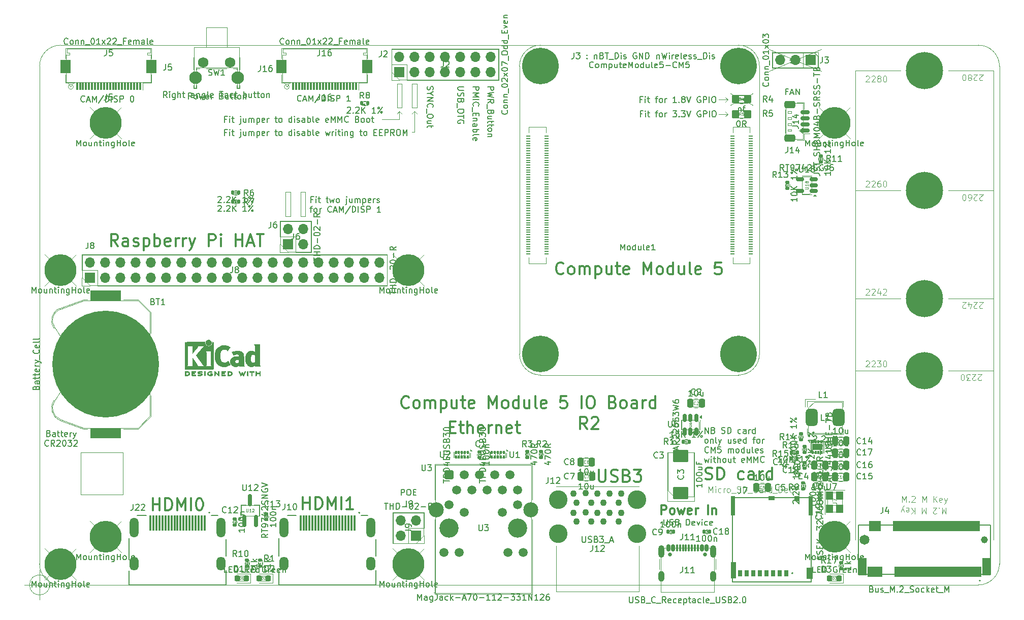
<source format=gbr>
G04 #@! TF.GenerationSoftware,KiCad,Pcbnew,9.0.3*
G04 #@! TF.CreationDate,2025-11-20T01:27:35+01:00*
G04 #@! TF.ProjectId,CM5IO,434d3549-4f2e-46b6-9963-61645f706362,rev?*
G04 #@! TF.SameCoordinates,Original*
G04 #@! TF.FileFunction,AssemblyDrawing,Top*
%FSLAX46Y46*%
G04 Gerber Fmt 4.6, Leading zero omitted, Abs format (unit mm)*
G04 Created by KiCad (PCBNEW 9.0.3) date 2025-11-20 01:27:35*
%MOMM*%
%LPD*%
G01*
G04 APERTURE LIST*
G04 Aperture macros list*
%AMRoundRect*
0 Rectangle with rounded corners*
0 $1 Rounding radius*
0 $2 $3 $4 $5 $6 $7 $8 $9 X,Y pos of 4 corners*
0 Add a 4 corners polygon primitive as box body*
4,1,4,$2,$3,$4,$5,$6,$7,$8,$9,$2,$3,0*
0 Add four circle primitives for the rounded corners*
1,1,$1+$1,$2,$3*
1,1,$1+$1,$4,$5*
1,1,$1+$1,$6,$7*
1,1,$1+$1,$8,$9*
0 Add four rect primitives between the rounded corners*
20,1,$1+$1,$2,$3,$4,$5,0*
20,1,$1+$1,$4,$5,$6,$7,0*
20,1,$1+$1,$6,$7,$8,$9,0*
20,1,$1+$1,$8,$9,$2,$3,0*%
G04 Aperture macros list end*
%ADD10C,0.150000*%
%ADD11C,0.040000*%
%ADD12C,0.080000*%
%ADD13C,0.100000*%
%ADD14C,0.075000*%
%ADD15C,0.060000*%
%ADD16C,0.015000*%
%ADD17C,0.105000*%
%ADD18C,0.127000*%
%ADD19C,0.200000*%
%ADD20R,5.080000X1.770000*%
%ADD21C,17.800000*%
%ADD22RoundRect,0.140000X0.170000X-0.140000X0.170000X0.140000X-0.170000X0.140000X-0.170000X-0.140000X0*%
%ADD23RoundRect,0.250000X0.250000X0.475000X-0.250000X0.475000X-0.250000X-0.475000X0.250000X-0.475000X0*%
%ADD24R,0.300000X1.300000*%
%ADD25R,1.800000X2.200000*%
%ADD26RoundRect,0.135000X0.185000X-0.135000X0.185000X0.135000X-0.185000X0.135000X-0.185000X-0.135000X0*%
%ADD27RoundRect,0.075000X0.075000X0.200000X-0.075000X0.200000X-0.075000X-0.200000X0.075000X-0.200000X0*%
%ADD28RoundRect,0.162500X0.162500X-0.837500X0.162500X0.837500X-0.162500X0.837500X-0.162500X-0.837500X0*%
%ADD29R,1.700000X1.700000*%
%ADD30O,1.700000X1.700000*%
%ADD31RoundRect,0.218750X0.218750X0.256250X-0.218750X0.256250X-0.218750X-0.256250X0.218750X-0.256250X0*%
%ADD32C,0.650000*%
%ADD33RoundRect,0.150000X-0.150000X-0.425000X0.150000X-0.425000X0.150000X0.425000X-0.150000X0.425000X0*%
%ADD34RoundRect,0.075000X-0.075000X-0.500000X0.075000X-0.500000X0.075000X0.500000X-0.075000X0.500000X0*%
%ADD35O,1.000000X2.100000*%
%ADD36O,1.000000X1.800000*%
%ADD37RoundRect,0.150000X0.512500X0.150000X-0.512500X0.150000X-0.512500X-0.150000X0.512500X-0.150000X0*%
%ADD38C,3.200000*%
%ADD39RoundRect,0.250500X-0.499500X-0.499500X0.499500X-0.499500X0.499500X0.499500X-0.499500X0.499500X0*%
%ADD40C,1.500000*%
%ADD41C,2.500000*%
%ADD42R,0.300000X2.600000*%
%ADD43O,1.500000X3.300000*%
%ADD44O,1.500000X2.300000*%
%ADD45C,5.300000*%
%ADD46RoundRect,0.135000X-0.135000X-0.185000X0.135000X-0.185000X0.135000X0.185000X-0.135000X0.185000X0*%
%ADD47RoundRect,0.250000X-0.350000X-0.450000X0.350000X-0.450000X0.350000X0.450000X-0.350000X0.450000X0*%
%ADD48R,0.300000X0.500000*%
%ADD49R,1.750000X1.050000*%
%ADD50R,0.700000X1.100000*%
%ADD51R,0.900000X0.930000*%
%ADD52R,1.050000X0.780000*%
%ADD53R,0.700000X3.330000*%
%ADD54R,1.140000X1.830000*%
%ADD55R,0.860000X2.800000*%
%ADD56C,1.150000*%
%ADD57C,1.650000*%
%ADD58RoundRect,0.102000X0.150000X0.775000X-0.150000X0.775000X-0.150000X-0.775000X0.150000X-0.775000X0*%
%ADD59C,6.200000*%
%ADD60RoundRect,0.102000X0.600000X1.375000X-0.600000X1.375000X-0.600000X-1.375000X0.600000X-1.375000X0*%
%ADD61RoundRect,0.135000X-0.185000X0.135000X-0.185000X-0.135000X0.185000X-0.135000X0.185000X0.135000X0*%
%ADD62RoundRect,0.250000X-0.250000X-0.475000X0.250000X-0.475000X0.250000X0.475000X-0.250000X0.475000X0*%
%ADD63RoundRect,0.140000X-0.170000X0.140000X-0.170000X-0.140000X0.170000X-0.140000X0.170000X0.140000X0*%
%ADD64RoundRect,0.140000X-0.140000X-0.170000X0.140000X-0.170000X0.140000X0.170000X-0.140000X0.170000X0*%
%ADD65C,3.100000*%
%ADD66C,1.100000*%
%ADD67RoundRect,0.150000X0.625000X-0.150000X0.625000X0.150000X-0.625000X0.150000X-0.625000X-0.150000X0*%
%ADD68RoundRect,0.250000X0.650000X-0.350000X0.650000X0.350000X-0.650000X0.350000X-0.650000X-0.350000X0*%
%ADD69RoundRect,0.250000X1.025000X-0.787500X1.025000X0.787500X-1.025000X0.787500X-1.025000X-0.787500X0*%
%ADD70R,1.200000X1.400000*%
%ADD71RoundRect,0.150000X-0.150000X0.512500X-0.150000X-0.512500X0.150000X-0.512500X0.150000X0.512500X0*%
%ADD72RoundRect,0.500000X-0.500000X-0.900000X0.500000X-0.900000X0.500000X0.900000X-0.500000X0.900000X0*%
%ADD73C,2.100000*%
%ADD74C,1.750000*%
%ADD75RoundRect,0.135000X0.135000X0.185000X-0.135000X0.185000X-0.135000X-0.185000X0.135000X-0.185000X0*%
%ADD76RoundRect,0.140000X0.140000X0.170000X-0.140000X0.170000X-0.140000X-0.170000X0.140000X-0.170000X0*%
%ADD77C,6.100000*%
%ADD78R,0.700000X0.200000*%
%ADD79C,0.120000*%
%ADD80C,0.300000*%
%ADD81C,0.010000*%
G04 #@! TA.AperFunction,Profile*
%ADD82C,0.050000*%
G04 #@! TD*
G04 APERTURE END LIST*
D10*
X78431009Y-127104763D02*
X78478628Y-126961906D01*
X78478628Y-126961906D02*
X78526247Y-126914287D01*
X78526247Y-126914287D02*
X78621485Y-126866668D01*
X78621485Y-126866668D02*
X78764342Y-126866668D01*
X78764342Y-126866668D02*
X78859580Y-126914287D01*
X78859580Y-126914287D02*
X78907200Y-126961906D01*
X78907200Y-126961906D02*
X78954819Y-127057144D01*
X78954819Y-127057144D02*
X78954819Y-127438096D01*
X78954819Y-127438096D02*
X77954819Y-127438096D01*
X77954819Y-127438096D02*
X77954819Y-127104763D01*
X77954819Y-127104763D02*
X78002438Y-127009525D01*
X78002438Y-127009525D02*
X78050057Y-126961906D01*
X78050057Y-126961906D02*
X78145295Y-126914287D01*
X78145295Y-126914287D02*
X78240533Y-126914287D01*
X78240533Y-126914287D02*
X78335771Y-126961906D01*
X78335771Y-126961906D02*
X78383390Y-127009525D01*
X78383390Y-127009525D02*
X78431009Y-127104763D01*
X78431009Y-127104763D02*
X78431009Y-127438096D01*
X78954819Y-126009525D02*
X78431009Y-126009525D01*
X78431009Y-126009525D02*
X78335771Y-126057144D01*
X78335771Y-126057144D02*
X78288152Y-126152382D01*
X78288152Y-126152382D02*
X78288152Y-126342858D01*
X78288152Y-126342858D02*
X78335771Y-126438096D01*
X78907200Y-126009525D02*
X78954819Y-126104763D01*
X78954819Y-126104763D02*
X78954819Y-126342858D01*
X78954819Y-126342858D02*
X78907200Y-126438096D01*
X78907200Y-126438096D02*
X78811961Y-126485715D01*
X78811961Y-126485715D02*
X78716723Y-126485715D01*
X78716723Y-126485715D02*
X78621485Y-126438096D01*
X78621485Y-126438096D02*
X78573866Y-126342858D01*
X78573866Y-126342858D02*
X78573866Y-126104763D01*
X78573866Y-126104763D02*
X78526247Y-126009525D01*
X78288152Y-125676191D02*
X78288152Y-125295239D01*
X77954819Y-125533334D02*
X78811961Y-125533334D01*
X78811961Y-125533334D02*
X78907200Y-125485715D01*
X78907200Y-125485715D02*
X78954819Y-125390477D01*
X78954819Y-125390477D02*
X78954819Y-125295239D01*
X78288152Y-125104762D02*
X78288152Y-124723810D01*
X77954819Y-124961905D02*
X78811961Y-124961905D01*
X78811961Y-124961905D02*
X78907200Y-124914286D01*
X78907200Y-124914286D02*
X78954819Y-124819048D01*
X78954819Y-124819048D02*
X78954819Y-124723810D01*
X78907200Y-124009524D02*
X78954819Y-124104762D01*
X78954819Y-124104762D02*
X78954819Y-124295238D01*
X78954819Y-124295238D02*
X78907200Y-124390476D01*
X78907200Y-124390476D02*
X78811961Y-124438095D01*
X78811961Y-124438095D02*
X78431009Y-124438095D01*
X78431009Y-124438095D02*
X78335771Y-124390476D01*
X78335771Y-124390476D02*
X78288152Y-124295238D01*
X78288152Y-124295238D02*
X78288152Y-124104762D01*
X78288152Y-124104762D02*
X78335771Y-124009524D01*
X78335771Y-124009524D02*
X78431009Y-123961905D01*
X78431009Y-123961905D02*
X78526247Y-123961905D01*
X78526247Y-123961905D02*
X78621485Y-124438095D01*
X78954819Y-123533333D02*
X78288152Y-123533333D01*
X78478628Y-123533333D02*
X78383390Y-123485714D01*
X78383390Y-123485714D02*
X78335771Y-123438095D01*
X78335771Y-123438095D02*
X78288152Y-123342857D01*
X78288152Y-123342857D02*
X78288152Y-123247619D01*
X78288152Y-123009523D02*
X78954819Y-122771428D01*
X78288152Y-122533333D02*
X78954819Y-122771428D01*
X78954819Y-122771428D02*
X79192914Y-122866666D01*
X79192914Y-122866666D02*
X79240533Y-122914285D01*
X79240533Y-122914285D02*
X79288152Y-123009523D01*
X79050057Y-122390476D02*
X79050057Y-121628571D01*
X78859580Y-120819047D02*
X78907200Y-120866666D01*
X78907200Y-120866666D02*
X78954819Y-121009523D01*
X78954819Y-121009523D02*
X78954819Y-121104761D01*
X78954819Y-121104761D02*
X78907200Y-121247618D01*
X78907200Y-121247618D02*
X78811961Y-121342856D01*
X78811961Y-121342856D02*
X78716723Y-121390475D01*
X78716723Y-121390475D02*
X78526247Y-121438094D01*
X78526247Y-121438094D02*
X78383390Y-121438094D01*
X78383390Y-121438094D02*
X78192914Y-121390475D01*
X78192914Y-121390475D02*
X78097676Y-121342856D01*
X78097676Y-121342856D02*
X78002438Y-121247618D01*
X78002438Y-121247618D02*
X77954819Y-121104761D01*
X77954819Y-121104761D02*
X77954819Y-121009523D01*
X77954819Y-121009523D02*
X78002438Y-120866666D01*
X78002438Y-120866666D02*
X78050057Y-120819047D01*
X78907200Y-120009523D02*
X78954819Y-120104761D01*
X78954819Y-120104761D02*
X78954819Y-120295237D01*
X78954819Y-120295237D02*
X78907200Y-120390475D01*
X78907200Y-120390475D02*
X78811961Y-120438094D01*
X78811961Y-120438094D02*
X78431009Y-120438094D01*
X78431009Y-120438094D02*
X78335771Y-120390475D01*
X78335771Y-120390475D02*
X78288152Y-120295237D01*
X78288152Y-120295237D02*
X78288152Y-120104761D01*
X78288152Y-120104761D02*
X78335771Y-120009523D01*
X78335771Y-120009523D02*
X78431009Y-119961904D01*
X78431009Y-119961904D02*
X78526247Y-119961904D01*
X78526247Y-119961904D02*
X78621485Y-120438094D01*
X78954819Y-119390475D02*
X78907200Y-119485713D01*
X78907200Y-119485713D02*
X78811961Y-119533332D01*
X78811961Y-119533332D02*
X77954819Y-119533332D01*
X78954819Y-118866665D02*
X78907200Y-118961903D01*
X78907200Y-118961903D02*
X78811961Y-119009522D01*
X78811961Y-119009522D02*
X77954819Y-119009522D01*
X92831009Y-123985714D02*
X92878628Y-123842857D01*
X92878628Y-123842857D02*
X92926247Y-123795238D01*
X92926247Y-123795238D02*
X93021485Y-123747619D01*
X93021485Y-123747619D02*
X93164342Y-123747619D01*
X93164342Y-123747619D02*
X93259580Y-123795238D01*
X93259580Y-123795238D02*
X93307200Y-123842857D01*
X93307200Y-123842857D02*
X93354819Y-123938095D01*
X93354819Y-123938095D02*
X93354819Y-124319047D01*
X93354819Y-124319047D02*
X92354819Y-124319047D01*
X92354819Y-124319047D02*
X92354819Y-123985714D01*
X92354819Y-123985714D02*
X92402438Y-123890476D01*
X92402438Y-123890476D02*
X92450057Y-123842857D01*
X92450057Y-123842857D02*
X92545295Y-123795238D01*
X92545295Y-123795238D02*
X92640533Y-123795238D01*
X92640533Y-123795238D02*
X92735771Y-123842857D01*
X92735771Y-123842857D02*
X92783390Y-123890476D01*
X92783390Y-123890476D02*
X92831009Y-123985714D01*
X92831009Y-123985714D02*
X92831009Y-124319047D01*
X92354819Y-123461904D02*
X92354819Y-122890476D01*
X93354819Y-123176190D02*
X92354819Y-123176190D01*
X93354819Y-122033333D02*
X93354819Y-122604761D01*
X93354819Y-122319047D02*
X92354819Y-122319047D01*
X92354819Y-122319047D02*
X92497676Y-122414285D01*
X92497676Y-122414285D02*
X92592914Y-122509523D01*
X92592914Y-122509523D02*
X92640533Y-122604761D01*
X153924819Y-139419047D02*
X153924819Y-139990475D01*
X153924819Y-139704761D02*
X152924819Y-139704761D01*
X152924819Y-139704761D02*
X153067676Y-139799999D01*
X153067676Y-139799999D02*
X153162914Y-139895237D01*
X153162914Y-139895237D02*
X153210533Y-139990475D01*
X152924819Y-138799999D02*
X152924819Y-138704761D01*
X152924819Y-138704761D02*
X152972438Y-138609523D01*
X152972438Y-138609523D02*
X153020057Y-138561904D01*
X153020057Y-138561904D02*
X153115295Y-138514285D01*
X153115295Y-138514285D02*
X153305771Y-138466666D01*
X153305771Y-138466666D02*
X153543866Y-138466666D01*
X153543866Y-138466666D02*
X153734342Y-138514285D01*
X153734342Y-138514285D02*
X153829580Y-138561904D01*
X153829580Y-138561904D02*
X153877200Y-138609523D01*
X153877200Y-138609523D02*
X153924819Y-138704761D01*
X153924819Y-138704761D02*
X153924819Y-138799999D01*
X153924819Y-138799999D02*
X153877200Y-138895237D01*
X153877200Y-138895237D02*
X153829580Y-138942856D01*
X153829580Y-138942856D02*
X153734342Y-138990475D01*
X153734342Y-138990475D02*
X153543866Y-139038094D01*
X153543866Y-139038094D02*
X153305771Y-139038094D01*
X153305771Y-139038094D02*
X153115295Y-138990475D01*
X153115295Y-138990475D02*
X153020057Y-138942856D01*
X153020057Y-138942856D02*
X152972438Y-138895237D01*
X152972438Y-138895237D02*
X152924819Y-138799999D01*
X152924819Y-137847618D02*
X152924819Y-137752380D01*
X152924819Y-137752380D02*
X152972438Y-137657142D01*
X152972438Y-137657142D02*
X153020057Y-137609523D01*
X153020057Y-137609523D02*
X153115295Y-137561904D01*
X153115295Y-137561904D02*
X153305771Y-137514285D01*
X153305771Y-137514285D02*
X153543866Y-137514285D01*
X153543866Y-137514285D02*
X153734342Y-137561904D01*
X153734342Y-137561904D02*
X153829580Y-137609523D01*
X153829580Y-137609523D02*
X153877200Y-137657142D01*
X153877200Y-137657142D02*
X153924819Y-137752380D01*
X153924819Y-137752380D02*
X153924819Y-137847618D01*
X153924819Y-137847618D02*
X153877200Y-137942856D01*
X153877200Y-137942856D02*
X153829580Y-137990475D01*
X153829580Y-137990475D02*
X153734342Y-138038094D01*
X153734342Y-138038094D02*
X153543866Y-138085713D01*
X153543866Y-138085713D02*
X153305771Y-138085713D01*
X153305771Y-138085713D02*
X153115295Y-138038094D01*
X153115295Y-138038094D02*
X153020057Y-137990475D01*
X153020057Y-137990475D02*
X152972438Y-137942856D01*
X152972438Y-137942856D02*
X152924819Y-137847618D01*
X153258152Y-137085713D02*
X153924819Y-137085713D01*
X153353390Y-137085713D02*
X153305771Y-137038094D01*
X153305771Y-137038094D02*
X153258152Y-136942856D01*
X153258152Y-136942856D02*
X153258152Y-136799999D01*
X153258152Y-136799999D02*
X153305771Y-136704761D01*
X153305771Y-136704761D02*
X153401009Y-136657142D01*
X153401009Y-136657142D02*
X153924819Y-136657142D01*
D11*
X152389765Y-138341666D02*
X152401670Y-138353570D01*
X152401670Y-138353570D02*
X152413574Y-138389285D01*
X152413574Y-138389285D02*
X152413574Y-138413094D01*
X152413574Y-138413094D02*
X152401670Y-138448808D01*
X152401670Y-138448808D02*
X152377860Y-138472618D01*
X152377860Y-138472618D02*
X152354050Y-138484523D01*
X152354050Y-138484523D02*
X152306431Y-138496427D01*
X152306431Y-138496427D02*
X152270717Y-138496427D01*
X152270717Y-138496427D02*
X152223098Y-138484523D01*
X152223098Y-138484523D02*
X152199289Y-138472618D01*
X152199289Y-138472618D02*
X152175479Y-138448808D01*
X152175479Y-138448808D02*
X152163574Y-138413094D01*
X152163574Y-138413094D02*
X152163574Y-138389285D01*
X152163574Y-138389285D02*
X152175479Y-138353570D01*
X152175479Y-138353570D02*
X152187384Y-138341666D01*
X152413574Y-138103570D02*
X152413574Y-138246427D01*
X152413574Y-138174999D02*
X152163574Y-138174999D01*
X152163574Y-138174999D02*
X152199289Y-138198808D01*
X152199289Y-138198808D02*
X152223098Y-138222618D01*
X152223098Y-138222618D02*
X152235003Y-138246427D01*
D10*
X198807142Y-142554819D02*
X198235714Y-142554819D01*
X198521428Y-142554819D02*
X198521428Y-141554819D01*
X198521428Y-141554819D02*
X198426190Y-141697676D01*
X198426190Y-141697676D02*
X198330952Y-141792914D01*
X198330952Y-141792914D02*
X198235714Y-141840533D01*
X199426190Y-141554819D02*
X199521428Y-141554819D01*
X199521428Y-141554819D02*
X199616666Y-141602438D01*
X199616666Y-141602438D02*
X199664285Y-141650057D01*
X199664285Y-141650057D02*
X199711904Y-141745295D01*
X199711904Y-141745295D02*
X199759523Y-141935771D01*
X199759523Y-141935771D02*
X199759523Y-142173866D01*
X199759523Y-142173866D02*
X199711904Y-142364342D01*
X199711904Y-142364342D02*
X199664285Y-142459580D01*
X199664285Y-142459580D02*
X199616666Y-142507200D01*
X199616666Y-142507200D02*
X199521428Y-142554819D01*
X199521428Y-142554819D02*
X199426190Y-142554819D01*
X199426190Y-142554819D02*
X199330952Y-142507200D01*
X199330952Y-142507200D02*
X199283333Y-142459580D01*
X199283333Y-142459580D02*
X199235714Y-142364342D01*
X199235714Y-142364342D02*
X199188095Y-142173866D01*
X199188095Y-142173866D02*
X199188095Y-141935771D01*
X199188095Y-141935771D02*
X199235714Y-141745295D01*
X199235714Y-141745295D02*
X199283333Y-141650057D01*
X199283333Y-141650057D02*
X199330952Y-141602438D01*
X199330952Y-141602438D02*
X199426190Y-141554819D01*
X200616666Y-141888152D02*
X200616666Y-142554819D01*
X200188095Y-141888152D02*
X200188095Y-142411961D01*
X200188095Y-142411961D02*
X200235714Y-142507200D01*
X200235714Y-142507200D02*
X200330952Y-142554819D01*
X200330952Y-142554819D02*
X200473809Y-142554819D01*
X200473809Y-142554819D02*
X200569047Y-142507200D01*
X200569047Y-142507200D02*
X200616666Y-142459580D01*
D12*
X199366666Y-143929530D02*
X199342857Y-143953340D01*
X199342857Y-143953340D02*
X199271428Y-143977149D01*
X199271428Y-143977149D02*
X199223809Y-143977149D01*
X199223809Y-143977149D02*
X199152381Y-143953340D01*
X199152381Y-143953340D02*
X199104762Y-143905720D01*
X199104762Y-143905720D02*
X199080952Y-143858101D01*
X199080952Y-143858101D02*
X199057143Y-143762863D01*
X199057143Y-143762863D02*
X199057143Y-143691435D01*
X199057143Y-143691435D02*
X199080952Y-143596197D01*
X199080952Y-143596197D02*
X199104762Y-143548578D01*
X199104762Y-143548578D02*
X199152381Y-143500959D01*
X199152381Y-143500959D02*
X199223809Y-143477149D01*
X199223809Y-143477149D02*
X199271428Y-143477149D01*
X199271428Y-143477149D02*
X199342857Y-143500959D01*
X199342857Y-143500959D02*
X199366666Y-143524768D01*
X199819047Y-143477149D02*
X199580952Y-143477149D01*
X199580952Y-143477149D02*
X199557143Y-143715244D01*
X199557143Y-143715244D02*
X199580952Y-143691435D01*
X199580952Y-143691435D02*
X199628571Y-143667625D01*
X199628571Y-143667625D02*
X199747619Y-143667625D01*
X199747619Y-143667625D02*
X199795238Y-143691435D01*
X199795238Y-143691435D02*
X199819047Y-143715244D01*
X199819047Y-143715244D02*
X199842857Y-143762863D01*
X199842857Y-143762863D02*
X199842857Y-143881911D01*
X199842857Y-143881911D02*
X199819047Y-143929530D01*
X199819047Y-143929530D02*
X199795238Y-143953340D01*
X199795238Y-143953340D02*
X199747619Y-143977149D01*
X199747619Y-143977149D02*
X199628571Y-143977149D01*
X199628571Y-143977149D02*
X199580952Y-143953340D01*
X199580952Y-143953340D02*
X199557143Y-143929530D01*
D10*
X113174819Y-150619047D02*
X113174819Y-151190475D01*
X113174819Y-150904761D02*
X112174819Y-150904761D01*
X112174819Y-150904761D02*
X112317676Y-150999999D01*
X112317676Y-150999999D02*
X112412914Y-151095237D01*
X112412914Y-151095237D02*
X112460533Y-151190475D01*
X112174819Y-149999999D02*
X112174819Y-149904761D01*
X112174819Y-149904761D02*
X112222438Y-149809523D01*
X112222438Y-149809523D02*
X112270057Y-149761904D01*
X112270057Y-149761904D02*
X112365295Y-149714285D01*
X112365295Y-149714285D02*
X112555771Y-149666666D01*
X112555771Y-149666666D02*
X112793866Y-149666666D01*
X112793866Y-149666666D02*
X112984342Y-149714285D01*
X112984342Y-149714285D02*
X113079580Y-149761904D01*
X113079580Y-149761904D02*
X113127200Y-149809523D01*
X113127200Y-149809523D02*
X113174819Y-149904761D01*
X113174819Y-149904761D02*
X113174819Y-149999999D01*
X113174819Y-149999999D02*
X113127200Y-150095237D01*
X113127200Y-150095237D02*
X113079580Y-150142856D01*
X113079580Y-150142856D02*
X112984342Y-150190475D01*
X112984342Y-150190475D02*
X112793866Y-150238094D01*
X112793866Y-150238094D02*
X112555771Y-150238094D01*
X112555771Y-150238094D02*
X112365295Y-150190475D01*
X112365295Y-150190475D02*
X112270057Y-150142856D01*
X112270057Y-150142856D02*
X112222438Y-150095237D01*
X112222438Y-150095237D02*
X112174819Y-149999999D01*
X112174819Y-149047618D02*
X112174819Y-148952380D01*
X112174819Y-148952380D02*
X112222438Y-148857142D01*
X112222438Y-148857142D02*
X112270057Y-148809523D01*
X112270057Y-148809523D02*
X112365295Y-148761904D01*
X112365295Y-148761904D02*
X112555771Y-148714285D01*
X112555771Y-148714285D02*
X112793866Y-148714285D01*
X112793866Y-148714285D02*
X112984342Y-148761904D01*
X112984342Y-148761904D02*
X113079580Y-148809523D01*
X113079580Y-148809523D02*
X113127200Y-148857142D01*
X113127200Y-148857142D02*
X113174819Y-148952380D01*
X113174819Y-148952380D02*
X113174819Y-149047618D01*
X113174819Y-149047618D02*
X113127200Y-149142856D01*
X113127200Y-149142856D02*
X113079580Y-149190475D01*
X113079580Y-149190475D02*
X112984342Y-149238094D01*
X112984342Y-149238094D02*
X112793866Y-149285713D01*
X112793866Y-149285713D02*
X112555771Y-149285713D01*
X112555771Y-149285713D02*
X112365295Y-149238094D01*
X112365295Y-149238094D02*
X112270057Y-149190475D01*
X112270057Y-149190475D02*
X112222438Y-149142856D01*
X112222438Y-149142856D02*
X112174819Y-149047618D01*
X112508152Y-148285713D02*
X113174819Y-148285713D01*
X112603390Y-148285713D02*
X112555771Y-148238094D01*
X112555771Y-148238094D02*
X112508152Y-148142856D01*
X112508152Y-148142856D02*
X112508152Y-147999999D01*
X112508152Y-147999999D02*
X112555771Y-147904761D01*
X112555771Y-147904761D02*
X112651009Y-147857142D01*
X112651009Y-147857142D02*
X113174819Y-147857142D01*
D11*
X111639765Y-149660714D02*
X111651670Y-149672618D01*
X111651670Y-149672618D02*
X111663574Y-149708333D01*
X111663574Y-149708333D02*
X111663574Y-149732142D01*
X111663574Y-149732142D02*
X111651670Y-149767856D01*
X111651670Y-149767856D02*
X111627860Y-149791666D01*
X111627860Y-149791666D02*
X111604050Y-149803571D01*
X111604050Y-149803571D02*
X111556431Y-149815475D01*
X111556431Y-149815475D02*
X111520717Y-149815475D01*
X111520717Y-149815475D02*
X111473098Y-149803571D01*
X111473098Y-149803571D02*
X111449289Y-149791666D01*
X111449289Y-149791666D02*
X111425479Y-149767856D01*
X111425479Y-149767856D02*
X111413574Y-149732142D01*
X111413574Y-149732142D02*
X111413574Y-149708333D01*
X111413574Y-149708333D02*
X111425479Y-149672618D01*
X111425479Y-149672618D02*
X111437384Y-149660714D01*
X111663574Y-149422618D02*
X111663574Y-149565475D01*
X111663574Y-149494047D02*
X111413574Y-149494047D01*
X111413574Y-149494047D02*
X111449289Y-149517856D01*
X111449289Y-149517856D02*
X111473098Y-149541666D01*
X111473098Y-149541666D02*
X111485003Y-149565475D01*
X111437384Y-149327380D02*
X111425479Y-149315476D01*
X111425479Y-149315476D02*
X111413574Y-149291666D01*
X111413574Y-149291666D02*
X111413574Y-149232142D01*
X111413574Y-149232142D02*
X111425479Y-149208333D01*
X111425479Y-149208333D02*
X111437384Y-149196428D01*
X111437384Y-149196428D02*
X111461193Y-149184523D01*
X111461193Y-149184523D02*
X111485003Y-149184523D01*
X111485003Y-149184523D02*
X111520717Y-149196428D01*
X111520717Y-149196428D02*
X111663574Y-149339285D01*
X111663574Y-149339285D02*
X111663574Y-149184523D01*
D10*
X118424819Y-149719047D02*
X118424819Y-150290475D01*
X118424819Y-150004761D02*
X117424819Y-150004761D01*
X117424819Y-150004761D02*
X117567676Y-150099999D01*
X117567676Y-150099999D02*
X117662914Y-150195237D01*
X117662914Y-150195237D02*
X117710533Y-150290475D01*
X117424819Y-149099999D02*
X117424819Y-149004761D01*
X117424819Y-149004761D02*
X117472438Y-148909523D01*
X117472438Y-148909523D02*
X117520057Y-148861904D01*
X117520057Y-148861904D02*
X117615295Y-148814285D01*
X117615295Y-148814285D02*
X117805771Y-148766666D01*
X117805771Y-148766666D02*
X118043866Y-148766666D01*
X118043866Y-148766666D02*
X118234342Y-148814285D01*
X118234342Y-148814285D02*
X118329580Y-148861904D01*
X118329580Y-148861904D02*
X118377200Y-148909523D01*
X118377200Y-148909523D02*
X118424819Y-149004761D01*
X118424819Y-149004761D02*
X118424819Y-149099999D01*
X118424819Y-149099999D02*
X118377200Y-149195237D01*
X118377200Y-149195237D02*
X118329580Y-149242856D01*
X118329580Y-149242856D02*
X118234342Y-149290475D01*
X118234342Y-149290475D02*
X118043866Y-149338094D01*
X118043866Y-149338094D02*
X117805771Y-149338094D01*
X117805771Y-149338094D02*
X117615295Y-149290475D01*
X117615295Y-149290475D02*
X117520057Y-149242856D01*
X117520057Y-149242856D02*
X117472438Y-149195237D01*
X117472438Y-149195237D02*
X117424819Y-149099999D01*
X117424819Y-148147618D02*
X117424819Y-148052380D01*
X117424819Y-148052380D02*
X117472438Y-147957142D01*
X117472438Y-147957142D02*
X117520057Y-147909523D01*
X117520057Y-147909523D02*
X117615295Y-147861904D01*
X117615295Y-147861904D02*
X117805771Y-147814285D01*
X117805771Y-147814285D02*
X118043866Y-147814285D01*
X118043866Y-147814285D02*
X118234342Y-147861904D01*
X118234342Y-147861904D02*
X118329580Y-147909523D01*
X118329580Y-147909523D02*
X118377200Y-147957142D01*
X118377200Y-147957142D02*
X118424819Y-148052380D01*
X118424819Y-148052380D02*
X118424819Y-148147618D01*
X118424819Y-148147618D02*
X118377200Y-148242856D01*
X118377200Y-148242856D02*
X118329580Y-148290475D01*
X118329580Y-148290475D02*
X118234342Y-148338094D01*
X118234342Y-148338094D02*
X118043866Y-148385713D01*
X118043866Y-148385713D02*
X117805771Y-148385713D01*
X117805771Y-148385713D02*
X117615295Y-148338094D01*
X117615295Y-148338094D02*
X117520057Y-148290475D01*
X117520057Y-148290475D02*
X117472438Y-148242856D01*
X117472438Y-148242856D02*
X117424819Y-148147618D01*
X117758152Y-147385713D02*
X118424819Y-147385713D01*
X117853390Y-147385713D02*
X117805771Y-147338094D01*
X117805771Y-147338094D02*
X117758152Y-147242856D01*
X117758152Y-147242856D02*
X117758152Y-147099999D01*
X117758152Y-147099999D02*
X117805771Y-147004761D01*
X117805771Y-147004761D02*
X117901009Y-146957142D01*
X117901009Y-146957142D02*
X118424819Y-146957142D01*
D11*
X116889765Y-148760714D02*
X116901670Y-148772618D01*
X116901670Y-148772618D02*
X116913574Y-148808333D01*
X116913574Y-148808333D02*
X116913574Y-148832142D01*
X116913574Y-148832142D02*
X116901670Y-148867856D01*
X116901670Y-148867856D02*
X116877860Y-148891666D01*
X116877860Y-148891666D02*
X116854050Y-148903571D01*
X116854050Y-148903571D02*
X116806431Y-148915475D01*
X116806431Y-148915475D02*
X116770717Y-148915475D01*
X116770717Y-148915475D02*
X116723098Y-148903571D01*
X116723098Y-148903571D02*
X116699289Y-148891666D01*
X116699289Y-148891666D02*
X116675479Y-148867856D01*
X116675479Y-148867856D02*
X116663574Y-148832142D01*
X116663574Y-148832142D02*
X116663574Y-148808333D01*
X116663574Y-148808333D02*
X116675479Y-148772618D01*
X116675479Y-148772618D02*
X116687384Y-148760714D01*
X116913574Y-148522618D02*
X116913574Y-148665475D01*
X116913574Y-148594047D02*
X116663574Y-148594047D01*
X116663574Y-148594047D02*
X116699289Y-148617856D01*
X116699289Y-148617856D02*
X116723098Y-148641666D01*
X116723098Y-148641666D02*
X116735003Y-148665475D01*
X116663574Y-148439285D02*
X116663574Y-148284523D01*
X116663574Y-148284523D02*
X116758812Y-148367857D01*
X116758812Y-148367857D02*
X116758812Y-148332142D01*
X116758812Y-148332142D02*
X116770717Y-148308333D01*
X116770717Y-148308333D02*
X116782622Y-148296428D01*
X116782622Y-148296428D02*
X116806431Y-148284523D01*
X116806431Y-148284523D02*
X116865955Y-148284523D01*
X116865955Y-148284523D02*
X116889765Y-148296428D01*
X116889765Y-148296428D02*
X116901670Y-148308333D01*
X116901670Y-148308333D02*
X116913574Y-148332142D01*
X116913574Y-148332142D02*
X116913574Y-148403571D01*
X116913574Y-148403571D02*
X116901670Y-148427380D01*
X116901670Y-148427380D02*
X116889765Y-148439285D01*
D10*
X90166666Y-78154819D02*
X90166666Y-78869104D01*
X90166666Y-78869104D02*
X90119047Y-79011961D01*
X90119047Y-79011961D02*
X90023809Y-79107200D01*
X90023809Y-79107200D02*
X89880952Y-79154819D01*
X89880952Y-79154819D02*
X89785714Y-79154819D01*
X91119047Y-78154819D02*
X90642857Y-78154819D01*
X90642857Y-78154819D02*
X90595238Y-78631009D01*
X90595238Y-78631009D02*
X90642857Y-78583390D01*
X90642857Y-78583390D02*
X90738095Y-78535771D01*
X90738095Y-78535771D02*
X90976190Y-78535771D01*
X90976190Y-78535771D02*
X91071428Y-78583390D01*
X91071428Y-78583390D02*
X91119047Y-78631009D01*
X91119047Y-78631009D02*
X91166666Y-78726247D01*
X91166666Y-78726247D02*
X91166666Y-78964342D01*
X91166666Y-78964342D02*
X91119047Y-79059580D01*
X91119047Y-79059580D02*
X91071428Y-79107200D01*
X91071428Y-79107200D02*
X90976190Y-79154819D01*
X90976190Y-79154819D02*
X90738095Y-79154819D01*
X90738095Y-79154819D02*
X90642857Y-79107200D01*
X90642857Y-79107200D02*
X90595238Y-79059580D01*
X83714284Y-69759580D02*
X83666665Y-69807200D01*
X83666665Y-69807200D02*
X83523808Y-69854819D01*
X83523808Y-69854819D02*
X83428570Y-69854819D01*
X83428570Y-69854819D02*
X83285713Y-69807200D01*
X83285713Y-69807200D02*
X83190475Y-69711961D01*
X83190475Y-69711961D02*
X83142856Y-69616723D01*
X83142856Y-69616723D02*
X83095237Y-69426247D01*
X83095237Y-69426247D02*
X83095237Y-69283390D01*
X83095237Y-69283390D02*
X83142856Y-69092914D01*
X83142856Y-69092914D02*
X83190475Y-68997676D01*
X83190475Y-68997676D02*
X83285713Y-68902438D01*
X83285713Y-68902438D02*
X83428570Y-68854819D01*
X83428570Y-68854819D02*
X83523808Y-68854819D01*
X83523808Y-68854819D02*
X83666665Y-68902438D01*
X83666665Y-68902438D02*
X83714284Y-68950057D01*
X84285713Y-69854819D02*
X84190475Y-69807200D01*
X84190475Y-69807200D02*
X84142856Y-69759580D01*
X84142856Y-69759580D02*
X84095237Y-69664342D01*
X84095237Y-69664342D02*
X84095237Y-69378628D01*
X84095237Y-69378628D02*
X84142856Y-69283390D01*
X84142856Y-69283390D02*
X84190475Y-69235771D01*
X84190475Y-69235771D02*
X84285713Y-69188152D01*
X84285713Y-69188152D02*
X84428570Y-69188152D01*
X84428570Y-69188152D02*
X84523808Y-69235771D01*
X84523808Y-69235771D02*
X84571427Y-69283390D01*
X84571427Y-69283390D02*
X84619046Y-69378628D01*
X84619046Y-69378628D02*
X84619046Y-69664342D01*
X84619046Y-69664342D02*
X84571427Y-69759580D01*
X84571427Y-69759580D02*
X84523808Y-69807200D01*
X84523808Y-69807200D02*
X84428570Y-69854819D01*
X84428570Y-69854819D02*
X84285713Y-69854819D01*
X85047618Y-69188152D02*
X85047618Y-69854819D01*
X85047618Y-69283390D02*
X85095237Y-69235771D01*
X85095237Y-69235771D02*
X85190475Y-69188152D01*
X85190475Y-69188152D02*
X85333332Y-69188152D01*
X85333332Y-69188152D02*
X85428570Y-69235771D01*
X85428570Y-69235771D02*
X85476189Y-69331009D01*
X85476189Y-69331009D02*
X85476189Y-69854819D01*
X85952380Y-69188152D02*
X85952380Y-69854819D01*
X85952380Y-69283390D02*
X85999999Y-69235771D01*
X85999999Y-69235771D02*
X86095237Y-69188152D01*
X86095237Y-69188152D02*
X86238094Y-69188152D01*
X86238094Y-69188152D02*
X86333332Y-69235771D01*
X86333332Y-69235771D02*
X86380951Y-69331009D01*
X86380951Y-69331009D02*
X86380951Y-69854819D01*
X86619047Y-69950057D02*
X87380951Y-69950057D01*
X87809523Y-68854819D02*
X87904761Y-68854819D01*
X87904761Y-68854819D02*
X87999999Y-68902438D01*
X87999999Y-68902438D02*
X88047618Y-68950057D01*
X88047618Y-68950057D02*
X88095237Y-69045295D01*
X88095237Y-69045295D02*
X88142856Y-69235771D01*
X88142856Y-69235771D02*
X88142856Y-69473866D01*
X88142856Y-69473866D02*
X88095237Y-69664342D01*
X88095237Y-69664342D02*
X88047618Y-69759580D01*
X88047618Y-69759580D02*
X87999999Y-69807200D01*
X87999999Y-69807200D02*
X87904761Y-69854819D01*
X87904761Y-69854819D02*
X87809523Y-69854819D01*
X87809523Y-69854819D02*
X87714285Y-69807200D01*
X87714285Y-69807200D02*
X87666666Y-69759580D01*
X87666666Y-69759580D02*
X87619047Y-69664342D01*
X87619047Y-69664342D02*
X87571428Y-69473866D01*
X87571428Y-69473866D02*
X87571428Y-69235771D01*
X87571428Y-69235771D02*
X87619047Y-69045295D01*
X87619047Y-69045295D02*
X87666666Y-68950057D01*
X87666666Y-68950057D02*
X87714285Y-68902438D01*
X87714285Y-68902438D02*
X87809523Y-68854819D01*
X89095237Y-69854819D02*
X88523809Y-69854819D01*
X88809523Y-69854819D02*
X88809523Y-68854819D01*
X88809523Y-68854819D02*
X88714285Y-68997676D01*
X88714285Y-68997676D02*
X88619047Y-69092914D01*
X88619047Y-69092914D02*
X88523809Y-69140533D01*
X89428571Y-69854819D02*
X89952380Y-69188152D01*
X89428571Y-69188152D02*
X89952380Y-69854819D01*
X90285714Y-68950057D02*
X90333333Y-68902438D01*
X90333333Y-68902438D02*
X90428571Y-68854819D01*
X90428571Y-68854819D02*
X90666666Y-68854819D01*
X90666666Y-68854819D02*
X90761904Y-68902438D01*
X90761904Y-68902438D02*
X90809523Y-68950057D01*
X90809523Y-68950057D02*
X90857142Y-69045295D01*
X90857142Y-69045295D02*
X90857142Y-69140533D01*
X90857142Y-69140533D02*
X90809523Y-69283390D01*
X90809523Y-69283390D02*
X90238095Y-69854819D01*
X90238095Y-69854819D02*
X90857142Y-69854819D01*
X91238095Y-68950057D02*
X91285714Y-68902438D01*
X91285714Y-68902438D02*
X91380952Y-68854819D01*
X91380952Y-68854819D02*
X91619047Y-68854819D01*
X91619047Y-68854819D02*
X91714285Y-68902438D01*
X91714285Y-68902438D02*
X91761904Y-68950057D01*
X91761904Y-68950057D02*
X91809523Y-69045295D01*
X91809523Y-69045295D02*
X91809523Y-69140533D01*
X91809523Y-69140533D02*
X91761904Y-69283390D01*
X91761904Y-69283390D02*
X91190476Y-69854819D01*
X91190476Y-69854819D02*
X91809523Y-69854819D01*
X92000000Y-69950057D02*
X92761904Y-69950057D01*
X93333333Y-69331009D02*
X93000000Y-69331009D01*
X93000000Y-69854819D02*
X93000000Y-68854819D01*
X93000000Y-68854819D02*
X93476190Y-68854819D01*
X94238095Y-69807200D02*
X94142857Y-69854819D01*
X94142857Y-69854819D02*
X93952381Y-69854819D01*
X93952381Y-69854819D02*
X93857143Y-69807200D01*
X93857143Y-69807200D02*
X93809524Y-69711961D01*
X93809524Y-69711961D02*
X93809524Y-69331009D01*
X93809524Y-69331009D02*
X93857143Y-69235771D01*
X93857143Y-69235771D02*
X93952381Y-69188152D01*
X93952381Y-69188152D02*
X94142857Y-69188152D01*
X94142857Y-69188152D02*
X94238095Y-69235771D01*
X94238095Y-69235771D02*
X94285714Y-69331009D01*
X94285714Y-69331009D02*
X94285714Y-69426247D01*
X94285714Y-69426247D02*
X93809524Y-69521485D01*
X94714286Y-69854819D02*
X94714286Y-69188152D01*
X94714286Y-69283390D02*
X94761905Y-69235771D01*
X94761905Y-69235771D02*
X94857143Y-69188152D01*
X94857143Y-69188152D02*
X95000000Y-69188152D01*
X95000000Y-69188152D02*
X95095238Y-69235771D01*
X95095238Y-69235771D02*
X95142857Y-69331009D01*
X95142857Y-69331009D02*
X95142857Y-69854819D01*
X95142857Y-69331009D02*
X95190476Y-69235771D01*
X95190476Y-69235771D02*
X95285714Y-69188152D01*
X95285714Y-69188152D02*
X95428571Y-69188152D01*
X95428571Y-69188152D02*
X95523810Y-69235771D01*
X95523810Y-69235771D02*
X95571429Y-69331009D01*
X95571429Y-69331009D02*
X95571429Y-69854819D01*
X96476190Y-69854819D02*
X96476190Y-69331009D01*
X96476190Y-69331009D02*
X96428571Y-69235771D01*
X96428571Y-69235771D02*
X96333333Y-69188152D01*
X96333333Y-69188152D02*
X96142857Y-69188152D01*
X96142857Y-69188152D02*
X96047619Y-69235771D01*
X96476190Y-69807200D02*
X96380952Y-69854819D01*
X96380952Y-69854819D02*
X96142857Y-69854819D01*
X96142857Y-69854819D02*
X96047619Y-69807200D01*
X96047619Y-69807200D02*
X96000000Y-69711961D01*
X96000000Y-69711961D02*
X96000000Y-69616723D01*
X96000000Y-69616723D02*
X96047619Y-69521485D01*
X96047619Y-69521485D02*
X96142857Y-69473866D01*
X96142857Y-69473866D02*
X96380952Y-69473866D01*
X96380952Y-69473866D02*
X96476190Y-69426247D01*
X97095238Y-69854819D02*
X97000000Y-69807200D01*
X97000000Y-69807200D02*
X96952381Y-69711961D01*
X96952381Y-69711961D02*
X96952381Y-68854819D01*
X97857143Y-69807200D02*
X97761905Y-69854819D01*
X97761905Y-69854819D02*
X97571429Y-69854819D01*
X97571429Y-69854819D02*
X97476191Y-69807200D01*
X97476191Y-69807200D02*
X97428572Y-69711961D01*
X97428572Y-69711961D02*
X97428572Y-69331009D01*
X97428572Y-69331009D02*
X97476191Y-69235771D01*
X97476191Y-69235771D02*
X97571429Y-69188152D01*
X97571429Y-69188152D02*
X97761905Y-69188152D01*
X97761905Y-69188152D02*
X97857143Y-69235771D01*
X97857143Y-69235771D02*
X97904762Y-69331009D01*
X97904762Y-69331009D02*
X97904762Y-69426247D01*
X97904762Y-69426247D02*
X97428572Y-69521485D01*
X90166666Y-70754819D02*
X90166666Y-71469104D01*
X90166666Y-71469104D02*
X90119047Y-71611961D01*
X90119047Y-71611961D02*
X90023809Y-71707200D01*
X90023809Y-71707200D02*
X89880952Y-71754819D01*
X89880952Y-71754819D02*
X89785714Y-71754819D01*
X91119047Y-70754819D02*
X90642857Y-70754819D01*
X90642857Y-70754819D02*
X90595238Y-71231009D01*
X90595238Y-71231009D02*
X90642857Y-71183390D01*
X90642857Y-71183390D02*
X90738095Y-71135771D01*
X90738095Y-71135771D02*
X90976190Y-71135771D01*
X90976190Y-71135771D02*
X91071428Y-71183390D01*
X91071428Y-71183390D02*
X91119047Y-71231009D01*
X91119047Y-71231009D02*
X91166666Y-71326247D01*
X91166666Y-71326247D02*
X91166666Y-71564342D01*
X91166666Y-71564342D02*
X91119047Y-71659580D01*
X91119047Y-71659580D02*
X91071428Y-71707200D01*
X91071428Y-71707200D02*
X90976190Y-71754819D01*
X90976190Y-71754819D02*
X90738095Y-71754819D01*
X90738095Y-71754819D02*
X90642857Y-71707200D01*
X90642857Y-71707200D02*
X90595238Y-71659580D01*
X125690476Y-78154819D02*
X125690476Y-78869104D01*
X125690476Y-78869104D02*
X125642857Y-79011961D01*
X125642857Y-79011961D02*
X125547619Y-79107200D01*
X125547619Y-79107200D02*
X125404762Y-79154819D01*
X125404762Y-79154819D02*
X125309524Y-79154819D01*
X126690476Y-79154819D02*
X126119048Y-79154819D01*
X126404762Y-79154819D02*
X126404762Y-78154819D01*
X126404762Y-78154819D02*
X126309524Y-78297676D01*
X126309524Y-78297676D02*
X126214286Y-78392914D01*
X126214286Y-78392914D02*
X126119048Y-78440533D01*
X127547619Y-78154819D02*
X127357143Y-78154819D01*
X127357143Y-78154819D02*
X127261905Y-78202438D01*
X127261905Y-78202438D02*
X127214286Y-78250057D01*
X127214286Y-78250057D02*
X127119048Y-78392914D01*
X127119048Y-78392914D02*
X127071429Y-78583390D01*
X127071429Y-78583390D02*
X127071429Y-78964342D01*
X127071429Y-78964342D02*
X127119048Y-79059580D01*
X127119048Y-79059580D02*
X127166667Y-79107200D01*
X127166667Y-79107200D02*
X127261905Y-79154819D01*
X127261905Y-79154819D02*
X127452381Y-79154819D01*
X127452381Y-79154819D02*
X127547619Y-79107200D01*
X127547619Y-79107200D02*
X127595238Y-79059580D01*
X127595238Y-79059580D02*
X127642857Y-78964342D01*
X127642857Y-78964342D02*
X127642857Y-78726247D01*
X127642857Y-78726247D02*
X127595238Y-78631009D01*
X127595238Y-78631009D02*
X127547619Y-78583390D01*
X127547619Y-78583390D02*
X127452381Y-78535771D01*
X127452381Y-78535771D02*
X127261905Y-78535771D01*
X127261905Y-78535771D02*
X127166667Y-78583390D01*
X127166667Y-78583390D02*
X127119048Y-78631009D01*
X127119048Y-78631009D02*
X127071429Y-78726247D01*
X119714284Y-69759580D02*
X119666665Y-69807200D01*
X119666665Y-69807200D02*
X119523808Y-69854819D01*
X119523808Y-69854819D02*
X119428570Y-69854819D01*
X119428570Y-69854819D02*
X119285713Y-69807200D01*
X119285713Y-69807200D02*
X119190475Y-69711961D01*
X119190475Y-69711961D02*
X119142856Y-69616723D01*
X119142856Y-69616723D02*
X119095237Y-69426247D01*
X119095237Y-69426247D02*
X119095237Y-69283390D01*
X119095237Y-69283390D02*
X119142856Y-69092914D01*
X119142856Y-69092914D02*
X119190475Y-68997676D01*
X119190475Y-68997676D02*
X119285713Y-68902438D01*
X119285713Y-68902438D02*
X119428570Y-68854819D01*
X119428570Y-68854819D02*
X119523808Y-68854819D01*
X119523808Y-68854819D02*
X119666665Y-68902438D01*
X119666665Y-68902438D02*
X119714284Y-68950057D01*
X120285713Y-69854819D02*
X120190475Y-69807200D01*
X120190475Y-69807200D02*
X120142856Y-69759580D01*
X120142856Y-69759580D02*
X120095237Y-69664342D01*
X120095237Y-69664342D02*
X120095237Y-69378628D01*
X120095237Y-69378628D02*
X120142856Y-69283390D01*
X120142856Y-69283390D02*
X120190475Y-69235771D01*
X120190475Y-69235771D02*
X120285713Y-69188152D01*
X120285713Y-69188152D02*
X120428570Y-69188152D01*
X120428570Y-69188152D02*
X120523808Y-69235771D01*
X120523808Y-69235771D02*
X120571427Y-69283390D01*
X120571427Y-69283390D02*
X120619046Y-69378628D01*
X120619046Y-69378628D02*
X120619046Y-69664342D01*
X120619046Y-69664342D02*
X120571427Y-69759580D01*
X120571427Y-69759580D02*
X120523808Y-69807200D01*
X120523808Y-69807200D02*
X120428570Y-69854819D01*
X120428570Y-69854819D02*
X120285713Y-69854819D01*
X121047618Y-69188152D02*
X121047618Y-69854819D01*
X121047618Y-69283390D02*
X121095237Y-69235771D01*
X121095237Y-69235771D02*
X121190475Y-69188152D01*
X121190475Y-69188152D02*
X121333332Y-69188152D01*
X121333332Y-69188152D02*
X121428570Y-69235771D01*
X121428570Y-69235771D02*
X121476189Y-69331009D01*
X121476189Y-69331009D02*
X121476189Y-69854819D01*
X121952380Y-69188152D02*
X121952380Y-69854819D01*
X121952380Y-69283390D02*
X121999999Y-69235771D01*
X121999999Y-69235771D02*
X122095237Y-69188152D01*
X122095237Y-69188152D02*
X122238094Y-69188152D01*
X122238094Y-69188152D02*
X122333332Y-69235771D01*
X122333332Y-69235771D02*
X122380951Y-69331009D01*
X122380951Y-69331009D02*
X122380951Y-69854819D01*
X122619047Y-69950057D02*
X123380951Y-69950057D01*
X123809523Y-68854819D02*
X123904761Y-68854819D01*
X123904761Y-68854819D02*
X123999999Y-68902438D01*
X123999999Y-68902438D02*
X124047618Y-68950057D01*
X124047618Y-68950057D02*
X124095237Y-69045295D01*
X124095237Y-69045295D02*
X124142856Y-69235771D01*
X124142856Y-69235771D02*
X124142856Y-69473866D01*
X124142856Y-69473866D02*
X124095237Y-69664342D01*
X124095237Y-69664342D02*
X124047618Y-69759580D01*
X124047618Y-69759580D02*
X123999999Y-69807200D01*
X123999999Y-69807200D02*
X123904761Y-69854819D01*
X123904761Y-69854819D02*
X123809523Y-69854819D01*
X123809523Y-69854819D02*
X123714285Y-69807200D01*
X123714285Y-69807200D02*
X123666666Y-69759580D01*
X123666666Y-69759580D02*
X123619047Y-69664342D01*
X123619047Y-69664342D02*
X123571428Y-69473866D01*
X123571428Y-69473866D02*
X123571428Y-69235771D01*
X123571428Y-69235771D02*
X123619047Y-69045295D01*
X123619047Y-69045295D02*
X123666666Y-68950057D01*
X123666666Y-68950057D02*
X123714285Y-68902438D01*
X123714285Y-68902438D02*
X123809523Y-68854819D01*
X125095237Y-69854819D02*
X124523809Y-69854819D01*
X124809523Y-69854819D02*
X124809523Y-68854819D01*
X124809523Y-68854819D02*
X124714285Y-68997676D01*
X124714285Y-68997676D02*
X124619047Y-69092914D01*
X124619047Y-69092914D02*
X124523809Y-69140533D01*
X125428571Y-69854819D02*
X125952380Y-69188152D01*
X125428571Y-69188152D02*
X125952380Y-69854819D01*
X126285714Y-68950057D02*
X126333333Y-68902438D01*
X126333333Y-68902438D02*
X126428571Y-68854819D01*
X126428571Y-68854819D02*
X126666666Y-68854819D01*
X126666666Y-68854819D02*
X126761904Y-68902438D01*
X126761904Y-68902438D02*
X126809523Y-68950057D01*
X126809523Y-68950057D02*
X126857142Y-69045295D01*
X126857142Y-69045295D02*
X126857142Y-69140533D01*
X126857142Y-69140533D02*
X126809523Y-69283390D01*
X126809523Y-69283390D02*
X126238095Y-69854819D01*
X126238095Y-69854819D02*
X126857142Y-69854819D01*
X127238095Y-68950057D02*
X127285714Y-68902438D01*
X127285714Y-68902438D02*
X127380952Y-68854819D01*
X127380952Y-68854819D02*
X127619047Y-68854819D01*
X127619047Y-68854819D02*
X127714285Y-68902438D01*
X127714285Y-68902438D02*
X127761904Y-68950057D01*
X127761904Y-68950057D02*
X127809523Y-69045295D01*
X127809523Y-69045295D02*
X127809523Y-69140533D01*
X127809523Y-69140533D02*
X127761904Y-69283390D01*
X127761904Y-69283390D02*
X127190476Y-69854819D01*
X127190476Y-69854819D02*
X127809523Y-69854819D01*
X128000000Y-69950057D02*
X128761904Y-69950057D01*
X129333333Y-69331009D02*
X129000000Y-69331009D01*
X129000000Y-69854819D02*
X129000000Y-68854819D01*
X129000000Y-68854819D02*
X129476190Y-68854819D01*
X130238095Y-69807200D02*
X130142857Y-69854819D01*
X130142857Y-69854819D02*
X129952381Y-69854819D01*
X129952381Y-69854819D02*
X129857143Y-69807200D01*
X129857143Y-69807200D02*
X129809524Y-69711961D01*
X129809524Y-69711961D02*
X129809524Y-69331009D01*
X129809524Y-69331009D02*
X129857143Y-69235771D01*
X129857143Y-69235771D02*
X129952381Y-69188152D01*
X129952381Y-69188152D02*
X130142857Y-69188152D01*
X130142857Y-69188152D02*
X130238095Y-69235771D01*
X130238095Y-69235771D02*
X130285714Y-69331009D01*
X130285714Y-69331009D02*
X130285714Y-69426247D01*
X130285714Y-69426247D02*
X129809524Y-69521485D01*
X130714286Y-69854819D02*
X130714286Y-69188152D01*
X130714286Y-69283390D02*
X130761905Y-69235771D01*
X130761905Y-69235771D02*
X130857143Y-69188152D01*
X130857143Y-69188152D02*
X131000000Y-69188152D01*
X131000000Y-69188152D02*
X131095238Y-69235771D01*
X131095238Y-69235771D02*
X131142857Y-69331009D01*
X131142857Y-69331009D02*
X131142857Y-69854819D01*
X131142857Y-69331009D02*
X131190476Y-69235771D01*
X131190476Y-69235771D02*
X131285714Y-69188152D01*
X131285714Y-69188152D02*
X131428571Y-69188152D01*
X131428571Y-69188152D02*
X131523810Y-69235771D01*
X131523810Y-69235771D02*
X131571429Y-69331009D01*
X131571429Y-69331009D02*
X131571429Y-69854819D01*
X132476190Y-69854819D02*
X132476190Y-69331009D01*
X132476190Y-69331009D02*
X132428571Y-69235771D01*
X132428571Y-69235771D02*
X132333333Y-69188152D01*
X132333333Y-69188152D02*
X132142857Y-69188152D01*
X132142857Y-69188152D02*
X132047619Y-69235771D01*
X132476190Y-69807200D02*
X132380952Y-69854819D01*
X132380952Y-69854819D02*
X132142857Y-69854819D01*
X132142857Y-69854819D02*
X132047619Y-69807200D01*
X132047619Y-69807200D02*
X132000000Y-69711961D01*
X132000000Y-69711961D02*
X132000000Y-69616723D01*
X132000000Y-69616723D02*
X132047619Y-69521485D01*
X132047619Y-69521485D02*
X132142857Y-69473866D01*
X132142857Y-69473866D02*
X132380952Y-69473866D01*
X132380952Y-69473866D02*
X132476190Y-69426247D01*
X133095238Y-69854819D02*
X133000000Y-69807200D01*
X133000000Y-69807200D02*
X132952381Y-69711961D01*
X132952381Y-69711961D02*
X132952381Y-68854819D01*
X133857143Y-69807200D02*
X133761905Y-69854819D01*
X133761905Y-69854819D02*
X133571429Y-69854819D01*
X133571429Y-69854819D02*
X133476191Y-69807200D01*
X133476191Y-69807200D02*
X133428572Y-69711961D01*
X133428572Y-69711961D02*
X133428572Y-69331009D01*
X133428572Y-69331009D02*
X133476191Y-69235771D01*
X133476191Y-69235771D02*
X133571429Y-69188152D01*
X133571429Y-69188152D02*
X133761905Y-69188152D01*
X133761905Y-69188152D02*
X133857143Y-69235771D01*
X133857143Y-69235771D02*
X133904762Y-69331009D01*
X133904762Y-69331009D02*
X133904762Y-69426247D01*
X133904762Y-69426247D02*
X133428572Y-69521485D01*
X125690476Y-70754819D02*
X125690476Y-71469104D01*
X125690476Y-71469104D02*
X125642857Y-71611961D01*
X125642857Y-71611961D02*
X125547619Y-71707200D01*
X125547619Y-71707200D02*
X125404762Y-71754819D01*
X125404762Y-71754819D02*
X125309524Y-71754819D01*
X126690476Y-71754819D02*
X126119048Y-71754819D01*
X126404762Y-71754819D02*
X126404762Y-70754819D01*
X126404762Y-70754819D02*
X126309524Y-70897676D01*
X126309524Y-70897676D02*
X126214286Y-70992914D01*
X126214286Y-70992914D02*
X126119048Y-71040533D01*
X127547619Y-70754819D02*
X127357143Y-70754819D01*
X127357143Y-70754819D02*
X127261905Y-70802438D01*
X127261905Y-70802438D02*
X127214286Y-70850057D01*
X127214286Y-70850057D02*
X127119048Y-70992914D01*
X127119048Y-70992914D02*
X127071429Y-71183390D01*
X127071429Y-71183390D02*
X127071429Y-71564342D01*
X127071429Y-71564342D02*
X127119048Y-71659580D01*
X127119048Y-71659580D02*
X127166667Y-71707200D01*
X127166667Y-71707200D02*
X127261905Y-71754819D01*
X127261905Y-71754819D02*
X127452381Y-71754819D01*
X127452381Y-71754819D02*
X127547619Y-71707200D01*
X127547619Y-71707200D02*
X127595238Y-71659580D01*
X127595238Y-71659580D02*
X127642857Y-71564342D01*
X127642857Y-71564342D02*
X127642857Y-71326247D01*
X127642857Y-71326247D02*
X127595238Y-71231009D01*
X127595238Y-71231009D02*
X127547619Y-71183390D01*
X127547619Y-71183390D02*
X127452381Y-71135771D01*
X127452381Y-71135771D02*
X127261905Y-71135771D01*
X127261905Y-71135771D02*
X127166667Y-71183390D01*
X127166667Y-71183390D02*
X127119048Y-71231009D01*
X127119048Y-71231009D02*
X127071429Y-71326247D01*
X115224819Y-156519047D02*
X115224819Y-157090475D01*
X115224819Y-156804761D02*
X114224819Y-156804761D01*
X114224819Y-156804761D02*
X114367676Y-156899999D01*
X114367676Y-156899999D02*
X114462914Y-156995237D01*
X114462914Y-156995237D02*
X114510533Y-157090475D01*
X115224819Y-156090475D02*
X114224819Y-156090475D01*
X114843866Y-155995237D02*
X115224819Y-155709523D01*
X114558152Y-155709523D02*
X114939104Y-156090475D01*
D11*
X113713574Y-156560714D02*
X113594527Y-156644047D01*
X113713574Y-156703571D02*
X113463574Y-156703571D01*
X113463574Y-156703571D02*
X113463574Y-156608333D01*
X113463574Y-156608333D02*
X113475479Y-156584523D01*
X113475479Y-156584523D02*
X113487384Y-156572618D01*
X113487384Y-156572618D02*
X113511193Y-156560714D01*
X113511193Y-156560714D02*
X113546908Y-156560714D01*
X113546908Y-156560714D02*
X113570717Y-156572618D01*
X113570717Y-156572618D02*
X113582622Y-156584523D01*
X113582622Y-156584523D02*
X113594527Y-156608333D01*
X113594527Y-156608333D02*
X113594527Y-156703571D01*
X113713574Y-156322618D02*
X113713574Y-156465475D01*
X113713574Y-156394047D02*
X113463574Y-156394047D01*
X113463574Y-156394047D02*
X113499289Y-156417856D01*
X113499289Y-156417856D02*
X113523098Y-156441666D01*
X113523098Y-156441666D02*
X113535003Y-156465475D01*
X113463574Y-156167857D02*
X113463574Y-156144047D01*
X113463574Y-156144047D02*
X113475479Y-156120238D01*
X113475479Y-156120238D02*
X113487384Y-156108333D01*
X113487384Y-156108333D02*
X113511193Y-156096428D01*
X113511193Y-156096428D02*
X113558812Y-156084523D01*
X113558812Y-156084523D02*
X113618336Y-156084523D01*
X113618336Y-156084523D02*
X113665955Y-156096428D01*
X113665955Y-156096428D02*
X113689765Y-156108333D01*
X113689765Y-156108333D02*
X113701670Y-156120238D01*
X113701670Y-156120238D02*
X113713574Y-156144047D01*
X113713574Y-156144047D02*
X113713574Y-156167857D01*
X113713574Y-156167857D02*
X113701670Y-156191666D01*
X113701670Y-156191666D02*
X113689765Y-156203571D01*
X113689765Y-156203571D02*
X113665955Y-156215476D01*
X113665955Y-156215476D02*
X113618336Y-156227380D01*
X113618336Y-156227380D02*
X113558812Y-156227380D01*
X113558812Y-156227380D02*
X113511193Y-156215476D01*
X113511193Y-156215476D02*
X113487384Y-156203571D01*
X113487384Y-156203571D02*
X113475479Y-156191666D01*
X113475479Y-156191666D02*
X113463574Y-156167857D01*
D10*
X152354819Y-142969956D02*
X152354819Y-142398528D01*
X153354819Y-142684242D02*
X152354819Y-142684242D01*
X153354819Y-142065194D02*
X152354819Y-142065194D01*
X152354819Y-142065194D02*
X152354819Y-141684242D01*
X152354819Y-141684242D02*
X152402438Y-141589004D01*
X152402438Y-141589004D02*
X152450057Y-141541385D01*
X152450057Y-141541385D02*
X152545295Y-141493766D01*
X152545295Y-141493766D02*
X152688152Y-141493766D01*
X152688152Y-141493766D02*
X152783390Y-141541385D01*
X152783390Y-141541385D02*
X152831009Y-141589004D01*
X152831009Y-141589004D02*
X152878628Y-141684242D01*
X152878628Y-141684242D02*
X152878628Y-142065194D01*
X153354819Y-141065194D02*
X152354819Y-141065194D01*
X152354819Y-141065194D02*
X152354819Y-140827099D01*
X152354819Y-140827099D02*
X152402438Y-140684242D01*
X152402438Y-140684242D02*
X152497676Y-140589004D01*
X152497676Y-140589004D02*
X152592914Y-140541385D01*
X152592914Y-140541385D02*
X152783390Y-140493766D01*
X152783390Y-140493766D02*
X152926247Y-140493766D01*
X152926247Y-140493766D02*
X153116723Y-140541385D01*
X153116723Y-140541385D02*
X153211961Y-140589004D01*
X153211961Y-140589004D02*
X153307200Y-140684242D01*
X153307200Y-140684242D02*
X153354819Y-140827099D01*
X153354819Y-140827099D02*
X153354819Y-141065194D01*
X152688152Y-139636623D02*
X153354819Y-139636623D01*
X152307200Y-139874718D02*
X153021485Y-140112813D01*
X153021485Y-140112813D02*
X153021485Y-139493766D01*
X152831009Y-139112813D02*
X152831009Y-138779480D01*
X153354819Y-138636623D02*
X153354819Y-139112813D01*
X153354819Y-139112813D02*
X152354819Y-139112813D01*
X152354819Y-139112813D02*
X152354819Y-138636623D01*
X152354819Y-138208051D02*
X153164342Y-138208051D01*
X153164342Y-138208051D02*
X153259580Y-138160432D01*
X153259580Y-138160432D02*
X153307200Y-138112813D01*
X153307200Y-138112813D02*
X153354819Y-138017575D01*
X153354819Y-138017575D02*
X153354819Y-137827099D01*
X153354819Y-137827099D02*
X153307200Y-137731861D01*
X153307200Y-137731861D02*
X153259580Y-137684242D01*
X153259580Y-137684242D02*
X153164342Y-137636623D01*
X153164342Y-137636623D02*
X152354819Y-137636623D01*
X153307200Y-137208051D02*
X153354819Y-137065194D01*
X153354819Y-137065194D02*
X153354819Y-136827099D01*
X153354819Y-136827099D02*
X153307200Y-136731861D01*
X153307200Y-136731861D02*
X153259580Y-136684242D01*
X153259580Y-136684242D02*
X153164342Y-136636623D01*
X153164342Y-136636623D02*
X153069104Y-136636623D01*
X153069104Y-136636623D02*
X152973866Y-136684242D01*
X152973866Y-136684242D02*
X152926247Y-136731861D01*
X152926247Y-136731861D02*
X152878628Y-136827099D01*
X152878628Y-136827099D02*
X152831009Y-137017575D01*
X152831009Y-137017575D02*
X152783390Y-137112813D01*
X152783390Y-137112813D02*
X152735771Y-137160432D01*
X152735771Y-137160432D02*
X152640533Y-137208051D01*
X152640533Y-137208051D02*
X152545295Y-137208051D01*
X152545295Y-137208051D02*
X152450057Y-137160432D01*
X152450057Y-137160432D02*
X152402438Y-137112813D01*
X152402438Y-137112813D02*
X152354819Y-137017575D01*
X152354819Y-137017575D02*
X152354819Y-136779480D01*
X152354819Y-136779480D02*
X152402438Y-136636623D01*
X152831009Y-135874718D02*
X152878628Y-135731861D01*
X152878628Y-135731861D02*
X152926247Y-135684242D01*
X152926247Y-135684242D02*
X153021485Y-135636623D01*
X153021485Y-135636623D02*
X153164342Y-135636623D01*
X153164342Y-135636623D02*
X153259580Y-135684242D01*
X153259580Y-135684242D02*
X153307200Y-135731861D01*
X153307200Y-135731861D02*
X153354819Y-135827099D01*
X153354819Y-135827099D02*
X153354819Y-136208051D01*
X153354819Y-136208051D02*
X152354819Y-136208051D01*
X152354819Y-136208051D02*
X152354819Y-135874718D01*
X152354819Y-135874718D02*
X152402438Y-135779480D01*
X152402438Y-135779480D02*
X152450057Y-135731861D01*
X152450057Y-135731861D02*
X152545295Y-135684242D01*
X152545295Y-135684242D02*
X152640533Y-135684242D01*
X152640533Y-135684242D02*
X152735771Y-135731861D01*
X152735771Y-135731861D02*
X152783390Y-135779480D01*
X152783390Y-135779480D02*
X152831009Y-135874718D01*
X152831009Y-135874718D02*
X152831009Y-136208051D01*
X152354819Y-135303289D02*
X152354819Y-134684242D01*
X152354819Y-134684242D02*
X152735771Y-135017575D01*
X152735771Y-135017575D02*
X152735771Y-134874718D01*
X152735771Y-134874718D02*
X152783390Y-134779480D01*
X152783390Y-134779480D02*
X152831009Y-134731861D01*
X152831009Y-134731861D02*
X152926247Y-134684242D01*
X152926247Y-134684242D02*
X153164342Y-134684242D01*
X153164342Y-134684242D02*
X153259580Y-134731861D01*
X153259580Y-134731861D02*
X153307200Y-134779480D01*
X153307200Y-134779480D02*
X153354819Y-134874718D01*
X153354819Y-134874718D02*
X153354819Y-135160432D01*
X153354819Y-135160432D02*
X153307200Y-135255670D01*
X153307200Y-135255670D02*
X153259580Y-135303289D01*
X152354819Y-134065194D02*
X152354819Y-133969956D01*
X152354819Y-133969956D02*
X152402438Y-133874718D01*
X152402438Y-133874718D02*
X152450057Y-133827099D01*
X152450057Y-133827099D02*
X152545295Y-133779480D01*
X152545295Y-133779480D02*
X152735771Y-133731861D01*
X152735771Y-133731861D02*
X152973866Y-133731861D01*
X152973866Y-133731861D02*
X153164342Y-133779480D01*
X153164342Y-133779480D02*
X153259580Y-133827099D01*
X153259580Y-133827099D02*
X153307200Y-133874718D01*
X153307200Y-133874718D02*
X153354819Y-133969956D01*
X153354819Y-133969956D02*
X153354819Y-134065194D01*
X153354819Y-134065194D02*
X153307200Y-134160432D01*
X153307200Y-134160432D02*
X153259580Y-134208051D01*
X153259580Y-134208051D02*
X153164342Y-134255670D01*
X153164342Y-134255670D02*
X152973866Y-134303289D01*
X152973866Y-134303289D02*
X152735771Y-134303289D01*
X152735771Y-134303289D02*
X152545295Y-134255670D01*
X152545295Y-134255670D02*
X152450057Y-134208051D01*
X152450057Y-134208051D02*
X152402438Y-134160432D01*
X152402438Y-134160432D02*
X152354819Y-134065194D01*
D13*
X154980952Y-137984240D02*
X154980952Y-138429478D01*
X154980952Y-138429478D02*
X155007142Y-138481859D01*
X155007142Y-138481859D02*
X155033333Y-138508050D01*
X155033333Y-138508050D02*
X155085714Y-138534240D01*
X155085714Y-138534240D02*
X155190476Y-138534240D01*
X155190476Y-138534240D02*
X155242857Y-138508050D01*
X155242857Y-138508050D02*
X155269047Y-138481859D01*
X155269047Y-138481859D02*
X155295238Y-138429478D01*
X155295238Y-138429478D02*
X155295238Y-137984240D01*
X155845237Y-138534240D02*
X155530951Y-138534240D01*
X155688094Y-138534240D02*
X155688094Y-137984240D01*
X155688094Y-137984240D02*
X155635713Y-138062811D01*
X155635713Y-138062811D02*
X155583332Y-138115192D01*
X155583332Y-138115192D02*
X155530951Y-138141383D01*
D10*
X117054819Y-151504762D02*
X116578628Y-151838095D01*
X117054819Y-152076190D02*
X116054819Y-152076190D01*
X116054819Y-152076190D02*
X116054819Y-151695238D01*
X116054819Y-151695238D02*
X116102438Y-151600000D01*
X116102438Y-151600000D02*
X116150057Y-151552381D01*
X116150057Y-151552381D02*
X116245295Y-151504762D01*
X116245295Y-151504762D02*
X116388152Y-151504762D01*
X116388152Y-151504762D02*
X116483390Y-151552381D01*
X116483390Y-151552381D02*
X116531009Y-151600000D01*
X116531009Y-151600000D02*
X116578628Y-151695238D01*
X116578628Y-151695238D02*
X116578628Y-152076190D01*
X116054819Y-151219047D02*
X116054819Y-150647619D01*
X117054819Y-150933333D02*
X116054819Y-150933333D01*
X117054819Y-150266666D02*
X117054819Y-150076190D01*
X117054819Y-150076190D02*
X117007200Y-149980952D01*
X117007200Y-149980952D02*
X116959580Y-149933333D01*
X116959580Y-149933333D02*
X116816723Y-149838095D01*
X116816723Y-149838095D02*
X116626247Y-149790476D01*
X116626247Y-149790476D02*
X116245295Y-149790476D01*
X116245295Y-149790476D02*
X116150057Y-149838095D01*
X116150057Y-149838095D02*
X116102438Y-149885714D01*
X116102438Y-149885714D02*
X116054819Y-149980952D01*
X116054819Y-149980952D02*
X116054819Y-150171428D01*
X116054819Y-150171428D02*
X116102438Y-150266666D01*
X116102438Y-150266666D02*
X116150057Y-150314285D01*
X116150057Y-150314285D02*
X116245295Y-150361904D01*
X116245295Y-150361904D02*
X116483390Y-150361904D01*
X116483390Y-150361904D02*
X116578628Y-150314285D01*
X116578628Y-150314285D02*
X116626247Y-150266666D01*
X116626247Y-150266666D02*
X116673866Y-150171428D01*
X116673866Y-150171428D02*
X116673866Y-149980952D01*
X116673866Y-149980952D02*
X116626247Y-149885714D01*
X116626247Y-149885714D02*
X116578628Y-149838095D01*
X116578628Y-149838095D02*
X116483390Y-149790476D01*
X116054819Y-149457142D02*
X116054819Y-148790476D01*
X116054819Y-148790476D02*
X117054819Y-149219047D01*
X116388152Y-147980952D02*
X117054819Y-147980952D01*
X116007200Y-148219047D02*
X116721485Y-148457142D01*
X116721485Y-148457142D02*
X116721485Y-147838095D01*
X116150057Y-147504761D02*
X116102438Y-147457142D01*
X116102438Y-147457142D02*
X116054819Y-147361904D01*
X116054819Y-147361904D02*
X116054819Y-147123809D01*
X116054819Y-147123809D02*
X116102438Y-147028571D01*
X116102438Y-147028571D02*
X116150057Y-146980952D01*
X116150057Y-146980952D02*
X116245295Y-146933333D01*
X116245295Y-146933333D02*
X116340533Y-146933333D01*
X116340533Y-146933333D02*
X116483390Y-146980952D01*
X116483390Y-146980952D02*
X117054819Y-147552380D01*
X117054819Y-147552380D02*
X117054819Y-146933333D01*
X117007200Y-146552380D02*
X117054819Y-146409523D01*
X117054819Y-146409523D02*
X117054819Y-146171428D01*
X117054819Y-146171428D02*
X117007200Y-146076190D01*
X117007200Y-146076190D02*
X116959580Y-146028571D01*
X116959580Y-146028571D02*
X116864342Y-145980952D01*
X116864342Y-145980952D02*
X116769104Y-145980952D01*
X116769104Y-145980952D02*
X116673866Y-146028571D01*
X116673866Y-146028571D02*
X116626247Y-146076190D01*
X116626247Y-146076190D02*
X116578628Y-146171428D01*
X116578628Y-146171428D02*
X116531009Y-146361904D01*
X116531009Y-146361904D02*
X116483390Y-146457142D01*
X116483390Y-146457142D02*
X116435771Y-146504761D01*
X116435771Y-146504761D02*
X116340533Y-146552380D01*
X116340533Y-146552380D02*
X116245295Y-146552380D01*
X116245295Y-146552380D02*
X116150057Y-146504761D01*
X116150057Y-146504761D02*
X116102438Y-146457142D01*
X116102438Y-146457142D02*
X116054819Y-146361904D01*
X116054819Y-146361904D02*
X116054819Y-146123809D01*
X116054819Y-146123809D02*
X116102438Y-145980952D01*
X117054819Y-145552380D02*
X116054819Y-145552380D01*
X116054819Y-145552380D02*
X117054819Y-144980952D01*
X117054819Y-144980952D02*
X116054819Y-144980952D01*
X116102438Y-143980952D02*
X116054819Y-144076190D01*
X116054819Y-144076190D02*
X116054819Y-144219047D01*
X116054819Y-144219047D02*
X116102438Y-144361904D01*
X116102438Y-144361904D02*
X116197676Y-144457142D01*
X116197676Y-144457142D02*
X116292914Y-144504761D01*
X116292914Y-144504761D02*
X116483390Y-144552380D01*
X116483390Y-144552380D02*
X116626247Y-144552380D01*
X116626247Y-144552380D02*
X116816723Y-144504761D01*
X116816723Y-144504761D02*
X116911961Y-144457142D01*
X116911961Y-144457142D02*
X117007200Y-144361904D01*
X117007200Y-144361904D02*
X117054819Y-144219047D01*
X117054819Y-144219047D02*
X117054819Y-144123809D01*
X117054819Y-144123809D02*
X117007200Y-143980952D01*
X117007200Y-143980952D02*
X116959580Y-143933333D01*
X116959580Y-143933333D02*
X116626247Y-143933333D01*
X116626247Y-143933333D02*
X116626247Y-144123809D01*
X116054819Y-143647618D02*
X117054819Y-143314285D01*
X117054819Y-143314285D02*
X116054819Y-142980952D01*
D14*
X113480952Y-147327409D02*
X113480952Y-147732171D01*
X113480952Y-147732171D02*
X113504762Y-147779790D01*
X113504762Y-147779790D02*
X113528571Y-147803600D01*
X113528571Y-147803600D02*
X113576190Y-147827409D01*
X113576190Y-147827409D02*
X113671428Y-147827409D01*
X113671428Y-147827409D02*
X113719047Y-147803600D01*
X113719047Y-147803600D02*
X113742857Y-147779790D01*
X113742857Y-147779790D02*
X113766666Y-147732171D01*
X113766666Y-147732171D02*
X113766666Y-147327409D01*
X114266667Y-147827409D02*
X113980953Y-147827409D01*
X114123810Y-147827409D02*
X114123810Y-147327409D01*
X114123810Y-147327409D02*
X114076191Y-147398838D01*
X114076191Y-147398838D02*
X114028572Y-147446457D01*
X114028572Y-147446457D02*
X113980953Y-147470266D01*
X114457143Y-147375028D02*
X114480952Y-147351219D01*
X114480952Y-147351219D02*
X114528571Y-147327409D01*
X114528571Y-147327409D02*
X114647619Y-147327409D01*
X114647619Y-147327409D02*
X114695238Y-147351219D01*
X114695238Y-147351219D02*
X114719047Y-147375028D01*
X114719047Y-147375028D02*
X114742857Y-147422647D01*
X114742857Y-147422647D02*
X114742857Y-147470266D01*
X114742857Y-147470266D02*
X114719047Y-147541695D01*
X114719047Y-147541695D02*
X114433333Y-147827409D01*
X114433333Y-147827409D02*
X114742857Y-147827409D01*
D10*
X137414819Y-111499999D02*
X137414819Y-110928571D01*
X138414819Y-111214285D02*
X137414819Y-111214285D01*
X138414819Y-110595237D02*
X137414819Y-110595237D01*
X137891009Y-110595237D02*
X137891009Y-110023809D01*
X138414819Y-110023809D02*
X137414819Y-110023809D01*
X138414819Y-109547618D02*
X137414819Y-109547618D01*
X137414819Y-109547618D02*
X137414819Y-109309523D01*
X137414819Y-109309523D02*
X137462438Y-109166666D01*
X137462438Y-109166666D02*
X137557676Y-109071428D01*
X137557676Y-109071428D02*
X137652914Y-109023809D01*
X137652914Y-109023809D02*
X137843390Y-108976190D01*
X137843390Y-108976190D02*
X137986247Y-108976190D01*
X137986247Y-108976190D02*
X138176723Y-109023809D01*
X138176723Y-109023809D02*
X138271961Y-109071428D01*
X138271961Y-109071428D02*
X138367200Y-109166666D01*
X138367200Y-109166666D02*
X138414819Y-109309523D01*
X138414819Y-109309523D02*
X138414819Y-109547618D01*
X138033866Y-108547618D02*
X138033866Y-107785714D01*
X137510057Y-107357142D02*
X137462438Y-107309523D01*
X137462438Y-107309523D02*
X137414819Y-107214285D01*
X137414819Y-107214285D02*
X137414819Y-106976190D01*
X137414819Y-106976190D02*
X137462438Y-106880952D01*
X137462438Y-106880952D02*
X137510057Y-106833333D01*
X137510057Y-106833333D02*
X137605295Y-106785714D01*
X137605295Y-106785714D02*
X137700533Y-106785714D01*
X137700533Y-106785714D02*
X137843390Y-106833333D01*
X137843390Y-106833333D02*
X138414819Y-107404761D01*
X138414819Y-107404761D02*
X138414819Y-106785714D01*
X137414819Y-106166666D02*
X137414819Y-106071428D01*
X137414819Y-106071428D02*
X137462438Y-105976190D01*
X137462438Y-105976190D02*
X137510057Y-105928571D01*
X137510057Y-105928571D02*
X137605295Y-105880952D01*
X137605295Y-105880952D02*
X137795771Y-105833333D01*
X137795771Y-105833333D02*
X138033866Y-105833333D01*
X138033866Y-105833333D02*
X138224342Y-105880952D01*
X138224342Y-105880952D02*
X138319580Y-105928571D01*
X138319580Y-105928571D02*
X138367200Y-105976190D01*
X138367200Y-105976190D02*
X138414819Y-106071428D01*
X138414819Y-106071428D02*
X138414819Y-106166666D01*
X138414819Y-106166666D02*
X138367200Y-106261904D01*
X138367200Y-106261904D02*
X138319580Y-106309523D01*
X138319580Y-106309523D02*
X138224342Y-106357142D01*
X138224342Y-106357142D02*
X138033866Y-106404761D01*
X138033866Y-106404761D02*
X137795771Y-106404761D01*
X137795771Y-106404761D02*
X137605295Y-106357142D01*
X137605295Y-106357142D02*
X137510057Y-106309523D01*
X137510057Y-106309523D02*
X137462438Y-106261904D01*
X137462438Y-106261904D02*
X137414819Y-106166666D01*
X138033866Y-105404761D02*
X138033866Y-104642857D01*
X138414819Y-103595238D02*
X137938628Y-103928571D01*
X138414819Y-104166666D02*
X137414819Y-104166666D01*
X137414819Y-104166666D02*
X137414819Y-103785714D01*
X137414819Y-103785714D02*
X137462438Y-103690476D01*
X137462438Y-103690476D02*
X137510057Y-103642857D01*
X137510057Y-103642857D02*
X137605295Y-103595238D01*
X137605295Y-103595238D02*
X137748152Y-103595238D01*
X137748152Y-103595238D02*
X137843390Y-103642857D01*
X137843390Y-103642857D02*
X137891009Y-103690476D01*
X137891009Y-103690476D02*
X137938628Y-103785714D01*
X137938628Y-103785714D02*
X137938628Y-104166666D01*
X111166666Y-106954819D02*
X111166666Y-107669104D01*
X111166666Y-107669104D02*
X111119047Y-107811961D01*
X111119047Y-107811961D02*
X111023809Y-107907200D01*
X111023809Y-107907200D02*
X110880952Y-107954819D01*
X110880952Y-107954819D02*
X110785714Y-107954819D01*
X111785714Y-107383390D02*
X111690476Y-107335771D01*
X111690476Y-107335771D02*
X111642857Y-107288152D01*
X111642857Y-107288152D02*
X111595238Y-107192914D01*
X111595238Y-107192914D02*
X111595238Y-107145295D01*
X111595238Y-107145295D02*
X111642857Y-107050057D01*
X111642857Y-107050057D02*
X111690476Y-107002438D01*
X111690476Y-107002438D02*
X111785714Y-106954819D01*
X111785714Y-106954819D02*
X111976190Y-106954819D01*
X111976190Y-106954819D02*
X112071428Y-107002438D01*
X112071428Y-107002438D02*
X112119047Y-107050057D01*
X112119047Y-107050057D02*
X112166666Y-107145295D01*
X112166666Y-107145295D02*
X112166666Y-107192914D01*
X112166666Y-107192914D02*
X112119047Y-107288152D01*
X112119047Y-107288152D02*
X112071428Y-107335771D01*
X112071428Y-107335771D02*
X111976190Y-107383390D01*
X111976190Y-107383390D02*
X111785714Y-107383390D01*
X111785714Y-107383390D02*
X111690476Y-107431009D01*
X111690476Y-107431009D02*
X111642857Y-107478628D01*
X111642857Y-107478628D02*
X111595238Y-107573866D01*
X111595238Y-107573866D02*
X111595238Y-107764342D01*
X111595238Y-107764342D02*
X111642857Y-107859580D01*
X111642857Y-107859580D02*
X111690476Y-107907200D01*
X111690476Y-107907200D02*
X111785714Y-107954819D01*
X111785714Y-107954819D02*
X111976190Y-107954819D01*
X111976190Y-107954819D02*
X112071428Y-107907200D01*
X112071428Y-107907200D02*
X112119047Y-107859580D01*
X112119047Y-107859580D02*
X112166666Y-107764342D01*
X112166666Y-107764342D02*
X112166666Y-107573866D01*
X112166666Y-107573866D02*
X112119047Y-107478628D01*
X112119047Y-107478628D02*
X112071428Y-107431009D01*
X112071428Y-107431009D02*
X111976190Y-107383390D01*
X113207142Y-157924819D02*
X112730952Y-157924819D01*
X112730952Y-157924819D02*
X112730952Y-156924819D01*
X113540476Y-157401009D02*
X113873809Y-157401009D01*
X114016666Y-157924819D02*
X113540476Y-157924819D01*
X113540476Y-157924819D02*
X113540476Y-156924819D01*
X113540476Y-156924819D02*
X114016666Y-156924819D01*
X114445238Y-157924819D02*
X114445238Y-156924819D01*
X114445238Y-156924819D02*
X114683333Y-156924819D01*
X114683333Y-156924819D02*
X114826190Y-156972438D01*
X114826190Y-156972438D02*
X114921428Y-157067676D01*
X114921428Y-157067676D02*
X114969047Y-157162914D01*
X114969047Y-157162914D02*
X115016666Y-157353390D01*
X115016666Y-157353390D02*
X115016666Y-157496247D01*
X115016666Y-157496247D02*
X114969047Y-157686723D01*
X114969047Y-157686723D02*
X114921428Y-157781961D01*
X114921428Y-157781961D02*
X114826190Y-157877200D01*
X114826190Y-157877200D02*
X114683333Y-157924819D01*
X114683333Y-157924819D02*
X114445238Y-157924819D01*
X116730952Y-156972438D02*
X116635714Y-156924819D01*
X116635714Y-156924819D02*
X116492857Y-156924819D01*
X116492857Y-156924819D02*
X116350000Y-156972438D01*
X116350000Y-156972438D02*
X116254762Y-157067676D01*
X116254762Y-157067676D02*
X116207143Y-157162914D01*
X116207143Y-157162914D02*
X116159524Y-157353390D01*
X116159524Y-157353390D02*
X116159524Y-157496247D01*
X116159524Y-157496247D02*
X116207143Y-157686723D01*
X116207143Y-157686723D02*
X116254762Y-157781961D01*
X116254762Y-157781961D02*
X116350000Y-157877200D01*
X116350000Y-157877200D02*
X116492857Y-157924819D01*
X116492857Y-157924819D02*
X116588095Y-157924819D01*
X116588095Y-157924819D02*
X116730952Y-157877200D01*
X116730952Y-157877200D02*
X116778571Y-157829580D01*
X116778571Y-157829580D02*
X116778571Y-157496247D01*
X116778571Y-157496247D02*
X116588095Y-157496247D01*
X117207143Y-157924819D02*
X117207143Y-157258152D01*
X117207143Y-157448628D02*
X117254762Y-157353390D01*
X117254762Y-157353390D02*
X117302381Y-157305771D01*
X117302381Y-157305771D02*
X117397619Y-157258152D01*
X117397619Y-157258152D02*
X117492857Y-157258152D01*
X118207143Y-157877200D02*
X118111905Y-157924819D01*
X118111905Y-157924819D02*
X117921429Y-157924819D01*
X117921429Y-157924819D02*
X117826191Y-157877200D01*
X117826191Y-157877200D02*
X117778572Y-157781961D01*
X117778572Y-157781961D02*
X117778572Y-157401009D01*
X117778572Y-157401009D02*
X117826191Y-157305771D01*
X117826191Y-157305771D02*
X117921429Y-157258152D01*
X117921429Y-157258152D02*
X118111905Y-157258152D01*
X118111905Y-157258152D02*
X118207143Y-157305771D01*
X118207143Y-157305771D02*
X118254762Y-157401009D01*
X118254762Y-157401009D02*
X118254762Y-157496247D01*
X118254762Y-157496247D02*
X117778572Y-157591485D01*
X119064286Y-157877200D02*
X118969048Y-157924819D01*
X118969048Y-157924819D02*
X118778572Y-157924819D01*
X118778572Y-157924819D02*
X118683334Y-157877200D01*
X118683334Y-157877200D02*
X118635715Y-157781961D01*
X118635715Y-157781961D02*
X118635715Y-157401009D01*
X118635715Y-157401009D02*
X118683334Y-157305771D01*
X118683334Y-157305771D02*
X118778572Y-157258152D01*
X118778572Y-157258152D02*
X118969048Y-157258152D01*
X118969048Y-157258152D02*
X119064286Y-157305771D01*
X119064286Y-157305771D02*
X119111905Y-157401009D01*
X119111905Y-157401009D02*
X119111905Y-157496247D01*
X119111905Y-157496247D02*
X118635715Y-157591485D01*
X119540477Y-157258152D02*
X119540477Y-157924819D01*
X119540477Y-157353390D02*
X119588096Y-157305771D01*
X119588096Y-157305771D02*
X119683334Y-157258152D01*
X119683334Y-157258152D02*
X119826191Y-157258152D01*
X119826191Y-157258152D02*
X119921429Y-157305771D01*
X119921429Y-157305771D02*
X119969048Y-157401009D01*
X119969048Y-157401009D02*
X119969048Y-157924819D01*
D15*
X116054762Y-159081927D02*
X116054762Y-158681927D01*
X116054762Y-158681927D02*
X116150000Y-158681927D01*
X116150000Y-158681927D02*
X116207143Y-158700975D01*
X116207143Y-158700975D02*
X116245238Y-158739070D01*
X116245238Y-158739070D02*
X116264285Y-158777165D01*
X116264285Y-158777165D02*
X116283333Y-158853356D01*
X116283333Y-158853356D02*
X116283333Y-158910499D01*
X116283333Y-158910499D02*
X116264285Y-158986689D01*
X116264285Y-158986689D02*
X116245238Y-159024784D01*
X116245238Y-159024784D02*
X116207143Y-159062880D01*
X116207143Y-159062880D02*
X116150000Y-159081927D01*
X116150000Y-159081927D02*
X116054762Y-159081927D01*
X116435714Y-158720022D02*
X116454762Y-158700975D01*
X116454762Y-158700975D02*
X116492857Y-158681927D01*
X116492857Y-158681927D02*
X116588095Y-158681927D01*
X116588095Y-158681927D02*
X116626190Y-158700975D01*
X116626190Y-158700975D02*
X116645238Y-158720022D01*
X116645238Y-158720022D02*
X116664285Y-158758118D01*
X116664285Y-158758118D02*
X116664285Y-158796213D01*
X116664285Y-158796213D02*
X116645238Y-158853356D01*
X116645238Y-158853356D02*
X116416666Y-159081927D01*
X116416666Y-159081927D02*
X116664285Y-159081927D01*
D10*
X161258152Y-139476904D02*
X161924819Y-139476904D01*
X160877200Y-139714999D02*
X161591485Y-139953094D01*
X161591485Y-139953094D02*
X161591485Y-139334047D01*
X160924819Y-139048332D02*
X160924819Y-138381666D01*
X160924819Y-138381666D02*
X161924819Y-138810237D01*
X160924819Y-137810237D02*
X160924819Y-137714999D01*
X160924819Y-137714999D02*
X160972438Y-137619761D01*
X160972438Y-137619761D02*
X161020057Y-137572142D01*
X161020057Y-137572142D02*
X161115295Y-137524523D01*
X161115295Y-137524523D02*
X161305771Y-137476904D01*
X161305771Y-137476904D02*
X161543866Y-137476904D01*
X161543866Y-137476904D02*
X161734342Y-137524523D01*
X161734342Y-137524523D02*
X161829580Y-137572142D01*
X161829580Y-137572142D02*
X161877200Y-137619761D01*
X161877200Y-137619761D02*
X161924819Y-137714999D01*
X161924819Y-137714999D02*
X161924819Y-137810237D01*
X161924819Y-137810237D02*
X161877200Y-137905475D01*
X161877200Y-137905475D02*
X161829580Y-137953094D01*
X161829580Y-137953094D02*
X161734342Y-138000713D01*
X161734342Y-138000713D02*
X161543866Y-138048332D01*
X161543866Y-138048332D02*
X161305771Y-138048332D01*
X161305771Y-138048332D02*
X161115295Y-138000713D01*
X161115295Y-138000713D02*
X161020057Y-137953094D01*
X161020057Y-137953094D02*
X160972438Y-137905475D01*
X160972438Y-137905475D02*
X160924819Y-137810237D01*
X161924819Y-136476904D02*
X161448628Y-136810237D01*
X161924819Y-137048332D02*
X160924819Y-137048332D01*
X160924819Y-137048332D02*
X160924819Y-136667380D01*
X160924819Y-136667380D02*
X160972438Y-136572142D01*
X160972438Y-136572142D02*
X161020057Y-136524523D01*
X161020057Y-136524523D02*
X161115295Y-136476904D01*
X161115295Y-136476904D02*
X161258152Y-136476904D01*
X161258152Y-136476904D02*
X161353390Y-136524523D01*
X161353390Y-136524523D02*
X161401009Y-136572142D01*
X161401009Y-136572142D02*
X161448628Y-136667380D01*
X161448628Y-136667380D02*
X161448628Y-137048332D01*
D11*
X160413574Y-138256666D02*
X160294527Y-138339999D01*
X160413574Y-138399523D02*
X160163574Y-138399523D01*
X160163574Y-138399523D02*
X160163574Y-138304285D01*
X160163574Y-138304285D02*
X160175479Y-138280475D01*
X160175479Y-138280475D02*
X160187384Y-138268570D01*
X160187384Y-138268570D02*
X160211193Y-138256666D01*
X160211193Y-138256666D02*
X160246908Y-138256666D01*
X160246908Y-138256666D02*
X160270717Y-138268570D01*
X160270717Y-138268570D02*
X160282622Y-138280475D01*
X160282622Y-138280475D02*
X160294527Y-138304285D01*
X160294527Y-138304285D02*
X160294527Y-138399523D01*
X160163574Y-138173332D02*
X160163574Y-138018570D01*
X160163574Y-138018570D02*
X160258812Y-138101904D01*
X160258812Y-138101904D02*
X160258812Y-138066189D01*
X160258812Y-138066189D02*
X160270717Y-138042380D01*
X160270717Y-138042380D02*
X160282622Y-138030475D01*
X160282622Y-138030475D02*
X160306431Y-138018570D01*
X160306431Y-138018570D02*
X160365955Y-138018570D01*
X160365955Y-138018570D02*
X160389765Y-138030475D01*
X160389765Y-138030475D02*
X160401670Y-138042380D01*
X160401670Y-138042380D02*
X160413574Y-138066189D01*
X160413574Y-138066189D02*
X160413574Y-138137618D01*
X160413574Y-138137618D02*
X160401670Y-138161427D01*
X160401670Y-138161427D02*
X160389765Y-138173332D01*
D10*
X163558152Y-139476904D02*
X164224819Y-139476904D01*
X163177200Y-139714999D02*
X163891485Y-139953094D01*
X163891485Y-139953094D02*
X163891485Y-139334047D01*
X163224819Y-139048332D02*
X163224819Y-138381666D01*
X163224819Y-138381666D02*
X164224819Y-138810237D01*
X163224819Y-137810237D02*
X163224819Y-137714999D01*
X163224819Y-137714999D02*
X163272438Y-137619761D01*
X163272438Y-137619761D02*
X163320057Y-137572142D01*
X163320057Y-137572142D02*
X163415295Y-137524523D01*
X163415295Y-137524523D02*
X163605771Y-137476904D01*
X163605771Y-137476904D02*
X163843866Y-137476904D01*
X163843866Y-137476904D02*
X164034342Y-137524523D01*
X164034342Y-137524523D02*
X164129580Y-137572142D01*
X164129580Y-137572142D02*
X164177200Y-137619761D01*
X164177200Y-137619761D02*
X164224819Y-137714999D01*
X164224819Y-137714999D02*
X164224819Y-137810237D01*
X164224819Y-137810237D02*
X164177200Y-137905475D01*
X164177200Y-137905475D02*
X164129580Y-137953094D01*
X164129580Y-137953094D02*
X164034342Y-138000713D01*
X164034342Y-138000713D02*
X163843866Y-138048332D01*
X163843866Y-138048332D02*
X163605771Y-138048332D01*
X163605771Y-138048332D02*
X163415295Y-138000713D01*
X163415295Y-138000713D02*
X163320057Y-137953094D01*
X163320057Y-137953094D02*
X163272438Y-137905475D01*
X163272438Y-137905475D02*
X163224819Y-137810237D01*
X164224819Y-136476904D02*
X163748628Y-136810237D01*
X164224819Y-137048332D02*
X163224819Y-137048332D01*
X163224819Y-137048332D02*
X163224819Y-136667380D01*
X163224819Y-136667380D02*
X163272438Y-136572142D01*
X163272438Y-136572142D02*
X163320057Y-136524523D01*
X163320057Y-136524523D02*
X163415295Y-136476904D01*
X163415295Y-136476904D02*
X163558152Y-136476904D01*
X163558152Y-136476904D02*
X163653390Y-136524523D01*
X163653390Y-136524523D02*
X163701009Y-136572142D01*
X163701009Y-136572142D02*
X163748628Y-136667380D01*
X163748628Y-136667380D02*
X163748628Y-137048332D01*
D11*
X162713574Y-138256666D02*
X162594527Y-138339999D01*
X162713574Y-138399523D02*
X162463574Y-138399523D01*
X162463574Y-138399523D02*
X162463574Y-138304285D01*
X162463574Y-138304285D02*
X162475479Y-138280475D01*
X162475479Y-138280475D02*
X162487384Y-138268570D01*
X162487384Y-138268570D02*
X162511193Y-138256666D01*
X162511193Y-138256666D02*
X162546908Y-138256666D01*
X162546908Y-138256666D02*
X162570717Y-138268570D01*
X162570717Y-138268570D02*
X162582622Y-138280475D01*
X162582622Y-138280475D02*
X162594527Y-138304285D01*
X162594527Y-138304285D02*
X162594527Y-138399523D01*
X162487384Y-138161427D02*
X162475479Y-138149523D01*
X162475479Y-138149523D02*
X162463574Y-138125713D01*
X162463574Y-138125713D02*
X162463574Y-138066189D01*
X162463574Y-138066189D02*
X162475479Y-138042380D01*
X162475479Y-138042380D02*
X162487384Y-138030475D01*
X162487384Y-138030475D02*
X162511193Y-138018570D01*
X162511193Y-138018570D02*
X162535003Y-138018570D01*
X162535003Y-138018570D02*
X162570717Y-138030475D01*
X162570717Y-138030475D02*
X162713574Y-138173332D01*
X162713574Y-138173332D02*
X162713574Y-138018570D01*
D10*
X136500000Y-146354819D02*
X137071428Y-146354819D01*
X136785714Y-147354819D02*
X136785714Y-146354819D01*
X137404762Y-147354819D02*
X137404762Y-146354819D01*
X137404762Y-146831009D02*
X137976190Y-146831009D01*
X137976190Y-147354819D02*
X137976190Y-146354819D01*
X138452381Y-147354819D02*
X138452381Y-146354819D01*
X138452381Y-146354819D02*
X138690476Y-146354819D01*
X138690476Y-146354819D02*
X138833333Y-146402438D01*
X138833333Y-146402438D02*
X138928571Y-146497676D01*
X138928571Y-146497676D02*
X138976190Y-146592914D01*
X138976190Y-146592914D02*
X139023809Y-146783390D01*
X139023809Y-146783390D02*
X139023809Y-146926247D01*
X139023809Y-146926247D02*
X138976190Y-147116723D01*
X138976190Y-147116723D02*
X138928571Y-147211961D01*
X138928571Y-147211961D02*
X138833333Y-147307200D01*
X138833333Y-147307200D02*
X138690476Y-147354819D01*
X138690476Y-147354819D02*
X138452381Y-147354819D01*
X139452381Y-146973866D02*
X140214286Y-146973866D01*
X140880952Y-146354819D02*
X140976190Y-146354819D01*
X140976190Y-146354819D02*
X141071428Y-146402438D01*
X141071428Y-146402438D02*
X141119047Y-146450057D01*
X141119047Y-146450057D02*
X141166666Y-146545295D01*
X141166666Y-146545295D02*
X141214285Y-146735771D01*
X141214285Y-146735771D02*
X141214285Y-146973866D01*
X141214285Y-146973866D02*
X141166666Y-147164342D01*
X141166666Y-147164342D02*
X141119047Y-147259580D01*
X141119047Y-147259580D02*
X141071428Y-147307200D01*
X141071428Y-147307200D02*
X140976190Y-147354819D01*
X140976190Y-147354819D02*
X140880952Y-147354819D01*
X140880952Y-147354819D02*
X140785714Y-147307200D01*
X140785714Y-147307200D02*
X140738095Y-147259580D01*
X140738095Y-147259580D02*
X140690476Y-147164342D01*
X140690476Y-147164342D02*
X140642857Y-146973866D01*
X140642857Y-146973866D02*
X140642857Y-146735771D01*
X140642857Y-146735771D02*
X140690476Y-146545295D01*
X140690476Y-146545295D02*
X140738095Y-146450057D01*
X140738095Y-146450057D02*
X140785714Y-146402438D01*
X140785714Y-146402438D02*
X140880952Y-146354819D01*
X141595238Y-146450057D02*
X141642857Y-146402438D01*
X141642857Y-146402438D02*
X141738095Y-146354819D01*
X141738095Y-146354819D02*
X141976190Y-146354819D01*
X141976190Y-146354819D02*
X142071428Y-146402438D01*
X142071428Y-146402438D02*
X142119047Y-146450057D01*
X142119047Y-146450057D02*
X142166666Y-146545295D01*
X142166666Y-146545295D02*
X142166666Y-146640533D01*
X142166666Y-146640533D02*
X142119047Y-146783390D01*
X142119047Y-146783390D02*
X141547619Y-147354819D01*
X141547619Y-147354819D02*
X142166666Y-147354819D01*
X142595238Y-146973866D02*
X143357143Y-146973866D01*
X144404761Y-147354819D02*
X144071428Y-146878628D01*
X143833333Y-147354819D02*
X143833333Y-146354819D01*
X143833333Y-146354819D02*
X144214285Y-146354819D01*
X144214285Y-146354819D02*
X144309523Y-146402438D01*
X144309523Y-146402438D02*
X144357142Y-146450057D01*
X144357142Y-146450057D02*
X144404761Y-146545295D01*
X144404761Y-146545295D02*
X144404761Y-146688152D01*
X144404761Y-146688152D02*
X144357142Y-146783390D01*
X144357142Y-146783390D02*
X144309523Y-146831009D01*
X144309523Y-146831009D02*
X144214285Y-146878628D01*
X144214285Y-146878628D02*
X143833333Y-146878628D01*
X139954819Y-150833333D02*
X140669104Y-150833333D01*
X140669104Y-150833333D02*
X140811961Y-150880952D01*
X140811961Y-150880952D02*
X140907200Y-150976190D01*
X140907200Y-150976190D02*
X140954819Y-151119047D01*
X140954819Y-151119047D02*
X140954819Y-151214285D01*
X140954819Y-150309523D02*
X140954819Y-150119047D01*
X140954819Y-150119047D02*
X140907200Y-150023809D01*
X140907200Y-150023809D02*
X140859580Y-149976190D01*
X140859580Y-149976190D02*
X140716723Y-149880952D01*
X140716723Y-149880952D02*
X140526247Y-149833333D01*
X140526247Y-149833333D02*
X140145295Y-149833333D01*
X140145295Y-149833333D02*
X140050057Y-149880952D01*
X140050057Y-149880952D02*
X140002438Y-149928571D01*
X140002438Y-149928571D02*
X139954819Y-150023809D01*
X139954819Y-150023809D02*
X139954819Y-150214285D01*
X139954819Y-150214285D02*
X140002438Y-150309523D01*
X140002438Y-150309523D02*
X140050057Y-150357142D01*
X140050057Y-150357142D02*
X140145295Y-150404761D01*
X140145295Y-150404761D02*
X140383390Y-150404761D01*
X140383390Y-150404761D02*
X140478628Y-150357142D01*
X140478628Y-150357142D02*
X140526247Y-150309523D01*
X140526247Y-150309523D02*
X140573866Y-150214285D01*
X140573866Y-150214285D02*
X140573866Y-150023809D01*
X140573866Y-150023809D02*
X140526247Y-149928571D01*
X140526247Y-149928571D02*
X140478628Y-149880952D01*
X140478628Y-149880952D02*
X140383390Y-149833333D01*
X177309523Y-161979819D02*
X177309523Y-162789342D01*
X177309523Y-162789342D02*
X177357142Y-162884580D01*
X177357142Y-162884580D02*
X177404761Y-162932200D01*
X177404761Y-162932200D02*
X177499999Y-162979819D01*
X177499999Y-162979819D02*
X177690475Y-162979819D01*
X177690475Y-162979819D02*
X177785713Y-162932200D01*
X177785713Y-162932200D02*
X177833332Y-162884580D01*
X177833332Y-162884580D02*
X177880951Y-162789342D01*
X177880951Y-162789342D02*
X177880951Y-161979819D01*
X178309523Y-162932200D02*
X178452380Y-162979819D01*
X178452380Y-162979819D02*
X178690475Y-162979819D01*
X178690475Y-162979819D02*
X178785713Y-162932200D01*
X178785713Y-162932200D02*
X178833332Y-162884580D01*
X178833332Y-162884580D02*
X178880951Y-162789342D01*
X178880951Y-162789342D02*
X178880951Y-162694104D01*
X178880951Y-162694104D02*
X178833332Y-162598866D01*
X178833332Y-162598866D02*
X178785713Y-162551247D01*
X178785713Y-162551247D02*
X178690475Y-162503628D01*
X178690475Y-162503628D02*
X178499999Y-162456009D01*
X178499999Y-162456009D02*
X178404761Y-162408390D01*
X178404761Y-162408390D02*
X178357142Y-162360771D01*
X178357142Y-162360771D02*
X178309523Y-162265533D01*
X178309523Y-162265533D02*
X178309523Y-162170295D01*
X178309523Y-162170295D02*
X178357142Y-162075057D01*
X178357142Y-162075057D02*
X178404761Y-162027438D01*
X178404761Y-162027438D02*
X178499999Y-161979819D01*
X178499999Y-161979819D02*
X178738094Y-161979819D01*
X178738094Y-161979819D02*
X178880951Y-162027438D01*
X179642856Y-162456009D02*
X179785713Y-162503628D01*
X179785713Y-162503628D02*
X179833332Y-162551247D01*
X179833332Y-162551247D02*
X179880951Y-162646485D01*
X179880951Y-162646485D02*
X179880951Y-162789342D01*
X179880951Y-162789342D02*
X179833332Y-162884580D01*
X179833332Y-162884580D02*
X179785713Y-162932200D01*
X179785713Y-162932200D02*
X179690475Y-162979819D01*
X179690475Y-162979819D02*
X179309523Y-162979819D01*
X179309523Y-162979819D02*
X179309523Y-161979819D01*
X179309523Y-161979819D02*
X179642856Y-161979819D01*
X179642856Y-161979819D02*
X179738094Y-162027438D01*
X179738094Y-162027438D02*
X179785713Y-162075057D01*
X179785713Y-162075057D02*
X179833332Y-162170295D01*
X179833332Y-162170295D02*
X179833332Y-162265533D01*
X179833332Y-162265533D02*
X179785713Y-162360771D01*
X179785713Y-162360771D02*
X179738094Y-162408390D01*
X179738094Y-162408390D02*
X179642856Y-162456009D01*
X179642856Y-162456009D02*
X179309523Y-162456009D01*
X180071428Y-163075057D02*
X180833332Y-163075057D01*
X181642856Y-162884580D02*
X181595237Y-162932200D01*
X181595237Y-162932200D02*
X181452380Y-162979819D01*
X181452380Y-162979819D02*
X181357142Y-162979819D01*
X181357142Y-162979819D02*
X181214285Y-162932200D01*
X181214285Y-162932200D02*
X181119047Y-162836961D01*
X181119047Y-162836961D02*
X181071428Y-162741723D01*
X181071428Y-162741723D02*
X181023809Y-162551247D01*
X181023809Y-162551247D02*
X181023809Y-162408390D01*
X181023809Y-162408390D02*
X181071428Y-162217914D01*
X181071428Y-162217914D02*
X181119047Y-162122676D01*
X181119047Y-162122676D02*
X181214285Y-162027438D01*
X181214285Y-162027438D02*
X181357142Y-161979819D01*
X181357142Y-161979819D02*
X181452380Y-161979819D01*
X181452380Y-161979819D02*
X181595237Y-162027438D01*
X181595237Y-162027438D02*
X181642856Y-162075057D01*
X181833333Y-163075057D02*
X182595237Y-163075057D01*
X183404761Y-162979819D02*
X183071428Y-162503628D01*
X182833333Y-162979819D02*
X182833333Y-161979819D01*
X182833333Y-161979819D02*
X183214285Y-161979819D01*
X183214285Y-161979819D02*
X183309523Y-162027438D01*
X183309523Y-162027438D02*
X183357142Y-162075057D01*
X183357142Y-162075057D02*
X183404761Y-162170295D01*
X183404761Y-162170295D02*
X183404761Y-162313152D01*
X183404761Y-162313152D02*
X183357142Y-162408390D01*
X183357142Y-162408390D02*
X183309523Y-162456009D01*
X183309523Y-162456009D02*
X183214285Y-162503628D01*
X183214285Y-162503628D02*
X182833333Y-162503628D01*
X184214285Y-162932200D02*
X184119047Y-162979819D01*
X184119047Y-162979819D02*
X183928571Y-162979819D01*
X183928571Y-162979819D02*
X183833333Y-162932200D01*
X183833333Y-162932200D02*
X183785714Y-162836961D01*
X183785714Y-162836961D02*
X183785714Y-162456009D01*
X183785714Y-162456009D02*
X183833333Y-162360771D01*
X183833333Y-162360771D02*
X183928571Y-162313152D01*
X183928571Y-162313152D02*
X184119047Y-162313152D01*
X184119047Y-162313152D02*
X184214285Y-162360771D01*
X184214285Y-162360771D02*
X184261904Y-162456009D01*
X184261904Y-162456009D02*
X184261904Y-162551247D01*
X184261904Y-162551247D02*
X183785714Y-162646485D01*
X185119047Y-162932200D02*
X185023809Y-162979819D01*
X185023809Y-162979819D02*
X184833333Y-162979819D01*
X184833333Y-162979819D02*
X184738095Y-162932200D01*
X184738095Y-162932200D02*
X184690476Y-162884580D01*
X184690476Y-162884580D02*
X184642857Y-162789342D01*
X184642857Y-162789342D02*
X184642857Y-162503628D01*
X184642857Y-162503628D02*
X184690476Y-162408390D01*
X184690476Y-162408390D02*
X184738095Y-162360771D01*
X184738095Y-162360771D02*
X184833333Y-162313152D01*
X184833333Y-162313152D02*
X185023809Y-162313152D01*
X185023809Y-162313152D02*
X185119047Y-162360771D01*
X185928571Y-162932200D02*
X185833333Y-162979819D01*
X185833333Y-162979819D02*
X185642857Y-162979819D01*
X185642857Y-162979819D02*
X185547619Y-162932200D01*
X185547619Y-162932200D02*
X185500000Y-162836961D01*
X185500000Y-162836961D02*
X185500000Y-162456009D01*
X185500000Y-162456009D02*
X185547619Y-162360771D01*
X185547619Y-162360771D02*
X185642857Y-162313152D01*
X185642857Y-162313152D02*
X185833333Y-162313152D01*
X185833333Y-162313152D02*
X185928571Y-162360771D01*
X185928571Y-162360771D02*
X185976190Y-162456009D01*
X185976190Y-162456009D02*
X185976190Y-162551247D01*
X185976190Y-162551247D02*
X185500000Y-162646485D01*
X186404762Y-162313152D02*
X186404762Y-163313152D01*
X186404762Y-162360771D02*
X186500000Y-162313152D01*
X186500000Y-162313152D02*
X186690476Y-162313152D01*
X186690476Y-162313152D02*
X186785714Y-162360771D01*
X186785714Y-162360771D02*
X186833333Y-162408390D01*
X186833333Y-162408390D02*
X186880952Y-162503628D01*
X186880952Y-162503628D02*
X186880952Y-162789342D01*
X186880952Y-162789342D02*
X186833333Y-162884580D01*
X186833333Y-162884580D02*
X186785714Y-162932200D01*
X186785714Y-162932200D02*
X186690476Y-162979819D01*
X186690476Y-162979819D02*
X186500000Y-162979819D01*
X186500000Y-162979819D02*
X186404762Y-162932200D01*
X187166667Y-162313152D02*
X187547619Y-162313152D01*
X187309524Y-161979819D02*
X187309524Y-162836961D01*
X187309524Y-162836961D02*
X187357143Y-162932200D01*
X187357143Y-162932200D02*
X187452381Y-162979819D01*
X187452381Y-162979819D02*
X187547619Y-162979819D01*
X188309524Y-162979819D02*
X188309524Y-162456009D01*
X188309524Y-162456009D02*
X188261905Y-162360771D01*
X188261905Y-162360771D02*
X188166667Y-162313152D01*
X188166667Y-162313152D02*
X187976191Y-162313152D01*
X187976191Y-162313152D02*
X187880953Y-162360771D01*
X188309524Y-162932200D02*
X188214286Y-162979819D01*
X188214286Y-162979819D02*
X187976191Y-162979819D01*
X187976191Y-162979819D02*
X187880953Y-162932200D01*
X187880953Y-162932200D02*
X187833334Y-162836961D01*
X187833334Y-162836961D02*
X187833334Y-162741723D01*
X187833334Y-162741723D02*
X187880953Y-162646485D01*
X187880953Y-162646485D02*
X187976191Y-162598866D01*
X187976191Y-162598866D02*
X188214286Y-162598866D01*
X188214286Y-162598866D02*
X188309524Y-162551247D01*
X189214286Y-162932200D02*
X189119048Y-162979819D01*
X189119048Y-162979819D02*
X188928572Y-162979819D01*
X188928572Y-162979819D02*
X188833334Y-162932200D01*
X188833334Y-162932200D02*
X188785715Y-162884580D01*
X188785715Y-162884580D02*
X188738096Y-162789342D01*
X188738096Y-162789342D02*
X188738096Y-162503628D01*
X188738096Y-162503628D02*
X188785715Y-162408390D01*
X188785715Y-162408390D02*
X188833334Y-162360771D01*
X188833334Y-162360771D02*
X188928572Y-162313152D01*
X188928572Y-162313152D02*
X189119048Y-162313152D01*
X189119048Y-162313152D02*
X189214286Y-162360771D01*
X189785715Y-162979819D02*
X189690477Y-162932200D01*
X189690477Y-162932200D02*
X189642858Y-162836961D01*
X189642858Y-162836961D02*
X189642858Y-161979819D01*
X190547620Y-162932200D02*
X190452382Y-162979819D01*
X190452382Y-162979819D02*
X190261906Y-162979819D01*
X190261906Y-162979819D02*
X190166668Y-162932200D01*
X190166668Y-162932200D02*
X190119049Y-162836961D01*
X190119049Y-162836961D02*
X190119049Y-162456009D01*
X190119049Y-162456009D02*
X190166668Y-162360771D01*
X190166668Y-162360771D02*
X190261906Y-162313152D01*
X190261906Y-162313152D02*
X190452382Y-162313152D01*
X190452382Y-162313152D02*
X190547620Y-162360771D01*
X190547620Y-162360771D02*
X190595239Y-162456009D01*
X190595239Y-162456009D02*
X190595239Y-162551247D01*
X190595239Y-162551247D02*
X190119049Y-162646485D01*
X190785716Y-163075057D02*
X191547620Y-163075057D01*
X191785716Y-161979819D02*
X191785716Y-162789342D01*
X191785716Y-162789342D02*
X191833335Y-162884580D01*
X191833335Y-162884580D02*
X191880954Y-162932200D01*
X191880954Y-162932200D02*
X191976192Y-162979819D01*
X191976192Y-162979819D02*
X192166668Y-162979819D01*
X192166668Y-162979819D02*
X192261906Y-162932200D01*
X192261906Y-162932200D02*
X192309525Y-162884580D01*
X192309525Y-162884580D02*
X192357144Y-162789342D01*
X192357144Y-162789342D02*
X192357144Y-161979819D01*
X192785716Y-162932200D02*
X192928573Y-162979819D01*
X192928573Y-162979819D02*
X193166668Y-162979819D01*
X193166668Y-162979819D02*
X193261906Y-162932200D01*
X193261906Y-162932200D02*
X193309525Y-162884580D01*
X193309525Y-162884580D02*
X193357144Y-162789342D01*
X193357144Y-162789342D02*
X193357144Y-162694104D01*
X193357144Y-162694104D02*
X193309525Y-162598866D01*
X193309525Y-162598866D02*
X193261906Y-162551247D01*
X193261906Y-162551247D02*
X193166668Y-162503628D01*
X193166668Y-162503628D02*
X192976192Y-162456009D01*
X192976192Y-162456009D02*
X192880954Y-162408390D01*
X192880954Y-162408390D02*
X192833335Y-162360771D01*
X192833335Y-162360771D02*
X192785716Y-162265533D01*
X192785716Y-162265533D02*
X192785716Y-162170295D01*
X192785716Y-162170295D02*
X192833335Y-162075057D01*
X192833335Y-162075057D02*
X192880954Y-162027438D01*
X192880954Y-162027438D02*
X192976192Y-161979819D01*
X192976192Y-161979819D02*
X193214287Y-161979819D01*
X193214287Y-161979819D02*
X193357144Y-162027438D01*
X194119049Y-162456009D02*
X194261906Y-162503628D01*
X194261906Y-162503628D02*
X194309525Y-162551247D01*
X194309525Y-162551247D02*
X194357144Y-162646485D01*
X194357144Y-162646485D02*
X194357144Y-162789342D01*
X194357144Y-162789342D02*
X194309525Y-162884580D01*
X194309525Y-162884580D02*
X194261906Y-162932200D01*
X194261906Y-162932200D02*
X194166668Y-162979819D01*
X194166668Y-162979819D02*
X193785716Y-162979819D01*
X193785716Y-162979819D02*
X193785716Y-161979819D01*
X193785716Y-161979819D02*
X194119049Y-161979819D01*
X194119049Y-161979819D02*
X194214287Y-162027438D01*
X194214287Y-162027438D02*
X194261906Y-162075057D01*
X194261906Y-162075057D02*
X194309525Y-162170295D01*
X194309525Y-162170295D02*
X194309525Y-162265533D01*
X194309525Y-162265533D02*
X194261906Y-162360771D01*
X194261906Y-162360771D02*
X194214287Y-162408390D01*
X194214287Y-162408390D02*
X194119049Y-162456009D01*
X194119049Y-162456009D02*
X193785716Y-162456009D01*
X194738097Y-162075057D02*
X194785716Y-162027438D01*
X194785716Y-162027438D02*
X194880954Y-161979819D01*
X194880954Y-161979819D02*
X195119049Y-161979819D01*
X195119049Y-161979819D02*
X195214287Y-162027438D01*
X195214287Y-162027438D02*
X195261906Y-162075057D01*
X195261906Y-162075057D02*
X195309525Y-162170295D01*
X195309525Y-162170295D02*
X195309525Y-162265533D01*
X195309525Y-162265533D02*
X195261906Y-162408390D01*
X195261906Y-162408390D02*
X194690478Y-162979819D01*
X194690478Y-162979819D02*
X195309525Y-162979819D01*
X195738097Y-162884580D02*
X195785716Y-162932200D01*
X195785716Y-162932200D02*
X195738097Y-162979819D01*
X195738097Y-162979819D02*
X195690478Y-162932200D01*
X195690478Y-162932200D02*
X195738097Y-162884580D01*
X195738097Y-162884580D02*
X195738097Y-162979819D01*
X196404763Y-161979819D02*
X196500001Y-161979819D01*
X196500001Y-161979819D02*
X196595239Y-162027438D01*
X196595239Y-162027438D02*
X196642858Y-162075057D01*
X196642858Y-162075057D02*
X196690477Y-162170295D01*
X196690477Y-162170295D02*
X196738096Y-162360771D01*
X196738096Y-162360771D02*
X196738096Y-162598866D01*
X196738096Y-162598866D02*
X196690477Y-162789342D01*
X196690477Y-162789342D02*
X196642858Y-162884580D01*
X196642858Y-162884580D02*
X196595239Y-162932200D01*
X196595239Y-162932200D02*
X196500001Y-162979819D01*
X196500001Y-162979819D02*
X196404763Y-162979819D01*
X196404763Y-162979819D02*
X196309525Y-162932200D01*
X196309525Y-162932200D02*
X196261906Y-162884580D01*
X196261906Y-162884580D02*
X196214287Y-162789342D01*
X196214287Y-162789342D02*
X196166668Y-162598866D01*
X196166668Y-162598866D02*
X196166668Y-162360771D01*
X196166668Y-162360771D02*
X196214287Y-162170295D01*
X196214287Y-162170295D02*
X196261906Y-162075057D01*
X196261906Y-162075057D02*
X196309525Y-162027438D01*
X196309525Y-162027438D02*
X196404763Y-161979819D01*
X186190476Y-156979819D02*
X186190476Y-157694104D01*
X186190476Y-157694104D02*
X186142857Y-157836961D01*
X186142857Y-157836961D02*
X186047619Y-157932200D01*
X186047619Y-157932200D02*
X185904762Y-157979819D01*
X185904762Y-157979819D02*
X185809524Y-157979819D01*
X187190476Y-157979819D02*
X186619048Y-157979819D01*
X186904762Y-157979819D02*
X186904762Y-156979819D01*
X186904762Y-156979819D02*
X186809524Y-157122676D01*
X186809524Y-157122676D02*
X186714286Y-157217914D01*
X186714286Y-157217914D02*
X186619048Y-157265533D01*
X188142857Y-157979819D02*
X187571429Y-157979819D01*
X187857143Y-157979819D02*
X187857143Y-156979819D01*
X187857143Y-156979819D02*
X187761905Y-157122676D01*
X187761905Y-157122676D02*
X187666667Y-157217914D01*
X187666667Y-157217914D02*
X187571429Y-157265533D01*
X110295237Y-157924819D02*
X109819047Y-157924819D01*
X109819047Y-157924819D02*
X109819047Y-156924819D01*
X110628571Y-157401009D02*
X110961904Y-157401009D01*
X111104761Y-157924819D02*
X110628571Y-157924819D01*
X110628571Y-157924819D02*
X110628571Y-156924819D01*
X110628571Y-156924819D02*
X111104761Y-156924819D01*
X111533333Y-157924819D02*
X111533333Y-156924819D01*
X111533333Y-156924819D02*
X111771428Y-156924819D01*
X111771428Y-156924819D02*
X111914285Y-156972438D01*
X111914285Y-156972438D02*
X112009523Y-157067676D01*
X112009523Y-157067676D02*
X112057142Y-157162914D01*
X112057142Y-157162914D02*
X112104761Y-157353390D01*
X112104761Y-157353390D02*
X112104761Y-157496247D01*
X112104761Y-157496247D02*
X112057142Y-157686723D01*
X112057142Y-157686723D02*
X112009523Y-157781961D01*
X112009523Y-157781961D02*
X111914285Y-157877200D01*
X111914285Y-157877200D02*
X111771428Y-157924819D01*
X111771428Y-157924819D02*
X111533333Y-157924819D01*
X113866666Y-157924819D02*
X113533333Y-157448628D01*
X113295238Y-157924819D02*
X113295238Y-156924819D01*
X113295238Y-156924819D02*
X113676190Y-156924819D01*
X113676190Y-156924819D02*
X113771428Y-156972438D01*
X113771428Y-156972438D02*
X113819047Y-157020057D01*
X113819047Y-157020057D02*
X113866666Y-157115295D01*
X113866666Y-157115295D02*
X113866666Y-157258152D01*
X113866666Y-157258152D02*
X113819047Y-157353390D01*
X113819047Y-157353390D02*
X113771428Y-157401009D01*
X113771428Y-157401009D02*
X113676190Y-157448628D01*
X113676190Y-157448628D02*
X113295238Y-157448628D01*
X114676190Y-157877200D02*
X114580952Y-157924819D01*
X114580952Y-157924819D02*
X114390476Y-157924819D01*
X114390476Y-157924819D02*
X114295238Y-157877200D01*
X114295238Y-157877200D02*
X114247619Y-157781961D01*
X114247619Y-157781961D02*
X114247619Y-157401009D01*
X114247619Y-157401009D02*
X114295238Y-157305771D01*
X114295238Y-157305771D02*
X114390476Y-157258152D01*
X114390476Y-157258152D02*
X114580952Y-157258152D01*
X114580952Y-157258152D02*
X114676190Y-157305771D01*
X114676190Y-157305771D02*
X114723809Y-157401009D01*
X114723809Y-157401009D02*
X114723809Y-157496247D01*
X114723809Y-157496247D02*
X114247619Y-157591485D01*
X115580952Y-157924819D02*
X115580952Y-156924819D01*
X115580952Y-157877200D02*
X115485714Y-157924819D01*
X115485714Y-157924819D02*
X115295238Y-157924819D01*
X115295238Y-157924819D02*
X115200000Y-157877200D01*
X115200000Y-157877200D02*
X115152381Y-157829580D01*
X115152381Y-157829580D02*
X115104762Y-157734342D01*
X115104762Y-157734342D02*
X115104762Y-157448628D01*
X115104762Y-157448628D02*
X115152381Y-157353390D01*
X115152381Y-157353390D02*
X115200000Y-157305771D01*
X115200000Y-157305771D02*
X115295238Y-157258152D01*
X115295238Y-157258152D02*
X115485714Y-157258152D01*
X115485714Y-157258152D02*
X115580952Y-157305771D01*
D15*
X112404762Y-159081927D02*
X112404762Y-158681927D01*
X112404762Y-158681927D02*
X112500000Y-158681927D01*
X112500000Y-158681927D02*
X112557143Y-158700975D01*
X112557143Y-158700975D02*
X112595238Y-158739070D01*
X112595238Y-158739070D02*
X112614285Y-158777165D01*
X112614285Y-158777165D02*
X112633333Y-158853356D01*
X112633333Y-158853356D02*
X112633333Y-158910499D01*
X112633333Y-158910499D02*
X112614285Y-158986689D01*
X112614285Y-158986689D02*
X112595238Y-159024784D01*
X112595238Y-159024784D02*
X112557143Y-159062880D01*
X112557143Y-159062880D02*
X112500000Y-159081927D01*
X112500000Y-159081927D02*
X112404762Y-159081927D01*
X113014285Y-159081927D02*
X112785714Y-159081927D01*
X112900000Y-159081927D02*
X112900000Y-158681927D01*
X112900000Y-158681927D02*
X112861904Y-158739070D01*
X112861904Y-158739070D02*
X112823809Y-158777165D01*
X112823809Y-158777165D02*
X112785714Y-158796213D01*
D10*
X117424819Y-156519047D02*
X117424819Y-157090475D01*
X117424819Y-156804761D02*
X116424819Y-156804761D01*
X116424819Y-156804761D02*
X116567676Y-156899999D01*
X116567676Y-156899999D02*
X116662914Y-156995237D01*
X116662914Y-156995237D02*
X116710533Y-157090475D01*
X117424819Y-156090475D02*
X116424819Y-156090475D01*
X117043866Y-155995237D02*
X117424819Y-155709523D01*
X116758152Y-155709523D02*
X117139104Y-156090475D01*
D11*
X115843574Y-156507666D02*
X115724527Y-156590999D01*
X115843574Y-156650523D02*
X115593574Y-156650523D01*
X115593574Y-156650523D02*
X115593574Y-156555285D01*
X115593574Y-156555285D02*
X115605479Y-156531475D01*
X115605479Y-156531475D02*
X115617384Y-156519570D01*
X115617384Y-156519570D02*
X115641193Y-156507666D01*
X115641193Y-156507666D02*
X115676908Y-156507666D01*
X115676908Y-156507666D02*
X115700717Y-156519570D01*
X115700717Y-156519570D02*
X115712622Y-156531475D01*
X115712622Y-156531475D02*
X115724527Y-156555285D01*
X115724527Y-156555285D02*
X115724527Y-156650523D01*
X115843574Y-156269570D02*
X115843574Y-156412427D01*
X115843574Y-156340999D02*
X115593574Y-156340999D01*
X115593574Y-156340999D02*
X115629289Y-156364808D01*
X115629289Y-156364808D02*
X115653098Y-156388618D01*
X115653098Y-156388618D02*
X115665003Y-156412427D01*
D10*
X203066666Y-90904819D02*
X202733333Y-90428628D01*
X202495238Y-90904819D02*
X202495238Y-89904819D01*
X202495238Y-89904819D02*
X202876190Y-89904819D01*
X202876190Y-89904819D02*
X202971428Y-89952438D01*
X202971428Y-89952438D02*
X203019047Y-90000057D01*
X203019047Y-90000057D02*
X203066666Y-90095295D01*
X203066666Y-90095295D02*
X203066666Y-90238152D01*
X203066666Y-90238152D02*
X203019047Y-90333390D01*
X203019047Y-90333390D02*
X202971428Y-90381009D01*
X202971428Y-90381009D02*
X202876190Y-90428628D01*
X202876190Y-90428628D02*
X202495238Y-90428628D01*
X203352381Y-89904819D02*
X203923809Y-89904819D01*
X203638095Y-90904819D02*
X203638095Y-89904819D01*
X204304762Y-90904819D02*
X204495238Y-90904819D01*
X204495238Y-90904819D02*
X204590476Y-90857200D01*
X204590476Y-90857200D02*
X204638095Y-90809580D01*
X204638095Y-90809580D02*
X204733333Y-90666723D01*
X204733333Y-90666723D02*
X204780952Y-90476247D01*
X204780952Y-90476247D02*
X204780952Y-90095295D01*
X204780952Y-90095295D02*
X204733333Y-90000057D01*
X204733333Y-90000057D02*
X204685714Y-89952438D01*
X204685714Y-89952438D02*
X204590476Y-89904819D01*
X204590476Y-89904819D02*
X204400000Y-89904819D01*
X204400000Y-89904819D02*
X204304762Y-89952438D01*
X204304762Y-89952438D02*
X204257143Y-90000057D01*
X204257143Y-90000057D02*
X204209524Y-90095295D01*
X204209524Y-90095295D02*
X204209524Y-90333390D01*
X204209524Y-90333390D02*
X204257143Y-90428628D01*
X204257143Y-90428628D02*
X204304762Y-90476247D01*
X204304762Y-90476247D02*
X204400000Y-90523866D01*
X204400000Y-90523866D02*
X204590476Y-90523866D01*
X204590476Y-90523866D02*
X204685714Y-90476247D01*
X204685714Y-90476247D02*
X204733333Y-90428628D01*
X204733333Y-90428628D02*
X204780952Y-90333390D01*
X205114286Y-89904819D02*
X205780952Y-89904819D01*
X205780952Y-89904819D02*
X205352381Y-90904819D01*
X206590476Y-90238152D02*
X206590476Y-90904819D01*
X206352381Y-89857200D02*
X206114286Y-90571485D01*
X206114286Y-90571485D02*
X206733333Y-90571485D01*
X207066667Y-90000057D02*
X207114286Y-89952438D01*
X207114286Y-89952438D02*
X207209524Y-89904819D01*
X207209524Y-89904819D02*
X207447619Y-89904819D01*
X207447619Y-89904819D02*
X207542857Y-89952438D01*
X207542857Y-89952438D02*
X207590476Y-90000057D01*
X207590476Y-90000057D02*
X207638095Y-90095295D01*
X207638095Y-90095295D02*
X207638095Y-90190533D01*
X207638095Y-90190533D02*
X207590476Y-90333390D01*
X207590476Y-90333390D02*
X207019048Y-90904819D01*
X207019048Y-90904819D02*
X207638095Y-90904819D01*
X208590476Y-89952438D02*
X208495238Y-89904819D01*
X208495238Y-89904819D02*
X208352381Y-89904819D01*
X208352381Y-89904819D02*
X208209524Y-89952438D01*
X208209524Y-89952438D02*
X208114286Y-90047676D01*
X208114286Y-90047676D02*
X208066667Y-90142914D01*
X208066667Y-90142914D02*
X208019048Y-90333390D01*
X208019048Y-90333390D02*
X208019048Y-90476247D01*
X208019048Y-90476247D02*
X208066667Y-90666723D01*
X208066667Y-90666723D02*
X208114286Y-90761961D01*
X208114286Y-90761961D02*
X208209524Y-90857200D01*
X208209524Y-90857200D02*
X208352381Y-90904819D01*
X208352381Y-90904819D02*
X208447619Y-90904819D01*
X208447619Y-90904819D02*
X208590476Y-90857200D01*
X208590476Y-90857200D02*
X208638095Y-90809580D01*
X208638095Y-90809580D02*
X208638095Y-90476247D01*
X208638095Y-90476247D02*
X208447619Y-90476247D01*
X209590476Y-89952438D02*
X209495238Y-89904819D01*
X209495238Y-89904819D02*
X209352381Y-89904819D01*
X209352381Y-89904819D02*
X209209524Y-89952438D01*
X209209524Y-89952438D02*
X209114286Y-90047676D01*
X209114286Y-90047676D02*
X209066667Y-90142914D01*
X209066667Y-90142914D02*
X209019048Y-90333390D01*
X209019048Y-90333390D02*
X209019048Y-90476247D01*
X209019048Y-90476247D02*
X209066667Y-90666723D01*
X209066667Y-90666723D02*
X209114286Y-90761961D01*
X209114286Y-90761961D02*
X209209524Y-90857200D01*
X209209524Y-90857200D02*
X209352381Y-90904819D01*
X209352381Y-90904819D02*
X209447619Y-90904819D01*
X209447619Y-90904819D02*
X209590476Y-90857200D01*
X209590476Y-90857200D02*
X209638095Y-90809580D01*
X209638095Y-90809580D02*
X209638095Y-90476247D01*
X209638095Y-90476247D02*
X209447619Y-90476247D01*
X210352381Y-89904819D02*
X210352381Y-90619104D01*
X210352381Y-90619104D02*
X210304762Y-90761961D01*
X210304762Y-90761961D02*
X210209524Y-90857200D01*
X210209524Y-90857200D02*
X210066667Y-90904819D01*
X210066667Y-90904819D02*
X209971429Y-90904819D01*
X211304762Y-89904819D02*
X210828572Y-89904819D01*
X210828572Y-89904819D02*
X210780953Y-90381009D01*
X210780953Y-90381009D02*
X210828572Y-90333390D01*
X210828572Y-90333390D02*
X210923810Y-90285771D01*
X210923810Y-90285771D02*
X211161905Y-90285771D01*
X211161905Y-90285771D02*
X211257143Y-90333390D01*
X211257143Y-90333390D02*
X211304762Y-90381009D01*
X211304762Y-90381009D02*
X211352381Y-90476247D01*
X211352381Y-90476247D02*
X211352381Y-90714342D01*
X211352381Y-90714342D02*
X211304762Y-90809580D01*
X211304762Y-90809580D02*
X211257143Y-90857200D01*
X211257143Y-90857200D02*
X211161905Y-90904819D01*
X211161905Y-90904819D02*
X210923810Y-90904819D01*
X210923810Y-90904819D02*
X210828572Y-90857200D01*
X210828572Y-90857200D02*
X210780953Y-90809580D01*
D14*
X206627409Y-93969047D02*
X207032171Y-93969047D01*
X207032171Y-93969047D02*
X207079790Y-93945237D01*
X207079790Y-93945237D02*
X207103600Y-93921428D01*
X207103600Y-93921428D02*
X207127409Y-93873809D01*
X207127409Y-93873809D02*
X207127409Y-93778571D01*
X207127409Y-93778571D02*
X207103600Y-93730952D01*
X207103600Y-93730952D02*
X207079790Y-93707142D01*
X207079790Y-93707142D02*
X207032171Y-93683333D01*
X207032171Y-93683333D02*
X206627409Y-93683333D01*
X207127409Y-93183332D02*
X207127409Y-93469046D01*
X207127409Y-93326189D02*
X206627409Y-93326189D01*
X206627409Y-93326189D02*
X206698838Y-93373808D01*
X206698838Y-93373808D02*
X206746457Y-93421427D01*
X206746457Y-93421427D02*
X206770266Y-93469046D01*
X206841695Y-92897618D02*
X206817885Y-92945237D01*
X206817885Y-92945237D02*
X206794076Y-92969047D01*
X206794076Y-92969047D02*
X206746457Y-92992856D01*
X206746457Y-92992856D02*
X206722647Y-92992856D01*
X206722647Y-92992856D02*
X206675028Y-92969047D01*
X206675028Y-92969047D02*
X206651219Y-92945237D01*
X206651219Y-92945237D02*
X206627409Y-92897618D01*
X206627409Y-92897618D02*
X206627409Y-92802380D01*
X206627409Y-92802380D02*
X206651219Y-92754761D01*
X206651219Y-92754761D02*
X206675028Y-92730952D01*
X206675028Y-92730952D02*
X206722647Y-92707142D01*
X206722647Y-92707142D02*
X206746457Y-92707142D01*
X206746457Y-92707142D02*
X206794076Y-92730952D01*
X206794076Y-92730952D02*
X206817885Y-92754761D01*
X206817885Y-92754761D02*
X206841695Y-92802380D01*
X206841695Y-92802380D02*
X206841695Y-92897618D01*
X206841695Y-92897618D02*
X206865504Y-92945237D01*
X206865504Y-92945237D02*
X206889314Y-92969047D01*
X206889314Y-92969047D02*
X206936933Y-92992856D01*
X206936933Y-92992856D02*
X207032171Y-92992856D01*
X207032171Y-92992856D02*
X207079790Y-92969047D01*
X207079790Y-92969047D02*
X207103600Y-92945237D01*
X207103600Y-92945237D02*
X207127409Y-92897618D01*
X207127409Y-92897618D02*
X207127409Y-92802380D01*
X207127409Y-92802380D02*
X207103600Y-92754761D01*
X207103600Y-92754761D02*
X207079790Y-92730952D01*
X207079790Y-92730952D02*
X207032171Y-92707142D01*
X207032171Y-92707142D02*
X206936933Y-92707142D01*
X206936933Y-92707142D02*
X206889314Y-92730952D01*
X206889314Y-92730952D02*
X206865504Y-92754761D01*
X206865504Y-92754761D02*
X206841695Y-92802380D01*
D10*
X142047619Y-162534819D02*
X142047619Y-161534819D01*
X142047619Y-161534819D02*
X142380952Y-162249104D01*
X142380952Y-162249104D02*
X142714285Y-161534819D01*
X142714285Y-161534819D02*
X142714285Y-162534819D01*
X143619047Y-162534819D02*
X143619047Y-162011009D01*
X143619047Y-162011009D02*
X143571428Y-161915771D01*
X143571428Y-161915771D02*
X143476190Y-161868152D01*
X143476190Y-161868152D02*
X143285714Y-161868152D01*
X143285714Y-161868152D02*
X143190476Y-161915771D01*
X143619047Y-162487200D02*
X143523809Y-162534819D01*
X143523809Y-162534819D02*
X143285714Y-162534819D01*
X143285714Y-162534819D02*
X143190476Y-162487200D01*
X143190476Y-162487200D02*
X143142857Y-162391961D01*
X143142857Y-162391961D02*
X143142857Y-162296723D01*
X143142857Y-162296723D02*
X143190476Y-162201485D01*
X143190476Y-162201485D02*
X143285714Y-162153866D01*
X143285714Y-162153866D02*
X143523809Y-162153866D01*
X143523809Y-162153866D02*
X143619047Y-162106247D01*
X144523809Y-161868152D02*
X144523809Y-162677676D01*
X144523809Y-162677676D02*
X144476190Y-162772914D01*
X144476190Y-162772914D02*
X144428571Y-162820533D01*
X144428571Y-162820533D02*
X144333333Y-162868152D01*
X144333333Y-162868152D02*
X144190476Y-162868152D01*
X144190476Y-162868152D02*
X144095238Y-162820533D01*
X144523809Y-162487200D02*
X144428571Y-162534819D01*
X144428571Y-162534819D02*
X144238095Y-162534819D01*
X144238095Y-162534819D02*
X144142857Y-162487200D01*
X144142857Y-162487200D02*
X144095238Y-162439580D01*
X144095238Y-162439580D02*
X144047619Y-162344342D01*
X144047619Y-162344342D02*
X144047619Y-162058628D01*
X144047619Y-162058628D02*
X144095238Y-161963390D01*
X144095238Y-161963390D02*
X144142857Y-161915771D01*
X144142857Y-161915771D02*
X144238095Y-161868152D01*
X144238095Y-161868152D02*
X144428571Y-161868152D01*
X144428571Y-161868152D02*
X144523809Y-161915771D01*
X145285714Y-161534819D02*
X145285714Y-162249104D01*
X145285714Y-162249104D02*
X145238095Y-162391961D01*
X145238095Y-162391961D02*
X145142857Y-162487200D01*
X145142857Y-162487200D02*
X145000000Y-162534819D01*
X145000000Y-162534819D02*
X144904762Y-162534819D01*
X146190476Y-162534819D02*
X146190476Y-162011009D01*
X146190476Y-162011009D02*
X146142857Y-161915771D01*
X146142857Y-161915771D02*
X146047619Y-161868152D01*
X146047619Y-161868152D02*
X145857143Y-161868152D01*
X145857143Y-161868152D02*
X145761905Y-161915771D01*
X146190476Y-162487200D02*
X146095238Y-162534819D01*
X146095238Y-162534819D02*
X145857143Y-162534819D01*
X145857143Y-162534819D02*
X145761905Y-162487200D01*
X145761905Y-162487200D02*
X145714286Y-162391961D01*
X145714286Y-162391961D02*
X145714286Y-162296723D01*
X145714286Y-162296723D02*
X145761905Y-162201485D01*
X145761905Y-162201485D02*
X145857143Y-162153866D01*
X145857143Y-162153866D02*
X146095238Y-162153866D01*
X146095238Y-162153866D02*
X146190476Y-162106247D01*
X147095238Y-162487200D02*
X147000000Y-162534819D01*
X147000000Y-162534819D02*
X146809524Y-162534819D01*
X146809524Y-162534819D02*
X146714286Y-162487200D01*
X146714286Y-162487200D02*
X146666667Y-162439580D01*
X146666667Y-162439580D02*
X146619048Y-162344342D01*
X146619048Y-162344342D02*
X146619048Y-162058628D01*
X146619048Y-162058628D02*
X146666667Y-161963390D01*
X146666667Y-161963390D02*
X146714286Y-161915771D01*
X146714286Y-161915771D02*
X146809524Y-161868152D01*
X146809524Y-161868152D02*
X147000000Y-161868152D01*
X147000000Y-161868152D02*
X147095238Y-161915771D01*
X147523810Y-162534819D02*
X147523810Y-161534819D01*
X147619048Y-162153866D02*
X147904762Y-162534819D01*
X147904762Y-161868152D02*
X147523810Y-162249104D01*
X148333334Y-162153866D02*
X149095239Y-162153866D01*
X149523810Y-162249104D02*
X150000000Y-162249104D01*
X149428572Y-162534819D02*
X149761905Y-161534819D01*
X149761905Y-161534819D02*
X150095238Y-162534819D01*
X150333334Y-161534819D02*
X151000000Y-161534819D01*
X151000000Y-161534819D02*
X150571429Y-162534819D01*
X151571429Y-161534819D02*
X151666667Y-161534819D01*
X151666667Y-161534819D02*
X151761905Y-161582438D01*
X151761905Y-161582438D02*
X151809524Y-161630057D01*
X151809524Y-161630057D02*
X151857143Y-161725295D01*
X151857143Y-161725295D02*
X151904762Y-161915771D01*
X151904762Y-161915771D02*
X151904762Y-162153866D01*
X151904762Y-162153866D02*
X151857143Y-162344342D01*
X151857143Y-162344342D02*
X151809524Y-162439580D01*
X151809524Y-162439580D02*
X151761905Y-162487200D01*
X151761905Y-162487200D02*
X151666667Y-162534819D01*
X151666667Y-162534819D02*
X151571429Y-162534819D01*
X151571429Y-162534819D02*
X151476191Y-162487200D01*
X151476191Y-162487200D02*
X151428572Y-162439580D01*
X151428572Y-162439580D02*
X151380953Y-162344342D01*
X151380953Y-162344342D02*
X151333334Y-162153866D01*
X151333334Y-162153866D02*
X151333334Y-161915771D01*
X151333334Y-161915771D02*
X151380953Y-161725295D01*
X151380953Y-161725295D02*
X151428572Y-161630057D01*
X151428572Y-161630057D02*
X151476191Y-161582438D01*
X151476191Y-161582438D02*
X151571429Y-161534819D01*
X152333334Y-162153866D02*
X153095239Y-162153866D01*
X154095238Y-162534819D02*
X153523810Y-162534819D01*
X153809524Y-162534819D02*
X153809524Y-161534819D01*
X153809524Y-161534819D02*
X153714286Y-161677676D01*
X153714286Y-161677676D02*
X153619048Y-161772914D01*
X153619048Y-161772914D02*
X153523810Y-161820533D01*
X155047619Y-162534819D02*
X154476191Y-162534819D01*
X154761905Y-162534819D02*
X154761905Y-161534819D01*
X154761905Y-161534819D02*
X154666667Y-161677676D01*
X154666667Y-161677676D02*
X154571429Y-161772914D01*
X154571429Y-161772914D02*
X154476191Y-161820533D01*
X155428572Y-161630057D02*
X155476191Y-161582438D01*
X155476191Y-161582438D02*
X155571429Y-161534819D01*
X155571429Y-161534819D02*
X155809524Y-161534819D01*
X155809524Y-161534819D02*
X155904762Y-161582438D01*
X155904762Y-161582438D02*
X155952381Y-161630057D01*
X155952381Y-161630057D02*
X156000000Y-161725295D01*
X156000000Y-161725295D02*
X156000000Y-161820533D01*
X156000000Y-161820533D02*
X155952381Y-161963390D01*
X155952381Y-161963390D02*
X155380953Y-162534819D01*
X155380953Y-162534819D02*
X156000000Y-162534819D01*
X156428572Y-162153866D02*
X157190477Y-162153866D01*
X157571429Y-161534819D02*
X158190476Y-161534819D01*
X158190476Y-161534819D02*
X157857143Y-161915771D01*
X157857143Y-161915771D02*
X158000000Y-161915771D01*
X158000000Y-161915771D02*
X158095238Y-161963390D01*
X158095238Y-161963390D02*
X158142857Y-162011009D01*
X158142857Y-162011009D02*
X158190476Y-162106247D01*
X158190476Y-162106247D02*
X158190476Y-162344342D01*
X158190476Y-162344342D02*
X158142857Y-162439580D01*
X158142857Y-162439580D02*
X158095238Y-162487200D01*
X158095238Y-162487200D02*
X158000000Y-162534819D01*
X158000000Y-162534819D02*
X157714286Y-162534819D01*
X157714286Y-162534819D02*
X157619048Y-162487200D01*
X157619048Y-162487200D02*
X157571429Y-162439580D01*
X158523810Y-161534819D02*
X159142857Y-161534819D01*
X159142857Y-161534819D02*
X158809524Y-161915771D01*
X158809524Y-161915771D02*
X158952381Y-161915771D01*
X158952381Y-161915771D02*
X159047619Y-161963390D01*
X159047619Y-161963390D02*
X159095238Y-162011009D01*
X159095238Y-162011009D02*
X159142857Y-162106247D01*
X159142857Y-162106247D02*
X159142857Y-162344342D01*
X159142857Y-162344342D02*
X159095238Y-162439580D01*
X159095238Y-162439580D02*
X159047619Y-162487200D01*
X159047619Y-162487200D02*
X158952381Y-162534819D01*
X158952381Y-162534819D02*
X158666667Y-162534819D01*
X158666667Y-162534819D02*
X158571429Y-162487200D01*
X158571429Y-162487200D02*
X158523810Y-162439580D01*
X160095238Y-162534819D02*
X159523810Y-162534819D01*
X159809524Y-162534819D02*
X159809524Y-161534819D01*
X159809524Y-161534819D02*
X159714286Y-161677676D01*
X159714286Y-161677676D02*
X159619048Y-161772914D01*
X159619048Y-161772914D02*
X159523810Y-161820533D01*
X160523810Y-162534819D02*
X160523810Y-161534819D01*
X160523810Y-161534819D02*
X161095238Y-162534819D01*
X161095238Y-162534819D02*
X161095238Y-161534819D01*
X162095238Y-162534819D02*
X161523810Y-162534819D01*
X161809524Y-162534819D02*
X161809524Y-161534819D01*
X161809524Y-161534819D02*
X161714286Y-161677676D01*
X161714286Y-161677676D02*
X161619048Y-161772914D01*
X161619048Y-161772914D02*
X161523810Y-161820533D01*
X162476191Y-161630057D02*
X162523810Y-161582438D01*
X162523810Y-161582438D02*
X162619048Y-161534819D01*
X162619048Y-161534819D02*
X162857143Y-161534819D01*
X162857143Y-161534819D02*
X162952381Y-161582438D01*
X162952381Y-161582438D02*
X163000000Y-161630057D01*
X163000000Y-161630057D02*
X163047619Y-161725295D01*
X163047619Y-161725295D02*
X163047619Y-161820533D01*
X163047619Y-161820533D02*
X163000000Y-161963390D01*
X163000000Y-161963390D02*
X162428572Y-162534819D01*
X162428572Y-162534819D02*
X163047619Y-162534819D01*
X163904762Y-161534819D02*
X163714286Y-161534819D01*
X163714286Y-161534819D02*
X163619048Y-161582438D01*
X163619048Y-161582438D02*
X163571429Y-161630057D01*
X163571429Y-161630057D02*
X163476191Y-161772914D01*
X163476191Y-161772914D02*
X163428572Y-161963390D01*
X163428572Y-161963390D02*
X163428572Y-162344342D01*
X163428572Y-162344342D02*
X163476191Y-162439580D01*
X163476191Y-162439580D02*
X163523810Y-162487200D01*
X163523810Y-162487200D02*
X163619048Y-162534819D01*
X163619048Y-162534819D02*
X163809524Y-162534819D01*
X163809524Y-162534819D02*
X163904762Y-162487200D01*
X163904762Y-162487200D02*
X163952381Y-162439580D01*
X163952381Y-162439580D02*
X164000000Y-162344342D01*
X164000000Y-162344342D02*
X164000000Y-162106247D01*
X164000000Y-162106247D02*
X163952381Y-162011009D01*
X163952381Y-162011009D02*
X163904762Y-161963390D01*
X163904762Y-161963390D02*
X163809524Y-161915771D01*
X163809524Y-161915771D02*
X163619048Y-161915771D01*
X163619048Y-161915771D02*
X163523810Y-161963390D01*
X163523810Y-161963390D02*
X163476191Y-162011009D01*
X163476191Y-162011009D02*
X163428572Y-162106247D01*
X152238095Y-149954819D02*
X152238095Y-150764342D01*
X152238095Y-150764342D02*
X152285714Y-150859580D01*
X152285714Y-150859580D02*
X152333333Y-150907200D01*
X152333333Y-150907200D02*
X152428571Y-150954819D01*
X152428571Y-150954819D02*
X152619047Y-150954819D01*
X152619047Y-150954819D02*
X152714285Y-150907200D01*
X152714285Y-150907200D02*
X152761904Y-150859580D01*
X152761904Y-150859580D02*
X152809523Y-150764342D01*
X152809523Y-150764342D02*
X152809523Y-149954819D01*
X153190476Y-149954819D02*
X153809523Y-149954819D01*
X153809523Y-149954819D02*
X153476190Y-150335771D01*
X153476190Y-150335771D02*
X153619047Y-150335771D01*
X153619047Y-150335771D02*
X153714285Y-150383390D01*
X153714285Y-150383390D02*
X153761904Y-150431009D01*
X153761904Y-150431009D02*
X153809523Y-150526247D01*
X153809523Y-150526247D02*
X153809523Y-150764342D01*
X153809523Y-150764342D02*
X153761904Y-150859580D01*
X153761904Y-150859580D02*
X153714285Y-150907200D01*
X153714285Y-150907200D02*
X153619047Y-150954819D01*
X153619047Y-150954819D02*
X153333333Y-150954819D01*
X153333333Y-150954819D02*
X153238095Y-150907200D01*
X153238095Y-150907200D02*
X153190476Y-150859580D01*
X85214285Y-155804819D02*
X85214285Y-154804819D01*
X85214285Y-154804819D02*
X85547618Y-155519104D01*
X85547618Y-155519104D02*
X85880951Y-154804819D01*
X85880951Y-154804819D02*
X85880951Y-155804819D01*
X86499999Y-155804819D02*
X86404761Y-155757200D01*
X86404761Y-155757200D02*
X86357142Y-155709580D01*
X86357142Y-155709580D02*
X86309523Y-155614342D01*
X86309523Y-155614342D02*
X86309523Y-155328628D01*
X86309523Y-155328628D02*
X86357142Y-155233390D01*
X86357142Y-155233390D02*
X86404761Y-155185771D01*
X86404761Y-155185771D02*
X86499999Y-155138152D01*
X86499999Y-155138152D02*
X86642856Y-155138152D01*
X86642856Y-155138152D02*
X86738094Y-155185771D01*
X86738094Y-155185771D02*
X86785713Y-155233390D01*
X86785713Y-155233390D02*
X86833332Y-155328628D01*
X86833332Y-155328628D02*
X86833332Y-155614342D01*
X86833332Y-155614342D02*
X86785713Y-155709580D01*
X86785713Y-155709580D02*
X86738094Y-155757200D01*
X86738094Y-155757200D02*
X86642856Y-155804819D01*
X86642856Y-155804819D02*
X86499999Y-155804819D01*
X87690475Y-155138152D02*
X87690475Y-155804819D01*
X87261904Y-155138152D02*
X87261904Y-155661961D01*
X87261904Y-155661961D02*
X87309523Y-155757200D01*
X87309523Y-155757200D02*
X87404761Y-155804819D01*
X87404761Y-155804819D02*
X87547618Y-155804819D01*
X87547618Y-155804819D02*
X87642856Y-155757200D01*
X87642856Y-155757200D02*
X87690475Y-155709580D01*
X88166666Y-155138152D02*
X88166666Y-155804819D01*
X88166666Y-155233390D02*
X88214285Y-155185771D01*
X88214285Y-155185771D02*
X88309523Y-155138152D01*
X88309523Y-155138152D02*
X88452380Y-155138152D01*
X88452380Y-155138152D02*
X88547618Y-155185771D01*
X88547618Y-155185771D02*
X88595237Y-155281009D01*
X88595237Y-155281009D02*
X88595237Y-155804819D01*
X88928571Y-155138152D02*
X89309523Y-155138152D01*
X89071428Y-154804819D02*
X89071428Y-155661961D01*
X89071428Y-155661961D02*
X89119047Y-155757200D01*
X89119047Y-155757200D02*
X89214285Y-155804819D01*
X89214285Y-155804819D02*
X89309523Y-155804819D01*
X89642857Y-155804819D02*
X89642857Y-155138152D01*
X89642857Y-154804819D02*
X89595238Y-154852438D01*
X89595238Y-154852438D02*
X89642857Y-154900057D01*
X89642857Y-154900057D02*
X89690476Y-154852438D01*
X89690476Y-154852438D02*
X89642857Y-154804819D01*
X89642857Y-154804819D02*
X89642857Y-154900057D01*
X90119047Y-155138152D02*
X90119047Y-155804819D01*
X90119047Y-155233390D02*
X90166666Y-155185771D01*
X90166666Y-155185771D02*
X90261904Y-155138152D01*
X90261904Y-155138152D02*
X90404761Y-155138152D01*
X90404761Y-155138152D02*
X90499999Y-155185771D01*
X90499999Y-155185771D02*
X90547618Y-155281009D01*
X90547618Y-155281009D02*
X90547618Y-155804819D01*
X91452380Y-155138152D02*
X91452380Y-155947676D01*
X91452380Y-155947676D02*
X91404761Y-156042914D01*
X91404761Y-156042914D02*
X91357142Y-156090533D01*
X91357142Y-156090533D02*
X91261904Y-156138152D01*
X91261904Y-156138152D02*
X91119047Y-156138152D01*
X91119047Y-156138152D02*
X91023809Y-156090533D01*
X91452380Y-155757200D02*
X91357142Y-155804819D01*
X91357142Y-155804819D02*
X91166666Y-155804819D01*
X91166666Y-155804819D02*
X91071428Y-155757200D01*
X91071428Y-155757200D02*
X91023809Y-155709580D01*
X91023809Y-155709580D02*
X90976190Y-155614342D01*
X90976190Y-155614342D02*
X90976190Y-155328628D01*
X90976190Y-155328628D02*
X91023809Y-155233390D01*
X91023809Y-155233390D02*
X91071428Y-155185771D01*
X91071428Y-155185771D02*
X91166666Y-155138152D01*
X91166666Y-155138152D02*
X91357142Y-155138152D01*
X91357142Y-155138152D02*
X91452380Y-155185771D01*
X91928571Y-155804819D02*
X91928571Y-154804819D01*
X91928571Y-155281009D02*
X92499999Y-155281009D01*
X92499999Y-155804819D02*
X92499999Y-154804819D01*
X93119047Y-155804819D02*
X93023809Y-155757200D01*
X93023809Y-155757200D02*
X92976190Y-155709580D01*
X92976190Y-155709580D02*
X92928571Y-155614342D01*
X92928571Y-155614342D02*
X92928571Y-155328628D01*
X92928571Y-155328628D02*
X92976190Y-155233390D01*
X92976190Y-155233390D02*
X93023809Y-155185771D01*
X93023809Y-155185771D02*
X93119047Y-155138152D01*
X93119047Y-155138152D02*
X93261904Y-155138152D01*
X93261904Y-155138152D02*
X93357142Y-155185771D01*
X93357142Y-155185771D02*
X93404761Y-155233390D01*
X93404761Y-155233390D02*
X93452380Y-155328628D01*
X93452380Y-155328628D02*
X93452380Y-155614342D01*
X93452380Y-155614342D02*
X93404761Y-155709580D01*
X93404761Y-155709580D02*
X93357142Y-155757200D01*
X93357142Y-155757200D02*
X93261904Y-155804819D01*
X93261904Y-155804819D02*
X93119047Y-155804819D01*
X94023809Y-155804819D02*
X93928571Y-155757200D01*
X93928571Y-155757200D02*
X93880952Y-155661961D01*
X93880952Y-155661961D02*
X93880952Y-154804819D01*
X94785714Y-155757200D02*
X94690476Y-155804819D01*
X94690476Y-155804819D02*
X94500000Y-155804819D01*
X94500000Y-155804819D02*
X94404762Y-155757200D01*
X94404762Y-155757200D02*
X94357143Y-155661961D01*
X94357143Y-155661961D02*
X94357143Y-155281009D01*
X94357143Y-155281009D02*
X94404762Y-155185771D01*
X94404762Y-155185771D02*
X94500000Y-155138152D01*
X94500000Y-155138152D02*
X94690476Y-155138152D01*
X94690476Y-155138152D02*
X94785714Y-155185771D01*
X94785714Y-155185771D02*
X94833333Y-155281009D01*
X94833333Y-155281009D02*
X94833333Y-155376247D01*
X94833333Y-155376247D02*
X94357143Y-155471485D01*
X89238095Y-152454819D02*
X89238095Y-151454819D01*
X89238095Y-151931009D02*
X89809523Y-151931009D01*
X89809523Y-152454819D02*
X89809523Y-151454819D01*
X90809523Y-152454819D02*
X90238095Y-152454819D01*
X90523809Y-152454819D02*
X90523809Y-151454819D01*
X90523809Y-151454819D02*
X90428571Y-151597676D01*
X90428571Y-151597676D02*
X90333333Y-151692914D01*
X90333333Y-151692914D02*
X90238095Y-151740533D01*
X89013095Y-151955532D02*
X91028814Y-151955532D01*
X77714285Y-160304819D02*
X77714285Y-159304819D01*
X77714285Y-159304819D02*
X78047618Y-160019104D01*
X78047618Y-160019104D02*
X78380951Y-159304819D01*
X78380951Y-159304819D02*
X78380951Y-160304819D01*
X78999999Y-160304819D02*
X78904761Y-160257200D01*
X78904761Y-160257200D02*
X78857142Y-160209580D01*
X78857142Y-160209580D02*
X78809523Y-160114342D01*
X78809523Y-160114342D02*
X78809523Y-159828628D01*
X78809523Y-159828628D02*
X78857142Y-159733390D01*
X78857142Y-159733390D02*
X78904761Y-159685771D01*
X78904761Y-159685771D02*
X78999999Y-159638152D01*
X78999999Y-159638152D02*
X79142856Y-159638152D01*
X79142856Y-159638152D02*
X79238094Y-159685771D01*
X79238094Y-159685771D02*
X79285713Y-159733390D01*
X79285713Y-159733390D02*
X79333332Y-159828628D01*
X79333332Y-159828628D02*
X79333332Y-160114342D01*
X79333332Y-160114342D02*
X79285713Y-160209580D01*
X79285713Y-160209580D02*
X79238094Y-160257200D01*
X79238094Y-160257200D02*
X79142856Y-160304819D01*
X79142856Y-160304819D02*
X78999999Y-160304819D01*
X80190475Y-159638152D02*
X80190475Y-160304819D01*
X79761904Y-159638152D02*
X79761904Y-160161961D01*
X79761904Y-160161961D02*
X79809523Y-160257200D01*
X79809523Y-160257200D02*
X79904761Y-160304819D01*
X79904761Y-160304819D02*
X80047618Y-160304819D01*
X80047618Y-160304819D02*
X80142856Y-160257200D01*
X80142856Y-160257200D02*
X80190475Y-160209580D01*
X80666666Y-159638152D02*
X80666666Y-160304819D01*
X80666666Y-159733390D02*
X80714285Y-159685771D01*
X80714285Y-159685771D02*
X80809523Y-159638152D01*
X80809523Y-159638152D02*
X80952380Y-159638152D01*
X80952380Y-159638152D02*
X81047618Y-159685771D01*
X81047618Y-159685771D02*
X81095237Y-159781009D01*
X81095237Y-159781009D02*
X81095237Y-160304819D01*
X81428571Y-159638152D02*
X81809523Y-159638152D01*
X81571428Y-159304819D02*
X81571428Y-160161961D01*
X81571428Y-160161961D02*
X81619047Y-160257200D01*
X81619047Y-160257200D02*
X81714285Y-160304819D01*
X81714285Y-160304819D02*
X81809523Y-160304819D01*
X82142857Y-160304819D02*
X82142857Y-159638152D01*
X82142857Y-159304819D02*
X82095238Y-159352438D01*
X82095238Y-159352438D02*
X82142857Y-159400057D01*
X82142857Y-159400057D02*
X82190476Y-159352438D01*
X82190476Y-159352438D02*
X82142857Y-159304819D01*
X82142857Y-159304819D02*
X82142857Y-159400057D01*
X82619047Y-159638152D02*
X82619047Y-160304819D01*
X82619047Y-159733390D02*
X82666666Y-159685771D01*
X82666666Y-159685771D02*
X82761904Y-159638152D01*
X82761904Y-159638152D02*
X82904761Y-159638152D01*
X82904761Y-159638152D02*
X82999999Y-159685771D01*
X82999999Y-159685771D02*
X83047618Y-159781009D01*
X83047618Y-159781009D02*
X83047618Y-160304819D01*
X83952380Y-159638152D02*
X83952380Y-160447676D01*
X83952380Y-160447676D02*
X83904761Y-160542914D01*
X83904761Y-160542914D02*
X83857142Y-160590533D01*
X83857142Y-160590533D02*
X83761904Y-160638152D01*
X83761904Y-160638152D02*
X83619047Y-160638152D01*
X83619047Y-160638152D02*
X83523809Y-160590533D01*
X83952380Y-160257200D02*
X83857142Y-160304819D01*
X83857142Y-160304819D02*
X83666666Y-160304819D01*
X83666666Y-160304819D02*
X83571428Y-160257200D01*
X83571428Y-160257200D02*
X83523809Y-160209580D01*
X83523809Y-160209580D02*
X83476190Y-160114342D01*
X83476190Y-160114342D02*
X83476190Y-159828628D01*
X83476190Y-159828628D02*
X83523809Y-159733390D01*
X83523809Y-159733390D02*
X83571428Y-159685771D01*
X83571428Y-159685771D02*
X83666666Y-159638152D01*
X83666666Y-159638152D02*
X83857142Y-159638152D01*
X83857142Y-159638152D02*
X83952380Y-159685771D01*
X84428571Y-160304819D02*
X84428571Y-159304819D01*
X84428571Y-159781009D02*
X84999999Y-159781009D01*
X84999999Y-160304819D02*
X84999999Y-159304819D01*
X85619047Y-160304819D02*
X85523809Y-160257200D01*
X85523809Y-160257200D02*
X85476190Y-160209580D01*
X85476190Y-160209580D02*
X85428571Y-160114342D01*
X85428571Y-160114342D02*
X85428571Y-159828628D01*
X85428571Y-159828628D02*
X85476190Y-159733390D01*
X85476190Y-159733390D02*
X85523809Y-159685771D01*
X85523809Y-159685771D02*
X85619047Y-159638152D01*
X85619047Y-159638152D02*
X85761904Y-159638152D01*
X85761904Y-159638152D02*
X85857142Y-159685771D01*
X85857142Y-159685771D02*
X85904761Y-159733390D01*
X85904761Y-159733390D02*
X85952380Y-159828628D01*
X85952380Y-159828628D02*
X85952380Y-160114342D01*
X85952380Y-160114342D02*
X85904761Y-160209580D01*
X85904761Y-160209580D02*
X85857142Y-160257200D01*
X85857142Y-160257200D02*
X85761904Y-160304819D01*
X85761904Y-160304819D02*
X85619047Y-160304819D01*
X86523809Y-160304819D02*
X86428571Y-160257200D01*
X86428571Y-160257200D02*
X86380952Y-160161961D01*
X86380952Y-160161961D02*
X86380952Y-159304819D01*
X87285714Y-160257200D02*
X87190476Y-160304819D01*
X87190476Y-160304819D02*
X87000000Y-160304819D01*
X87000000Y-160304819D02*
X86904762Y-160257200D01*
X86904762Y-160257200D02*
X86857143Y-160161961D01*
X86857143Y-160161961D02*
X86857143Y-159781009D01*
X86857143Y-159781009D02*
X86904762Y-159685771D01*
X86904762Y-159685771D02*
X87000000Y-159638152D01*
X87000000Y-159638152D02*
X87190476Y-159638152D01*
X87190476Y-159638152D02*
X87285714Y-159685771D01*
X87285714Y-159685771D02*
X87333333Y-159781009D01*
X87333333Y-159781009D02*
X87333333Y-159876247D01*
X87333333Y-159876247D02*
X86857143Y-159971485D01*
X81738095Y-156954819D02*
X81738095Y-155954819D01*
X81738095Y-156431009D02*
X82309523Y-156431009D01*
X82309523Y-156954819D02*
X82309523Y-155954819D01*
X82738095Y-156050057D02*
X82785714Y-156002438D01*
X82785714Y-156002438D02*
X82880952Y-155954819D01*
X82880952Y-155954819D02*
X83119047Y-155954819D01*
X83119047Y-155954819D02*
X83214285Y-156002438D01*
X83214285Y-156002438D02*
X83261904Y-156050057D01*
X83261904Y-156050057D02*
X83309523Y-156145295D01*
X83309523Y-156145295D02*
X83309523Y-156240533D01*
X83309523Y-156240533D02*
X83261904Y-156383390D01*
X83261904Y-156383390D02*
X82690476Y-156954819D01*
X82690476Y-156954819D02*
X83309523Y-156954819D01*
X81513095Y-156454819D02*
X83534523Y-156454819D01*
X77714285Y-111304819D02*
X77714285Y-110304819D01*
X77714285Y-110304819D02*
X78047618Y-111019104D01*
X78047618Y-111019104D02*
X78380951Y-110304819D01*
X78380951Y-110304819D02*
X78380951Y-111304819D01*
X78999999Y-111304819D02*
X78904761Y-111257200D01*
X78904761Y-111257200D02*
X78857142Y-111209580D01*
X78857142Y-111209580D02*
X78809523Y-111114342D01*
X78809523Y-111114342D02*
X78809523Y-110828628D01*
X78809523Y-110828628D02*
X78857142Y-110733390D01*
X78857142Y-110733390D02*
X78904761Y-110685771D01*
X78904761Y-110685771D02*
X78999999Y-110638152D01*
X78999999Y-110638152D02*
X79142856Y-110638152D01*
X79142856Y-110638152D02*
X79238094Y-110685771D01*
X79238094Y-110685771D02*
X79285713Y-110733390D01*
X79285713Y-110733390D02*
X79333332Y-110828628D01*
X79333332Y-110828628D02*
X79333332Y-111114342D01*
X79333332Y-111114342D02*
X79285713Y-111209580D01*
X79285713Y-111209580D02*
X79238094Y-111257200D01*
X79238094Y-111257200D02*
X79142856Y-111304819D01*
X79142856Y-111304819D02*
X78999999Y-111304819D01*
X80190475Y-110638152D02*
X80190475Y-111304819D01*
X79761904Y-110638152D02*
X79761904Y-111161961D01*
X79761904Y-111161961D02*
X79809523Y-111257200D01*
X79809523Y-111257200D02*
X79904761Y-111304819D01*
X79904761Y-111304819D02*
X80047618Y-111304819D01*
X80047618Y-111304819D02*
X80142856Y-111257200D01*
X80142856Y-111257200D02*
X80190475Y-111209580D01*
X80666666Y-110638152D02*
X80666666Y-111304819D01*
X80666666Y-110733390D02*
X80714285Y-110685771D01*
X80714285Y-110685771D02*
X80809523Y-110638152D01*
X80809523Y-110638152D02*
X80952380Y-110638152D01*
X80952380Y-110638152D02*
X81047618Y-110685771D01*
X81047618Y-110685771D02*
X81095237Y-110781009D01*
X81095237Y-110781009D02*
X81095237Y-111304819D01*
X81428571Y-110638152D02*
X81809523Y-110638152D01*
X81571428Y-110304819D02*
X81571428Y-111161961D01*
X81571428Y-111161961D02*
X81619047Y-111257200D01*
X81619047Y-111257200D02*
X81714285Y-111304819D01*
X81714285Y-111304819D02*
X81809523Y-111304819D01*
X82142857Y-111304819D02*
X82142857Y-110638152D01*
X82142857Y-110304819D02*
X82095238Y-110352438D01*
X82095238Y-110352438D02*
X82142857Y-110400057D01*
X82142857Y-110400057D02*
X82190476Y-110352438D01*
X82190476Y-110352438D02*
X82142857Y-110304819D01*
X82142857Y-110304819D02*
X82142857Y-110400057D01*
X82619047Y-110638152D02*
X82619047Y-111304819D01*
X82619047Y-110733390D02*
X82666666Y-110685771D01*
X82666666Y-110685771D02*
X82761904Y-110638152D01*
X82761904Y-110638152D02*
X82904761Y-110638152D01*
X82904761Y-110638152D02*
X82999999Y-110685771D01*
X82999999Y-110685771D02*
X83047618Y-110781009D01*
X83047618Y-110781009D02*
X83047618Y-111304819D01*
X83952380Y-110638152D02*
X83952380Y-111447676D01*
X83952380Y-111447676D02*
X83904761Y-111542914D01*
X83904761Y-111542914D02*
X83857142Y-111590533D01*
X83857142Y-111590533D02*
X83761904Y-111638152D01*
X83761904Y-111638152D02*
X83619047Y-111638152D01*
X83619047Y-111638152D02*
X83523809Y-111590533D01*
X83952380Y-111257200D02*
X83857142Y-111304819D01*
X83857142Y-111304819D02*
X83666666Y-111304819D01*
X83666666Y-111304819D02*
X83571428Y-111257200D01*
X83571428Y-111257200D02*
X83523809Y-111209580D01*
X83523809Y-111209580D02*
X83476190Y-111114342D01*
X83476190Y-111114342D02*
X83476190Y-110828628D01*
X83476190Y-110828628D02*
X83523809Y-110733390D01*
X83523809Y-110733390D02*
X83571428Y-110685771D01*
X83571428Y-110685771D02*
X83666666Y-110638152D01*
X83666666Y-110638152D02*
X83857142Y-110638152D01*
X83857142Y-110638152D02*
X83952380Y-110685771D01*
X84428571Y-111304819D02*
X84428571Y-110304819D01*
X84428571Y-110781009D02*
X84999999Y-110781009D01*
X84999999Y-111304819D02*
X84999999Y-110304819D01*
X85619047Y-111304819D02*
X85523809Y-111257200D01*
X85523809Y-111257200D02*
X85476190Y-111209580D01*
X85476190Y-111209580D02*
X85428571Y-111114342D01*
X85428571Y-111114342D02*
X85428571Y-110828628D01*
X85428571Y-110828628D02*
X85476190Y-110733390D01*
X85476190Y-110733390D02*
X85523809Y-110685771D01*
X85523809Y-110685771D02*
X85619047Y-110638152D01*
X85619047Y-110638152D02*
X85761904Y-110638152D01*
X85761904Y-110638152D02*
X85857142Y-110685771D01*
X85857142Y-110685771D02*
X85904761Y-110733390D01*
X85904761Y-110733390D02*
X85952380Y-110828628D01*
X85952380Y-110828628D02*
X85952380Y-111114342D01*
X85952380Y-111114342D02*
X85904761Y-111209580D01*
X85904761Y-111209580D02*
X85857142Y-111257200D01*
X85857142Y-111257200D02*
X85761904Y-111304819D01*
X85761904Y-111304819D02*
X85619047Y-111304819D01*
X86523809Y-111304819D02*
X86428571Y-111257200D01*
X86428571Y-111257200D02*
X86380952Y-111161961D01*
X86380952Y-111161961D02*
X86380952Y-110304819D01*
X87285714Y-111257200D02*
X87190476Y-111304819D01*
X87190476Y-111304819D02*
X87000000Y-111304819D01*
X87000000Y-111304819D02*
X86904762Y-111257200D01*
X86904762Y-111257200D02*
X86857143Y-111161961D01*
X86857143Y-111161961D02*
X86857143Y-110781009D01*
X86857143Y-110781009D02*
X86904762Y-110685771D01*
X86904762Y-110685771D02*
X87000000Y-110638152D01*
X87000000Y-110638152D02*
X87190476Y-110638152D01*
X87190476Y-110638152D02*
X87285714Y-110685771D01*
X87285714Y-110685771D02*
X87333333Y-110781009D01*
X87333333Y-110781009D02*
X87333333Y-110876247D01*
X87333333Y-110876247D02*
X86857143Y-110971485D01*
X81738095Y-107954819D02*
X81738095Y-106954819D01*
X81738095Y-107431009D02*
X82309523Y-107431009D01*
X82309523Y-107954819D02*
X82309523Y-106954819D01*
X82690476Y-106954819D02*
X83309523Y-106954819D01*
X83309523Y-106954819D02*
X82976190Y-107335771D01*
X82976190Y-107335771D02*
X83119047Y-107335771D01*
X83119047Y-107335771D02*
X83214285Y-107383390D01*
X83214285Y-107383390D02*
X83261904Y-107431009D01*
X83261904Y-107431009D02*
X83309523Y-107526247D01*
X83309523Y-107526247D02*
X83309523Y-107764342D01*
X83309523Y-107764342D02*
X83261904Y-107859580D01*
X83261904Y-107859580D02*
X83214285Y-107907200D01*
X83214285Y-107907200D02*
X83119047Y-107954819D01*
X83119047Y-107954819D02*
X82833333Y-107954819D01*
X82833333Y-107954819D02*
X82738095Y-107907200D01*
X82738095Y-107907200D02*
X82690476Y-107859580D01*
X81513095Y-107454819D02*
X83534523Y-107454819D01*
X135714285Y-160304819D02*
X135714285Y-159304819D01*
X135714285Y-159304819D02*
X136047618Y-160019104D01*
X136047618Y-160019104D02*
X136380951Y-159304819D01*
X136380951Y-159304819D02*
X136380951Y-160304819D01*
X136999999Y-160304819D02*
X136904761Y-160257200D01*
X136904761Y-160257200D02*
X136857142Y-160209580D01*
X136857142Y-160209580D02*
X136809523Y-160114342D01*
X136809523Y-160114342D02*
X136809523Y-159828628D01*
X136809523Y-159828628D02*
X136857142Y-159733390D01*
X136857142Y-159733390D02*
X136904761Y-159685771D01*
X136904761Y-159685771D02*
X136999999Y-159638152D01*
X136999999Y-159638152D02*
X137142856Y-159638152D01*
X137142856Y-159638152D02*
X137238094Y-159685771D01*
X137238094Y-159685771D02*
X137285713Y-159733390D01*
X137285713Y-159733390D02*
X137333332Y-159828628D01*
X137333332Y-159828628D02*
X137333332Y-160114342D01*
X137333332Y-160114342D02*
X137285713Y-160209580D01*
X137285713Y-160209580D02*
X137238094Y-160257200D01*
X137238094Y-160257200D02*
X137142856Y-160304819D01*
X137142856Y-160304819D02*
X136999999Y-160304819D01*
X138190475Y-159638152D02*
X138190475Y-160304819D01*
X137761904Y-159638152D02*
X137761904Y-160161961D01*
X137761904Y-160161961D02*
X137809523Y-160257200D01*
X137809523Y-160257200D02*
X137904761Y-160304819D01*
X137904761Y-160304819D02*
X138047618Y-160304819D01*
X138047618Y-160304819D02*
X138142856Y-160257200D01*
X138142856Y-160257200D02*
X138190475Y-160209580D01*
X138666666Y-159638152D02*
X138666666Y-160304819D01*
X138666666Y-159733390D02*
X138714285Y-159685771D01*
X138714285Y-159685771D02*
X138809523Y-159638152D01*
X138809523Y-159638152D02*
X138952380Y-159638152D01*
X138952380Y-159638152D02*
X139047618Y-159685771D01*
X139047618Y-159685771D02*
X139095237Y-159781009D01*
X139095237Y-159781009D02*
X139095237Y-160304819D01*
X139428571Y-159638152D02*
X139809523Y-159638152D01*
X139571428Y-159304819D02*
X139571428Y-160161961D01*
X139571428Y-160161961D02*
X139619047Y-160257200D01*
X139619047Y-160257200D02*
X139714285Y-160304819D01*
X139714285Y-160304819D02*
X139809523Y-160304819D01*
X140142857Y-160304819D02*
X140142857Y-159638152D01*
X140142857Y-159304819D02*
X140095238Y-159352438D01*
X140095238Y-159352438D02*
X140142857Y-159400057D01*
X140142857Y-159400057D02*
X140190476Y-159352438D01*
X140190476Y-159352438D02*
X140142857Y-159304819D01*
X140142857Y-159304819D02*
X140142857Y-159400057D01*
X140619047Y-159638152D02*
X140619047Y-160304819D01*
X140619047Y-159733390D02*
X140666666Y-159685771D01*
X140666666Y-159685771D02*
X140761904Y-159638152D01*
X140761904Y-159638152D02*
X140904761Y-159638152D01*
X140904761Y-159638152D02*
X140999999Y-159685771D01*
X140999999Y-159685771D02*
X141047618Y-159781009D01*
X141047618Y-159781009D02*
X141047618Y-160304819D01*
X141952380Y-159638152D02*
X141952380Y-160447676D01*
X141952380Y-160447676D02*
X141904761Y-160542914D01*
X141904761Y-160542914D02*
X141857142Y-160590533D01*
X141857142Y-160590533D02*
X141761904Y-160638152D01*
X141761904Y-160638152D02*
X141619047Y-160638152D01*
X141619047Y-160638152D02*
X141523809Y-160590533D01*
X141952380Y-160257200D02*
X141857142Y-160304819D01*
X141857142Y-160304819D02*
X141666666Y-160304819D01*
X141666666Y-160304819D02*
X141571428Y-160257200D01*
X141571428Y-160257200D02*
X141523809Y-160209580D01*
X141523809Y-160209580D02*
X141476190Y-160114342D01*
X141476190Y-160114342D02*
X141476190Y-159828628D01*
X141476190Y-159828628D02*
X141523809Y-159733390D01*
X141523809Y-159733390D02*
X141571428Y-159685771D01*
X141571428Y-159685771D02*
X141666666Y-159638152D01*
X141666666Y-159638152D02*
X141857142Y-159638152D01*
X141857142Y-159638152D02*
X141952380Y-159685771D01*
X142428571Y-160304819D02*
X142428571Y-159304819D01*
X142428571Y-159781009D02*
X142999999Y-159781009D01*
X142999999Y-160304819D02*
X142999999Y-159304819D01*
X143619047Y-160304819D02*
X143523809Y-160257200D01*
X143523809Y-160257200D02*
X143476190Y-160209580D01*
X143476190Y-160209580D02*
X143428571Y-160114342D01*
X143428571Y-160114342D02*
X143428571Y-159828628D01*
X143428571Y-159828628D02*
X143476190Y-159733390D01*
X143476190Y-159733390D02*
X143523809Y-159685771D01*
X143523809Y-159685771D02*
X143619047Y-159638152D01*
X143619047Y-159638152D02*
X143761904Y-159638152D01*
X143761904Y-159638152D02*
X143857142Y-159685771D01*
X143857142Y-159685771D02*
X143904761Y-159733390D01*
X143904761Y-159733390D02*
X143952380Y-159828628D01*
X143952380Y-159828628D02*
X143952380Y-160114342D01*
X143952380Y-160114342D02*
X143904761Y-160209580D01*
X143904761Y-160209580D02*
X143857142Y-160257200D01*
X143857142Y-160257200D02*
X143761904Y-160304819D01*
X143761904Y-160304819D02*
X143619047Y-160304819D01*
X144523809Y-160304819D02*
X144428571Y-160257200D01*
X144428571Y-160257200D02*
X144380952Y-160161961D01*
X144380952Y-160161961D02*
X144380952Y-159304819D01*
X145285714Y-160257200D02*
X145190476Y-160304819D01*
X145190476Y-160304819D02*
X145000000Y-160304819D01*
X145000000Y-160304819D02*
X144904762Y-160257200D01*
X144904762Y-160257200D02*
X144857143Y-160161961D01*
X144857143Y-160161961D02*
X144857143Y-159781009D01*
X144857143Y-159781009D02*
X144904762Y-159685771D01*
X144904762Y-159685771D02*
X145000000Y-159638152D01*
X145000000Y-159638152D02*
X145190476Y-159638152D01*
X145190476Y-159638152D02*
X145285714Y-159685771D01*
X145285714Y-159685771D02*
X145333333Y-159781009D01*
X145333333Y-159781009D02*
X145333333Y-159876247D01*
X145333333Y-159876247D02*
X144857143Y-159971485D01*
X139738095Y-156954819D02*
X139738095Y-155954819D01*
X139738095Y-156431009D02*
X140309523Y-156431009D01*
X140309523Y-156954819D02*
X140309523Y-155954819D01*
X141214285Y-156288152D02*
X141214285Y-156954819D01*
X140976190Y-155907200D02*
X140738095Y-156621485D01*
X140738095Y-156621485D02*
X141357142Y-156621485D01*
X139513095Y-156428249D02*
X141576433Y-156428249D01*
X135714285Y-111304819D02*
X135714285Y-110304819D01*
X135714285Y-110304819D02*
X136047618Y-111019104D01*
X136047618Y-111019104D02*
X136380951Y-110304819D01*
X136380951Y-110304819D02*
X136380951Y-111304819D01*
X136999999Y-111304819D02*
X136904761Y-111257200D01*
X136904761Y-111257200D02*
X136857142Y-111209580D01*
X136857142Y-111209580D02*
X136809523Y-111114342D01*
X136809523Y-111114342D02*
X136809523Y-110828628D01*
X136809523Y-110828628D02*
X136857142Y-110733390D01*
X136857142Y-110733390D02*
X136904761Y-110685771D01*
X136904761Y-110685771D02*
X136999999Y-110638152D01*
X136999999Y-110638152D02*
X137142856Y-110638152D01*
X137142856Y-110638152D02*
X137238094Y-110685771D01*
X137238094Y-110685771D02*
X137285713Y-110733390D01*
X137285713Y-110733390D02*
X137333332Y-110828628D01*
X137333332Y-110828628D02*
X137333332Y-111114342D01*
X137333332Y-111114342D02*
X137285713Y-111209580D01*
X137285713Y-111209580D02*
X137238094Y-111257200D01*
X137238094Y-111257200D02*
X137142856Y-111304819D01*
X137142856Y-111304819D02*
X136999999Y-111304819D01*
X138190475Y-110638152D02*
X138190475Y-111304819D01*
X137761904Y-110638152D02*
X137761904Y-111161961D01*
X137761904Y-111161961D02*
X137809523Y-111257200D01*
X137809523Y-111257200D02*
X137904761Y-111304819D01*
X137904761Y-111304819D02*
X138047618Y-111304819D01*
X138047618Y-111304819D02*
X138142856Y-111257200D01*
X138142856Y-111257200D02*
X138190475Y-111209580D01*
X138666666Y-110638152D02*
X138666666Y-111304819D01*
X138666666Y-110733390D02*
X138714285Y-110685771D01*
X138714285Y-110685771D02*
X138809523Y-110638152D01*
X138809523Y-110638152D02*
X138952380Y-110638152D01*
X138952380Y-110638152D02*
X139047618Y-110685771D01*
X139047618Y-110685771D02*
X139095237Y-110781009D01*
X139095237Y-110781009D02*
X139095237Y-111304819D01*
X139428571Y-110638152D02*
X139809523Y-110638152D01*
X139571428Y-110304819D02*
X139571428Y-111161961D01*
X139571428Y-111161961D02*
X139619047Y-111257200D01*
X139619047Y-111257200D02*
X139714285Y-111304819D01*
X139714285Y-111304819D02*
X139809523Y-111304819D01*
X140142857Y-111304819D02*
X140142857Y-110638152D01*
X140142857Y-110304819D02*
X140095238Y-110352438D01*
X140095238Y-110352438D02*
X140142857Y-110400057D01*
X140142857Y-110400057D02*
X140190476Y-110352438D01*
X140190476Y-110352438D02*
X140142857Y-110304819D01*
X140142857Y-110304819D02*
X140142857Y-110400057D01*
X140619047Y-110638152D02*
X140619047Y-111304819D01*
X140619047Y-110733390D02*
X140666666Y-110685771D01*
X140666666Y-110685771D02*
X140761904Y-110638152D01*
X140761904Y-110638152D02*
X140904761Y-110638152D01*
X140904761Y-110638152D02*
X140999999Y-110685771D01*
X140999999Y-110685771D02*
X141047618Y-110781009D01*
X141047618Y-110781009D02*
X141047618Y-111304819D01*
X141952380Y-110638152D02*
X141952380Y-111447676D01*
X141952380Y-111447676D02*
X141904761Y-111542914D01*
X141904761Y-111542914D02*
X141857142Y-111590533D01*
X141857142Y-111590533D02*
X141761904Y-111638152D01*
X141761904Y-111638152D02*
X141619047Y-111638152D01*
X141619047Y-111638152D02*
X141523809Y-111590533D01*
X141952380Y-111257200D02*
X141857142Y-111304819D01*
X141857142Y-111304819D02*
X141666666Y-111304819D01*
X141666666Y-111304819D02*
X141571428Y-111257200D01*
X141571428Y-111257200D02*
X141523809Y-111209580D01*
X141523809Y-111209580D02*
X141476190Y-111114342D01*
X141476190Y-111114342D02*
X141476190Y-110828628D01*
X141476190Y-110828628D02*
X141523809Y-110733390D01*
X141523809Y-110733390D02*
X141571428Y-110685771D01*
X141571428Y-110685771D02*
X141666666Y-110638152D01*
X141666666Y-110638152D02*
X141857142Y-110638152D01*
X141857142Y-110638152D02*
X141952380Y-110685771D01*
X142428571Y-111304819D02*
X142428571Y-110304819D01*
X142428571Y-110781009D02*
X142999999Y-110781009D01*
X142999999Y-111304819D02*
X142999999Y-110304819D01*
X143619047Y-111304819D02*
X143523809Y-111257200D01*
X143523809Y-111257200D02*
X143476190Y-111209580D01*
X143476190Y-111209580D02*
X143428571Y-111114342D01*
X143428571Y-111114342D02*
X143428571Y-110828628D01*
X143428571Y-110828628D02*
X143476190Y-110733390D01*
X143476190Y-110733390D02*
X143523809Y-110685771D01*
X143523809Y-110685771D02*
X143619047Y-110638152D01*
X143619047Y-110638152D02*
X143761904Y-110638152D01*
X143761904Y-110638152D02*
X143857142Y-110685771D01*
X143857142Y-110685771D02*
X143904761Y-110733390D01*
X143904761Y-110733390D02*
X143952380Y-110828628D01*
X143952380Y-110828628D02*
X143952380Y-111114342D01*
X143952380Y-111114342D02*
X143904761Y-111209580D01*
X143904761Y-111209580D02*
X143857142Y-111257200D01*
X143857142Y-111257200D02*
X143761904Y-111304819D01*
X143761904Y-111304819D02*
X143619047Y-111304819D01*
X144523809Y-111304819D02*
X144428571Y-111257200D01*
X144428571Y-111257200D02*
X144380952Y-111161961D01*
X144380952Y-111161961D02*
X144380952Y-110304819D01*
X145285714Y-111257200D02*
X145190476Y-111304819D01*
X145190476Y-111304819D02*
X145000000Y-111304819D01*
X145000000Y-111304819D02*
X144904762Y-111257200D01*
X144904762Y-111257200D02*
X144857143Y-111161961D01*
X144857143Y-111161961D02*
X144857143Y-110781009D01*
X144857143Y-110781009D02*
X144904762Y-110685771D01*
X144904762Y-110685771D02*
X145000000Y-110638152D01*
X145000000Y-110638152D02*
X145190476Y-110638152D01*
X145190476Y-110638152D02*
X145285714Y-110685771D01*
X145285714Y-110685771D02*
X145333333Y-110781009D01*
X145333333Y-110781009D02*
X145333333Y-110876247D01*
X145333333Y-110876247D02*
X144857143Y-110971485D01*
X139738095Y-107954819D02*
X139738095Y-106954819D01*
X139738095Y-107431009D02*
X140309523Y-107431009D01*
X140309523Y-107954819D02*
X140309523Y-106954819D01*
X141261904Y-106954819D02*
X140785714Y-106954819D01*
X140785714Y-106954819D02*
X140738095Y-107431009D01*
X140738095Y-107431009D02*
X140785714Y-107383390D01*
X140785714Y-107383390D02*
X140880952Y-107335771D01*
X140880952Y-107335771D02*
X141119047Y-107335771D01*
X141119047Y-107335771D02*
X141214285Y-107383390D01*
X141214285Y-107383390D02*
X141261904Y-107431009D01*
X141261904Y-107431009D02*
X141309523Y-107526247D01*
X141309523Y-107526247D02*
X141309523Y-107764342D01*
X141309523Y-107764342D02*
X141261904Y-107859580D01*
X141261904Y-107859580D02*
X141214285Y-107907200D01*
X141214285Y-107907200D02*
X141119047Y-107954819D01*
X141119047Y-107954819D02*
X140880952Y-107954819D01*
X140880952Y-107954819D02*
X140785714Y-107907200D01*
X140785714Y-107907200D02*
X140738095Y-107859580D01*
X139513095Y-107454819D02*
X141534523Y-107454819D01*
X206714285Y-86804819D02*
X206714285Y-85804819D01*
X206714285Y-85804819D02*
X207047618Y-86519104D01*
X207047618Y-86519104D02*
X207380951Y-85804819D01*
X207380951Y-85804819D02*
X207380951Y-86804819D01*
X207999999Y-86804819D02*
X207904761Y-86757200D01*
X207904761Y-86757200D02*
X207857142Y-86709580D01*
X207857142Y-86709580D02*
X207809523Y-86614342D01*
X207809523Y-86614342D02*
X207809523Y-86328628D01*
X207809523Y-86328628D02*
X207857142Y-86233390D01*
X207857142Y-86233390D02*
X207904761Y-86185771D01*
X207904761Y-86185771D02*
X207999999Y-86138152D01*
X207999999Y-86138152D02*
X208142856Y-86138152D01*
X208142856Y-86138152D02*
X208238094Y-86185771D01*
X208238094Y-86185771D02*
X208285713Y-86233390D01*
X208285713Y-86233390D02*
X208333332Y-86328628D01*
X208333332Y-86328628D02*
X208333332Y-86614342D01*
X208333332Y-86614342D02*
X208285713Y-86709580D01*
X208285713Y-86709580D02*
X208238094Y-86757200D01*
X208238094Y-86757200D02*
X208142856Y-86804819D01*
X208142856Y-86804819D02*
X207999999Y-86804819D01*
X209190475Y-86138152D02*
X209190475Y-86804819D01*
X208761904Y-86138152D02*
X208761904Y-86661961D01*
X208761904Y-86661961D02*
X208809523Y-86757200D01*
X208809523Y-86757200D02*
X208904761Y-86804819D01*
X208904761Y-86804819D02*
X209047618Y-86804819D01*
X209047618Y-86804819D02*
X209142856Y-86757200D01*
X209142856Y-86757200D02*
X209190475Y-86709580D01*
X209666666Y-86138152D02*
X209666666Y-86804819D01*
X209666666Y-86233390D02*
X209714285Y-86185771D01*
X209714285Y-86185771D02*
X209809523Y-86138152D01*
X209809523Y-86138152D02*
X209952380Y-86138152D01*
X209952380Y-86138152D02*
X210047618Y-86185771D01*
X210047618Y-86185771D02*
X210095237Y-86281009D01*
X210095237Y-86281009D02*
X210095237Y-86804819D01*
X210428571Y-86138152D02*
X210809523Y-86138152D01*
X210571428Y-85804819D02*
X210571428Y-86661961D01*
X210571428Y-86661961D02*
X210619047Y-86757200D01*
X210619047Y-86757200D02*
X210714285Y-86804819D01*
X210714285Y-86804819D02*
X210809523Y-86804819D01*
X211142857Y-86804819D02*
X211142857Y-86138152D01*
X211142857Y-85804819D02*
X211095238Y-85852438D01*
X211095238Y-85852438D02*
X211142857Y-85900057D01*
X211142857Y-85900057D02*
X211190476Y-85852438D01*
X211190476Y-85852438D02*
X211142857Y-85804819D01*
X211142857Y-85804819D02*
X211142857Y-85900057D01*
X211619047Y-86138152D02*
X211619047Y-86804819D01*
X211619047Y-86233390D02*
X211666666Y-86185771D01*
X211666666Y-86185771D02*
X211761904Y-86138152D01*
X211761904Y-86138152D02*
X211904761Y-86138152D01*
X211904761Y-86138152D02*
X211999999Y-86185771D01*
X211999999Y-86185771D02*
X212047618Y-86281009D01*
X212047618Y-86281009D02*
X212047618Y-86804819D01*
X212952380Y-86138152D02*
X212952380Y-86947676D01*
X212952380Y-86947676D02*
X212904761Y-87042914D01*
X212904761Y-87042914D02*
X212857142Y-87090533D01*
X212857142Y-87090533D02*
X212761904Y-87138152D01*
X212761904Y-87138152D02*
X212619047Y-87138152D01*
X212619047Y-87138152D02*
X212523809Y-87090533D01*
X212952380Y-86757200D02*
X212857142Y-86804819D01*
X212857142Y-86804819D02*
X212666666Y-86804819D01*
X212666666Y-86804819D02*
X212571428Y-86757200D01*
X212571428Y-86757200D02*
X212523809Y-86709580D01*
X212523809Y-86709580D02*
X212476190Y-86614342D01*
X212476190Y-86614342D02*
X212476190Y-86328628D01*
X212476190Y-86328628D02*
X212523809Y-86233390D01*
X212523809Y-86233390D02*
X212571428Y-86185771D01*
X212571428Y-86185771D02*
X212666666Y-86138152D01*
X212666666Y-86138152D02*
X212857142Y-86138152D01*
X212857142Y-86138152D02*
X212952380Y-86185771D01*
X213428571Y-86804819D02*
X213428571Y-85804819D01*
X213428571Y-86281009D02*
X213999999Y-86281009D01*
X213999999Y-86804819D02*
X213999999Y-85804819D01*
X214619047Y-86804819D02*
X214523809Y-86757200D01*
X214523809Y-86757200D02*
X214476190Y-86709580D01*
X214476190Y-86709580D02*
X214428571Y-86614342D01*
X214428571Y-86614342D02*
X214428571Y-86328628D01*
X214428571Y-86328628D02*
X214476190Y-86233390D01*
X214476190Y-86233390D02*
X214523809Y-86185771D01*
X214523809Y-86185771D02*
X214619047Y-86138152D01*
X214619047Y-86138152D02*
X214761904Y-86138152D01*
X214761904Y-86138152D02*
X214857142Y-86185771D01*
X214857142Y-86185771D02*
X214904761Y-86233390D01*
X214904761Y-86233390D02*
X214952380Y-86328628D01*
X214952380Y-86328628D02*
X214952380Y-86614342D01*
X214952380Y-86614342D02*
X214904761Y-86709580D01*
X214904761Y-86709580D02*
X214857142Y-86757200D01*
X214857142Y-86757200D02*
X214761904Y-86804819D01*
X214761904Y-86804819D02*
X214619047Y-86804819D01*
X215523809Y-86804819D02*
X215428571Y-86757200D01*
X215428571Y-86757200D02*
X215380952Y-86661961D01*
X215380952Y-86661961D02*
X215380952Y-85804819D01*
X216285714Y-86757200D02*
X216190476Y-86804819D01*
X216190476Y-86804819D02*
X216000000Y-86804819D01*
X216000000Y-86804819D02*
X215904762Y-86757200D01*
X215904762Y-86757200D02*
X215857143Y-86661961D01*
X215857143Y-86661961D02*
X215857143Y-86281009D01*
X215857143Y-86281009D02*
X215904762Y-86185771D01*
X215904762Y-86185771D02*
X216000000Y-86138152D01*
X216000000Y-86138152D02*
X216190476Y-86138152D01*
X216190476Y-86138152D02*
X216285714Y-86185771D01*
X216285714Y-86185771D02*
X216333333Y-86281009D01*
X216333333Y-86281009D02*
X216333333Y-86376247D01*
X216333333Y-86376247D02*
X215857143Y-86471485D01*
X210738095Y-83454819D02*
X210738095Y-82454819D01*
X210738095Y-82931009D02*
X211309523Y-82931009D01*
X211309523Y-83454819D02*
X211309523Y-82454819D01*
X212214285Y-82454819D02*
X212023809Y-82454819D01*
X212023809Y-82454819D02*
X211928571Y-82502438D01*
X211928571Y-82502438D02*
X211880952Y-82550057D01*
X211880952Y-82550057D02*
X211785714Y-82692914D01*
X211785714Y-82692914D02*
X211738095Y-82883390D01*
X211738095Y-82883390D02*
X211738095Y-83264342D01*
X211738095Y-83264342D02*
X211785714Y-83359580D01*
X211785714Y-83359580D02*
X211833333Y-83407200D01*
X211833333Y-83407200D02*
X211928571Y-83454819D01*
X211928571Y-83454819D02*
X212119047Y-83454819D01*
X212119047Y-83454819D02*
X212214285Y-83407200D01*
X212214285Y-83407200D02*
X212261904Y-83359580D01*
X212261904Y-83359580D02*
X212309523Y-83264342D01*
X212309523Y-83264342D02*
X212309523Y-83026247D01*
X212309523Y-83026247D02*
X212261904Y-82931009D01*
X212261904Y-82931009D02*
X212214285Y-82883390D01*
X212214285Y-82883390D02*
X212119047Y-82835771D01*
X212119047Y-82835771D02*
X211928571Y-82835771D01*
X211928571Y-82835771D02*
X211833333Y-82883390D01*
X211833333Y-82883390D02*
X211785714Y-82931009D01*
X211785714Y-82931009D02*
X211738095Y-83026247D01*
X210513095Y-82954819D02*
X212534523Y-82954819D01*
X85214285Y-86804819D02*
X85214285Y-85804819D01*
X85214285Y-85804819D02*
X85547618Y-86519104D01*
X85547618Y-86519104D02*
X85880951Y-85804819D01*
X85880951Y-85804819D02*
X85880951Y-86804819D01*
X86499999Y-86804819D02*
X86404761Y-86757200D01*
X86404761Y-86757200D02*
X86357142Y-86709580D01*
X86357142Y-86709580D02*
X86309523Y-86614342D01*
X86309523Y-86614342D02*
X86309523Y-86328628D01*
X86309523Y-86328628D02*
X86357142Y-86233390D01*
X86357142Y-86233390D02*
X86404761Y-86185771D01*
X86404761Y-86185771D02*
X86499999Y-86138152D01*
X86499999Y-86138152D02*
X86642856Y-86138152D01*
X86642856Y-86138152D02*
X86738094Y-86185771D01*
X86738094Y-86185771D02*
X86785713Y-86233390D01*
X86785713Y-86233390D02*
X86833332Y-86328628D01*
X86833332Y-86328628D02*
X86833332Y-86614342D01*
X86833332Y-86614342D02*
X86785713Y-86709580D01*
X86785713Y-86709580D02*
X86738094Y-86757200D01*
X86738094Y-86757200D02*
X86642856Y-86804819D01*
X86642856Y-86804819D02*
X86499999Y-86804819D01*
X87690475Y-86138152D02*
X87690475Y-86804819D01*
X87261904Y-86138152D02*
X87261904Y-86661961D01*
X87261904Y-86661961D02*
X87309523Y-86757200D01*
X87309523Y-86757200D02*
X87404761Y-86804819D01*
X87404761Y-86804819D02*
X87547618Y-86804819D01*
X87547618Y-86804819D02*
X87642856Y-86757200D01*
X87642856Y-86757200D02*
X87690475Y-86709580D01*
X88166666Y-86138152D02*
X88166666Y-86804819D01*
X88166666Y-86233390D02*
X88214285Y-86185771D01*
X88214285Y-86185771D02*
X88309523Y-86138152D01*
X88309523Y-86138152D02*
X88452380Y-86138152D01*
X88452380Y-86138152D02*
X88547618Y-86185771D01*
X88547618Y-86185771D02*
X88595237Y-86281009D01*
X88595237Y-86281009D02*
X88595237Y-86804819D01*
X88928571Y-86138152D02*
X89309523Y-86138152D01*
X89071428Y-85804819D02*
X89071428Y-86661961D01*
X89071428Y-86661961D02*
X89119047Y-86757200D01*
X89119047Y-86757200D02*
X89214285Y-86804819D01*
X89214285Y-86804819D02*
X89309523Y-86804819D01*
X89642857Y-86804819D02*
X89642857Y-86138152D01*
X89642857Y-85804819D02*
X89595238Y-85852438D01*
X89595238Y-85852438D02*
X89642857Y-85900057D01*
X89642857Y-85900057D02*
X89690476Y-85852438D01*
X89690476Y-85852438D02*
X89642857Y-85804819D01*
X89642857Y-85804819D02*
X89642857Y-85900057D01*
X90119047Y-86138152D02*
X90119047Y-86804819D01*
X90119047Y-86233390D02*
X90166666Y-86185771D01*
X90166666Y-86185771D02*
X90261904Y-86138152D01*
X90261904Y-86138152D02*
X90404761Y-86138152D01*
X90404761Y-86138152D02*
X90499999Y-86185771D01*
X90499999Y-86185771D02*
X90547618Y-86281009D01*
X90547618Y-86281009D02*
X90547618Y-86804819D01*
X91452380Y-86138152D02*
X91452380Y-86947676D01*
X91452380Y-86947676D02*
X91404761Y-87042914D01*
X91404761Y-87042914D02*
X91357142Y-87090533D01*
X91357142Y-87090533D02*
X91261904Y-87138152D01*
X91261904Y-87138152D02*
X91119047Y-87138152D01*
X91119047Y-87138152D02*
X91023809Y-87090533D01*
X91452380Y-86757200D02*
X91357142Y-86804819D01*
X91357142Y-86804819D02*
X91166666Y-86804819D01*
X91166666Y-86804819D02*
X91071428Y-86757200D01*
X91071428Y-86757200D02*
X91023809Y-86709580D01*
X91023809Y-86709580D02*
X90976190Y-86614342D01*
X90976190Y-86614342D02*
X90976190Y-86328628D01*
X90976190Y-86328628D02*
X91023809Y-86233390D01*
X91023809Y-86233390D02*
X91071428Y-86185771D01*
X91071428Y-86185771D02*
X91166666Y-86138152D01*
X91166666Y-86138152D02*
X91357142Y-86138152D01*
X91357142Y-86138152D02*
X91452380Y-86185771D01*
X91928571Y-86804819D02*
X91928571Y-85804819D01*
X91928571Y-86281009D02*
X92499999Y-86281009D01*
X92499999Y-86804819D02*
X92499999Y-85804819D01*
X93119047Y-86804819D02*
X93023809Y-86757200D01*
X93023809Y-86757200D02*
X92976190Y-86709580D01*
X92976190Y-86709580D02*
X92928571Y-86614342D01*
X92928571Y-86614342D02*
X92928571Y-86328628D01*
X92928571Y-86328628D02*
X92976190Y-86233390D01*
X92976190Y-86233390D02*
X93023809Y-86185771D01*
X93023809Y-86185771D02*
X93119047Y-86138152D01*
X93119047Y-86138152D02*
X93261904Y-86138152D01*
X93261904Y-86138152D02*
X93357142Y-86185771D01*
X93357142Y-86185771D02*
X93404761Y-86233390D01*
X93404761Y-86233390D02*
X93452380Y-86328628D01*
X93452380Y-86328628D02*
X93452380Y-86614342D01*
X93452380Y-86614342D02*
X93404761Y-86709580D01*
X93404761Y-86709580D02*
X93357142Y-86757200D01*
X93357142Y-86757200D02*
X93261904Y-86804819D01*
X93261904Y-86804819D02*
X93119047Y-86804819D01*
X94023809Y-86804819D02*
X93928571Y-86757200D01*
X93928571Y-86757200D02*
X93880952Y-86661961D01*
X93880952Y-86661961D02*
X93880952Y-85804819D01*
X94785714Y-86757200D02*
X94690476Y-86804819D01*
X94690476Y-86804819D02*
X94500000Y-86804819D01*
X94500000Y-86804819D02*
X94404762Y-86757200D01*
X94404762Y-86757200D02*
X94357143Y-86661961D01*
X94357143Y-86661961D02*
X94357143Y-86281009D01*
X94357143Y-86281009D02*
X94404762Y-86185771D01*
X94404762Y-86185771D02*
X94500000Y-86138152D01*
X94500000Y-86138152D02*
X94690476Y-86138152D01*
X94690476Y-86138152D02*
X94785714Y-86185771D01*
X94785714Y-86185771D02*
X94833333Y-86281009D01*
X94833333Y-86281009D02*
X94833333Y-86376247D01*
X94833333Y-86376247D02*
X94357143Y-86471485D01*
X89238095Y-83454819D02*
X89238095Y-82454819D01*
X89238095Y-82931009D02*
X89809523Y-82931009D01*
X89809523Y-83454819D02*
X89809523Y-82454819D01*
X90190476Y-82454819D02*
X90857142Y-82454819D01*
X90857142Y-82454819D02*
X90428571Y-83454819D01*
X89013095Y-82954816D02*
X91082136Y-82954816D01*
X206714285Y-155804819D02*
X206714285Y-154804819D01*
X206714285Y-154804819D02*
X207047618Y-155519104D01*
X207047618Y-155519104D02*
X207380951Y-154804819D01*
X207380951Y-154804819D02*
X207380951Y-155804819D01*
X207999999Y-155804819D02*
X207904761Y-155757200D01*
X207904761Y-155757200D02*
X207857142Y-155709580D01*
X207857142Y-155709580D02*
X207809523Y-155614342D01*
X207809523Y-155614342D02*
X207809523Y-155328628D01*
X207809523Y-155328628D02*
X207857142Y-155233390D01*
X207857142Y-155233390D02*
X207904761Y-155185771D01*
X207904761Y-155185771D02*
X207999999Y-155138152D01*
X207999999Y-155138152D02*
X208142856Y-155138152D01*
X208142856Y-155138152D02*
X208238094Y-155185771D01*
X208238094Y-155185771D02*
X208285713Y-155233390D01*
X208285713Y-155233390D02*
X208333332Y-155328628D01*
X208333332Y-155328628D02*
X208333332Y-155614342D01*
X208333332Y-155614342D02*
X208285713Y-155709580D01*
X208285713Y-155709580D02*
X208238094Y-155757200D01*
X208238094Y-155757200D02*
X208142856Y-155804819D01*
X208142856Y-155804819D02*
X207999999Y-155804819D01*
X209190475Y-155138152D02*
X209190475Y-155804819D01*
X208761904Y-155138152D02*
X208761904Y-155661961D01*
X208761904Y-155661961D02*
X208809523Y-155757200D01*
X208809523Y-155757200D02*
X208904761Y-155804819D01*
X208904761Y-155804819D02*
X209047618Y-155804819D01*
X209047618Y-155804819D02*
X209142856Y-155757200D01*
X209142856Y-155757200D02*
X209190475Y-155709580D01*
X209666666Y-155138152D02*
X209666666Y-155804819D01*
X209666666Y-155233390D02*
X209714285Y-155185771D01*
X209714285Y-155185771D02*
X209809523Y-155138152D01*
X209809523Y-155138152D02*
X209952380Y-155138152D01*
X209952380Y-155138152D02*
X210047618Y-155185771D01*
X210047618Y-155185771D02*
X210095237Y-155281009D01*
X210095237Y-155281009D02*
X210095237Y-155804819D01*
X210428571Y-155138152D02*
X210809523Y-155138152D01*
X210571428Y-154804819D02*
X210571428Y-155661961D01*
X210571428Y-155661961D02*
X210619047Y-155757200D01*
X210619047Y-155757200D02*
X210714285Y-155804819D01*
X210714285Y-155804819D02*
X210809523Y-155804819D01*
X211142857Y-155804819D02*
X211142857Y-155138152D01*
X211142857Y-154804819D02*
X211095238Y-154852438D01*
X211095238Y-154852438D02*
X211142857Y-154900057D01*
X211142857Y-154900057D02*
X211190476Y-154852438D01*
X211190476Y-154852438D02*
X211142857Y-154804819D01*
X211142857Y-154804819D02*
X211142857Y-154900057D01*
X211619047Y-155138152D02*
X211619047Y-155804819D01*
X211619047Y-155233390D02*
X211666666Y-155185771D01*
X211666666Y-155185771D02*
X211761904Y-155138152D01*
X211761904Y-155138152D02*
X211904761Y-155138152D01*
X211904761Y-155138152D02*
X211999999Y-155185771D01*
X211999999Y-155185771D02*
X212047618Y-155281009D01*
X212047618Y-155281009D02*
X212047618Y-155804819D01*
X212952380Y-155138152D02*
X212952380Y-155947676D01*
X212952380Y-155947676D02*
X212904761Y-156042914D01*
X212904761Y-156042914D02*
X212857142Y-156090533D01*
X212857142Y-156090533D02*
X212761904Y-156138152D01*
X212761904Y-156138152D02*
X212619047Y-156138152D01*
X212619047Y-156138152D02*
X212523809Y-156090533D01*
X212952380Y-155757200D02*
X212857142Y-155804819D01*
X212857142Y-155804819D02*
X212666666Y-155804819D01*
X212666666Y-155804819D02*
X212571428Y-155757200D01*
X212571428Y-155757200D02*
X212523809Y-155709580D01*
X212523809Y-155709580D02*
X212476190Y-155614342D01*
X212476190Y-155614342D02*
X212476190Y-155328628D01*
X212476190Y-155328628D02*
X212523809Y-155233390D01*
X212523809Y-155233390D02*
X212571428Y-155185771D01*
X212571428Y-155185771D02*
X212666666Y-155138152D01*
X212666666Y-155138152D02*
X212857142Y-155138152D01*
X212857142Y-155138152D02*
X212952380Y-155185771D01*
X213428571Y-155804819D02*
X213428571Y-154804819D01*
X213428571Y-155281009D02*
X213999999Y-155281009D01*
X213999999Y-155804819D02*
X213999999Y-154804819D01*
X214619047Y-155804819D02*
X214523809Y-155757200D01*
X214523809Y-155757200D02*
X214476190Y-155709580D01*
X214476190Y-155709580D02*
X214428571Y-155614342D01*
X214428571Y-155614342D02*
X214428571Y-155328628D01*
X214428571Y-155328628D02*
X214476190Y-155233390D01*
X214476190Y-155233390D02*
X214523809Y-155185771D01*
X214523809Y-155185771D02*
X214619047Y-155138152D01*
X214619047Y-155138152D02*
X214761904Y-155138152D01*
X214761904Y-155138152D02*
X214857142Y-155185771D01*
X214857142Y-155185771D02*
X214904761Y-155233390D01*
X214904761Y-155233390D02*
X214952380Y-155328628D01*
X214952380Y-155328628D02*
X214952380Y-155614342D01*
X214952380Y-155614342D02*
X214904761Y-155709580D01*
X214904761Y-155709580D02*
X214857142Y-155757200D01*
X214857142Y-155757200D02*
X214761904Y-155804819D01*
X214761904Y-155804819D02*
X214619047Y-155804819D01*
X215523809Y-155804819D02*
X215428571Y-155757200D01*
X215428571Y-155757200D02*
X215380952Y-155661961D01*
X215380952Y-155661961D02*
X215380952Y-154804819D01*
X216285714Y-155757200D02*
X216190476Y-155804819D01*
X216190476Y-155804819D02*
X216000000Y-155804819D01*
X216000000Y-155804819D02*
X215904762Y-155757200D01*
X215904762Y-155757200D02*
X215857143Y-155661961D01*
X215857143Y-155661961D02*
X215857143Y-155281009D01*
X215857143Y-155281009D02*
X215904762Y-155185771D01*
X215904762Y-155185771D02*
X216000000Y-155138152D01*
X216000000Y-155138152D02*
X216190476Y-155138152D01*
X216190476Y-155138152D02*
X216285714Y-155185771D01*
X216285714Y-155185771D02*
X216333333Y-155281009D01*
X216333333Y-155281009D02*
X216333333Y-155376247D01*
X216333333Y-155376247D02*
X215857143Y-155471485D01*
X210738095Y-152454819D02*
X210738095Y-151454819D01*
X210738095Y-151931009D02*
X211309523Y-151931009D01*
X211309523Y-152454819D02*
X211309523Y-151454819D01*
X211928571Y-151883390D02*
X211833333Y-151835771D01*
X211833333Y-151835771D02*
X211785714Y-151788152D01*
X211785714Y-151788152D02*
X211738095Y-151692914D01*
X211738095Y-151692914D02*
X211738095Y-151645295D01*
X211738095Y-151645295D02*
X211785714Y-151550057D01*
X211785714Y-151550057D02*
X211833333Y-151502438D01*
X211833333Y-151502438D02*
X211928571Y-151454819D01*
X211928571Y-151454819D02*
X212119047Y-151454819D01*
X212119047Y-151454819D02*
X212214285Y-151502438D01*
X212214285Y-151502438D02*
X212261904Y-151550057D01*
X212261904Y-151550057D02*
X212309523Y-151645295D01*
X212309523Y-151645295D02*
X212309523Y-151692914D01*
X212309523Y-151692914D02*
X212261904Y-151788152D01*
X212261904Y-151788152D02*
X212214285Y-151835771D01*
X212214285Y-151835771D02*
X212119047Y-151883390D01*
X212119047Y-151883390D02*
X211928571Y-151883390D01*
X211928571Y-151883390D02*
X211833333Y-151931009D01*
X211833333Y-151931009D02*
X211785714Y-151978628D01*
X211785714Y-151978628D02*
X211738095Y-152073866D01*
X211738095Y-152073866D02*
X211738095Y-152264342D01*
X211738095Y-152264342D02*
X211785714Y-152359580D01*
X211785714Y-152359580D02*
X211833333Y-152407200D01*
X211833333Y-152407200D02*
X211928571Y-152454819D01*
X211928571Y-152454819D02*
X212119047Y-152454819D01*
X212119047Y-152454819D02*
X212214285Y-152407200D01*
X212214285Y-152407200D02*
X212261904Y-152359580D01*
X212261904Y-152359580D02*
X212309523Y-152264342D01*
X212309523Y-152264342D02*
X212309523Y-152073866D01*
X212309523Y-152073866D02*
X212261904Y-151978628D01*
X212261904Y-151978628D02*
X212214285Y-151931009D01*
X212214285Y-151931009D02*
X212119047Y-151883390D01*
X210513095Y-151954819D02*
X212534523Y-151954819D01*
X124724819Y-105929999D02*
X124724819Y-105358571D01*
X125724819Y-105644285D02*
X124724819Y-105644285D01*
X125724819Y-105025237D02*
X124724819Y-105025237D01*
X125201009Y-105025237D02*
X125201009Y-104453809D01*
X125724819Y-104453809D02*
X124724819Y-104453809D01*
X125724819Y-103977618D02*
X124724819Y-103977618D01*
X124724819Y-103977618D02*
X124724819Y-103739523D01*
X124724819Y-103739523D02*
X124772438Y-103596666D01*
X124772438Y-103596666D02*
X124867676Y-103501428D01*
X124867676Y-103501428D02*
X124962914Y-103453809D01*
X124962914Y-103453809D02*
X125153390Y-103406190D01*
X125153390Y-103406190D02*
X125296247Y-103406190D01*
X125296247Y-103406190D02*
X125486723Y-103453809D01*
X125486723Y-103453809D02*
X125581961Y-103501428D01*
X125581961Y-103501428D02*
X125677200Y-103596666D01*
X125677200Y-103596666D02*
X125724819Y-103739523D01*
X125724819Y-103739523D02*
X125724819Y-103977618D01*
X125343866Y-102977618D02*
X125343866Y-102215714D01*
X124724819Y-101549047D02*
X124724819Y-101453809D01*
X124724819Y-101453809D02*
X124772438Y-101358571D01*
X124772438Y-101358571D02*
X124820057Y-101310952D01*
X124820057Y-101310952D02*
X124915295Y-101263333D01*
X124915295Y-101263333D02*
X125105771Y-101215714D01*
X125105771Y-101215714D02*
X125343866Y-101215714D01*
X125343866Y-101215714D02*
X125534342Y-101263333D01*
X125534342Y-101263333D02*
X125629580Y-101310952D01*
X125629580Y-101310952D02*
X125677200Y-101358571D01*
X125677200Y-101358571D02*
X125724819Y-101453809D01*
X125724819Y-101453809D02*
X125724819Y-101549047D01*
X125724819Y-101549047D02*
X125677200Y-101644285D01*
X125677200Y-101644285D02*
X125629580Y-101691904D01*
X125629580Y-101691904D02*
X125534342Y-101739523D01*
X125534342Y-101739523D02*
X125343866Y-101787142D01*
X125343866Y-101787142D02*
X125105771Y-101787142D01*
X125105771Y-101787142D02*
X124915295Y-101739523D01*
X124915295Y-101739523D02*
X124820057Y-101691904D01*
X124820057Y-101691904D02*
X124772438Y-101644285D01*
X124772438Y-101644285D02*
X124724819Y-101549047D01*
X124820057Y-100834761D02*
X124772438Y-100787142D01*
X124772438Y-100787142D02*
X124724819Y-100691904D01*
X124724819Y-100691904D02*
X124724819Y-100453809D01*
X124724819Y-100453809D02*
X124772438Y-100358571D01*
X124772438Y-100358571D02*
X124820057Y-100310952D01*
X124820057Y-100310952D02*
X124915295Y-100263333D01*
X124915295Y-100263333D02*
X125010533Y-100263333D01*
X125010533Y-100263333D02*
X125153390Y-100310952D01*
X125153390Y-100310952D02*
X125724819Y-100882380D01*
X125724819Y-100882380D02*
X125724819Y-100263333D01*
X125343866Y-99834761D02*
X125343866Y-99072857D01*
X125724819Y-98025238D02*
X125248628Y-98358571D01*
X125724819Y-98596666D02*
X124724819Y-98596666D01*
X124724819Y-98596666D02*
X124724819Y-98215714D01*
X124724819Y-98215714D02*
X124772438Y-98120476D01*
X124772438Y-98120476D02*
X124820057Y-98072857D01*
X124820057Y-98072857D02*
X124915295Y-98025238D01*
X124915295Y-98025238D02*
X125058152Y-98025238D01*
X125058152Y-98025238D02*
X125153390Y-98072857D01*
X125153390Y-98072857D02*
X125201009Y-98120476D01*
X125201009Y-98120476D02*
X125248628Y-98215714D01*
X125248628Y-98215714D02*
X125248628Y-98596666D01*
X121336666Y-101384819D02*
X121336666Y-102099104D01*
X121336666Y-102099104D02*
X121289047Y-102241961D01*
X121289047Y-102241961D02*
X121193809Y-102337200D01*
X121193809Y-102337200D02*
X121050952Y-102384819D01*
X121050952Y-102384819D02*
X120955714Y-102384819D01*
X122241428Y-101384819D02*
X122050952Y-101384819D01*
X122050952Y-101384819D02*
X121955714Y-101432438D01*
X121955714Y-101432438D02*
X121908095Y-101480057D01*
X121908095Y-101480057D02*
X121812857Y-101622914D01*
X121812857Y-101622914D02*
X121765238Y-101813390D01*
X121765238Y-101813390D02*
X121765238Y-102194342D01*
X121765238Y-102194342D02*
X121812857Y-102289580D01*
X121812857Y-102289580D02*
X121860476Y-102337200D01*
X121860476Y-102337200D02*
X121955714Y-102384819D01*
X121955714Y-102384819D02*
X122146190Y-102384819D01*
X122146190Y-102384819D02*
X122241428Y-102337200D01*
X122241428Y-102337200D02*
X122289047Y-102289580D01*
X122289047Y-102289580D02*
X122336666Y-102194342D01*
X122336666Y-102194342D02*
X122336666Y-101956247D01*
X122336666Y-101956247D02*
X122289047Y-101861009D01*
X122289047Y-101861009D02*
X122241428Y-101813390D01*
X122241428Y-101813390D02*
X122146190Y-101765771D01*
X122146190Y-101765771D02*
X121955714Y-101765771D01*
X121955714Y-101765771D02*
X121860476Y-101813390D01*
X121860476Y-101813390D02*
X121812857Y-101861009D01*
X121812857Y-101861009D02*
X121765238Y-101956247D01*
X108756429Y-95320057D02*
X108804048Y-95272438D01*
X108804048Y-95272438D02*
X108899286Y-95224819D01*
X108899286Y-95224819D02*
X109137381Y-95224819D01*
X109137381Y-95224819D02*
X109232619Y-95272438D01*
X109232619Y-95272438D02*
X109280238Y-95320057D01*
X109280238Y-95320057D02*
X109327857Y-95415295D01*
X109327857Y-95415295D02*
X109327857Y-95510533D01*
X109327857Y-95510533D02*
X109280238Y-95653390D01*
X109280238Y-95653390D02*
X108708810Y-96224819D01*
X108708810Y-96224819D02*
X109327857Y-96224819D01*
X109756429Y-96129580D02*
X109804048Y-96177200D01*
X109804048Y-96177200D02*
X109756429Y-96224819D01*
X109756429Y-96224819D02*
X109708810Y-96177200D01*
X109708810Y-96177200D02*
X109756429Y-96129580D01*
X109756429Y-96129580D02*
X109756429Y-96224819D01*
X110185000Y-95320057D02*
X110232619Y-95272438D01*
X110232619Y-95272438D02*
X110327857Y-95224819D01*
X110327857Y-95224819D02*
X110565952Y-95224819D01*
X110565952Y-95224819D02*
X110661190Y-95272438D01*
X110661190Y-95272438D02*
X110708809Y-95320057D01*
X110708809Y-95320057D02*
X110756428Y-95415295D01*
X110756428Y-95415295D02*
X110756428Y-95510533D01*
X110756428Y-95510533D02*
X110708809Y-95653390D01*
X110708809Y-95653390D02*
X110137381Y-96224819D01*
X110137381Y-96224819D02*
X110756428Y-96224819D01*
X111185000Y-96224819D02*
X111185000Y-95224819D01*
X111756428Y-96224819D02*
X111327857Y-95653390D01*
X111756428Y-95224819D02*
X111185000Y-95796247D01*
X113470714Y-96224819D02*
X112899286Y-96224819D01*
X113185000Y-96224819D02*
X113185000Y-95224819D01*
X113185000Y-95224819D02*
X113089762Y-95367676D01*
X113089762Y-95367676D02*
X112994524Y-95462914D01*
X112994524Y-95462914D02*
X112899286Y-95510533D01*
X113851667Y-96224819D02*
X114613571Y-95224819D01*
X113994524Y-95224819D02*
X114089762Y-95272438D01*
X114089762Y-95272438D02*
X114137381Y-95367676D01*
X114137381Y-95367676D02*
X114089762Y-95462914D01*
X114089762Y-95462914D02*
X113994524Y-95510533D01*
X113994524Y-95510533D02*
X113899286Y-95462914D01*
X113899286Y-95462914D02*
X113851667Y-95367676D01*
X113851667Y-95367676D02*
X113899286Y-95272438D01*
X113899286Y-95272438D02*
X113994524Y-95224819D01*
X114565952Y-96177200D02*
X114613571Y-96081961D01*
X114613571Y-96081961D02*
X114565952Y-95986723D01*
X114565952Y-95986723D02*
X114470714Y-95939104D01*
X114470714Y-95939104D02*
X114375476Y-95986723D01*
X114375476Y-95986723D02*
X114327857Y-96081961D01*
X114327857Y-96081961D02*
X114375476Y-96177200D01*
X114375476Y-96177200D02*
X114470714Y-96224819D01*
X114470714Y-96224819D02*
X114565952Y-96177200D01*
D11*
X111643333Y-94713574D02*
X111560000Y-94594527D01*
X111500476Y-94713574D02*
X111500476Y-94463574D01*
X111500476Y-94463574D02*
X111595714Y-94463574D01*
X111595714Y-94463574D02*
X111619524Y-94475479D01*
X111619524Y-94475479D02*
X111631429Y-94487384D01*
X111631429Y-94487384D02*
X111643333Y-94511193D01*
X111643333Y-94511193D02*
X111643333Y-94546908D01*
X111643333Y-94546908D02*
X111631429Y-94570717D01*
X111631429Y-94570717D02*
X111619524Y-94582622D01*
X111619524Y-94582622D02*
X111595714Y-94594527D01*
X111595714Y-94594527D02*
X111500476Y-94594527D01*
X111857619Y-94463574D02*
X111810000Y-94463574D01*
X111810000Y-94463574D02*
X111786191Y-94475479D01*
X111786191Y-94475479D02*
X111774286Y-94487384D01*
X111774286Y-94487384D02*
X111750476Y-94523098D01*
X111750476Y-94523098D02*
X111738572Y-94570717D01*
X111738572Y-94570717D02*
X111738572Y-94665955D01*
X111738572Y-94665955D02*
X111750476Y-94689765D01*
X111750476Y-94689765D02*
X111762381Y-94701670D01*
X111762381Y-94701670D02*
X111786191Y-94713574D01*
X111786191Y-94713574D02*
X111833810Y-94713574D01*
X111833810Y-94713574D02*
X111857619Y-94701670D01*
X111857619Y-94701670D02*
X111869524Y-94689765D01*
X111869524Y-94689765D02*
X111881429Y-94665955D01*
X111881429Y-94665955D02*
X111881429Y-94606431D01*
X111881429Y-94606431D02*
X111869524Y-94582622D01*
X111869524Y-94582622D02*
X111857619Y-94570717D01*
X111857619Y-94570717D02*
X111833810Y-94558812D01*
X111833810Y-94558812D02*
X111786191Y-94558812D01*
X111786191Y-94558812D02*
X111762381Y-94570717D01*
X111762381Y-94570717D02*
X111750476Y-94582622D01*
X111750476Y-94582622D02*
X111738572Y-94606431D01*
D10*
X108756429Y-96820057D02*
X108804048Y-96772438D01*
X108804048Y-96772438D02*
X108899286Y-96724819D01*
X108899286Y-96724819D02*
X109137381Y-96724819D01*
X109137381Y-96724819D02*
X109232619Y-96772438D01*
X109232619Y-96772438D02*
X109280238Y-96820057D01*
X109280238Y-96820057D02*
X109327857Y-96915295D01*
X109327857Y-96915295D02*
X109327857Y-97010533D01*
X109327857Y-97010533D02*
X109280238Y-97153390D01*
X109280238Y-97153390D02*
X108708810Y-97724819D01*
X108708810Y-97724819D02*
X109327857Y-97724819D01*
X109756429Y-97629580D02*
X109804048Y-97677200D01*
X109804048Y-97677200D02*
X109756429Y-97724819D01*
X109756429Y-97724819D02*
X109708810Y-97677200D01*
X109708810Y-97677200D02*
X109756429Y-97629580D01*
X109756429Y-97629580D02*
X109756429Y-97724819D01*
X110185000Y-96820057D02*
X110232619Y-96772438D01*
X110232619Y-96772438D02*
X110327857Y-96724819D01*
X110327857Y-96724819D02*
X110565952Y-96724819D01*
X110565952Y-96724819D02*
X110661190Y-96772438D01*
X110661190Y-96772438D02*
X110708809Y-96820057D01*
X110708809Y-96820057D02*
X110756428Y-96915295D01*
X110756428Y-96915295D02*
X110756428Y-97010533D01*
X110756428Y-97010533D02*
X110708809Y-97153390D01*
X110708809Y-97153390D02*
X110137381Y-97724819D01*
X110137381Y-97724819D02*
X110756428Y-97724819D01*
X111185000Y-97724819D02*
X111185000Y-96724819D01*
X111756428Y-97724819D02*
X111327857Y-97153390D01*
X111756428Y-96724819D02*
X111185000Y-97296247D01*
X113470714Y-97724819D02*
X112899286Y-97724819D01*
X113185000Y-97724819D02*
X113185000Y-96724819D01*
X113185000Y-96724819D02*
X113089762Y-96867676D01*
X113089762Y-96867676D02*
X112994524Y-96962914D01*
X112994524Y-96962914D02*
X112899286Y-97010533D01*
X113851667Y-97724819D02*
X114613571Y-96724819D01*
X113994524Y-96724819D02*
X114089762Y-96772438D01*
X114089762Y-96772438D02*
X114137381Y-96867676D01*
X114137381Y-96867676D02*
X114089762Y-96962914D01*
X114089762Y-96962914D02*
X113994524Y-97010533D01*
X113994524Y-97010533D02*
X113899286Y-96962914D01*
X113899286Y-96962914D02*
X113851667Y-96867676D01*
X113851667Y-96867676D02*
X113899286Y-96772438D01*
X113899286Y-96772438D02*
X113994524Y-96724819D01*
X114565952Y-97677200D02*
X114613571Y-97581961D01*
X114613571Y-97581961D02*
X114565952Y-97486723D01*
X114565952Y-97486723D02*
X114470714Y-97439104D01*
X114470714Y-97439104D02*
X114375476Y-97486723D01*
X114375476Y-97486723D02*
X114327857Y-97581961D01*
X114327857Y-97581961D02*
X114375476Y-97677200D01*
X114375476Y-97677200D02*
X114470714Y-97724819D01*
X114470714Y-97724819D02*
X114565952Y-97677200D01*
D11*
X111643333Y-96213574D02*
X111560000Y-96094527D01*
X111500476Y-96213574D02*
X111500476Y-95963574D01*
X111500476Y-95963574D02*
X111595714Y-95963574D01*
X111595714Y-95963574D02*
X111619524Y-95975479D01*
X111619524Y-95975479D02*
X111631429Y-95987384D01*
X111631429Y-95987384D02*
X111643333Y-96011193D01*
X111643333Y-96011193D02*
X111643333Y-96046908D01*
X111643333Y-96046908D02*
X111631429Y-96070717D01*
X111631429Y-96070717D02*
X111619524Y-96082622D01*
X111619524Y-96082622D02*
X111595714Y-96094527D01*
X111595714Y-96094527D02*
X111500476Y-96094527D01*
X111726667Y-95963574D02*
X111893333Y-95963574D01*
X111893333Y-95963574D02*
X111786191Y-96213574D01*
D10*
X146354819Y-142969956D02*
X146354819Y-142398528D01*
X147354819Y-142684242D02*
X146354819Y-142684242D01*
X147354819Y-142065194D02*
X146354819Y-142065194D01*
X146354819Y-142065194D02*
X146354819Y-141684242D01*
X146354819Y-141684242D02*
X146402438Y-141589004D01*
X146402438Y-141589004D02*
X146450057Y-141541385D01*
X146450057Y-141541385D02*
X146545295Y-141493766D01*
X146545295Y-141493766D02*
X146688152Y-141493766D01*
X146688152Y-141493766D02*
X146783390Y-141541385D01*
X146783390Y-141541385D02*
X146831009Y-141589004D01*
X146831009Y-141589004D02*
X146878628Y-141684242D01*
X146878628Y-141684242D02*
X146878628Y-142065194D01*
X147354819Y-141065194D02*
X146354819Y-141065194D01*
X146354819Y-141065194D02*
X146354819Y-140827099D01*
X146354819Y-140827099D02*
X146402438Y-140684242D01*
X146402438Y-140684242D02*
X146497676Y-140589004D01*
X146497676Y-140589004D02*
X146592914Y-140541385D01*
X146592914Y-140541385D02*
X146783390Y-140493766D01*
X146783390Y-140493766D02*
X146926247Y-140493766D01*
X146926247Y-140493766D02*
X147116723Y-140541385D01*
X147116723Y-140541385D02*
X147211961Y-140589004D01*
X147211961Y-140589004D02*
X147307200Y-140684242D01*
X147307200Y-140684242D02*
X147354819Y-140827099D01*
X147354819Y-140827099D02*
X147354819Y-141065194D01*
X146688152Y-139636623D02*
X147354819Y-139636623D01*
X146307200Y-139874718D02*
X147021485Y-140112813D01*
X147021485Y-140112813D02*
X147021485Y-139493766D01*
X146831009Y-139112813D02*
X146831009Y-138779480D01*
X147354819Y-138636623D02*
X147354819Y-139112813D01*
X147354819Y-139112813D02*
X146354819Y-139112813D01*
X146354819Y-139112813D02*
X146354819Y-138636623D01*
X146354819Y-138208051D02*
X147164342Y-138208051D01*
X147164342Y-138208051D02*
X147259580Y-138160432D01*
X147259580Y-138160432D02*
X147307200Y-138112813D01*
X147307200Y-138112813D02*
X147354819Y-138017575D01*
X147354819Y-138017575D02*
X147354819Y-137827099D01*
X147354819Y-137827099D02*
X147307200Y-137731861D01*
X147307200Y-137731861D02*
X147259580Y-137684242D01*
X147259580Y-137684242D02*
X147164342Y-137636623D01*
X147164342Y-137636623D02*
X146354819Y-137636623D01*
X147307200Y-137208051D02*
X147354819Y-137065194D01*
X147354819Y-137065194D02*
X147354819Y-136827099D01*
X147354819Y-136827099D02*
X147307200Y-136731861D01*
X147307200Y-136731861D02*
X147259580Y-136684242D01*
X147259580Y-136684242D02*
X147164342Y-136636623D01*
X147164342Y-136636623D02*
X147069104Y-136636623D01*
X147069104Y-136636623D02*
X146973866Y-136684242D01*
X146973866Y-136684242D02*
X146926247Y-136731861D01*
X146926247Y-136731861D02*
X146878628Y-136827099D01*
X146878628Y-136827099D02*
X146831009Y-137017575D01*
X146831009Y-137017575D02*
X146783390Y-137112813D01*
X146783390Y-137112813D02*
X146735771Y-137160432D01*
X146735771Y-137160432D02*
X146640533Y-137208051D01*
X146640533Y-137208051D02*
X146545295Y-137208051D01*
X146545295Y-137208051D02*
X146450057Y-137160432D01*
X146450057Y-137160432D02*
X146402438Y-137112813D01*
X146402438Y-137112813D02*
X146354819Y-137017575D01*
X146354819Y-137017575D02*
X146354819Y-136779480D01*
X146354819Y-136779480D02*
X146402438Y-136636623D01*
X146831009Y-135874718D02*
X146878628Y-135731861D01*
X146878628Y-135731861D02*
X146926247Y-135684242D01*
X146926247Y-135684242D02*
X147021485Y-135636623D01*
X147021485Y-135636623D02*
X147164342Y-135636623D01*
X147164342Y-135636623D02*
X147259580Y-135684242D01*
X147259580Y-135684242D02*
X147307200Y-135731861D01*
X147307200Y-135731861D02*
X147354819Y-135827099D01*
X147354819Y-135827099D02*
X147354819Y-136208051D01*
X147354819Y-136208051D02*
X146354819Y-136208051D01*
X146354819Y-136208051D02*
X146354819Y-135874718D01*
X146354819Y-135874718D02*
X146402438Y-135779480D01*
X146402438Y-135779480D02*
X146450057Y-135731861D01*
X146450057Y-135731861D02*
X146545295Y-135684242D01*
X146545295Y-135684242D02*
X146640533Y-135684242D01*
X146640533Y-135684242D02*
X146735771Y-135731861D01*
X146735771Y-135731861D02*
X146783390Y-135779480D01*
X146783390Y-135779480D02*
X146831009Y-135874718D01*
X146831009Y-135874718D02*
X146831009Y-136208051D01*
X146354819Y-135303289D02*
X146354819Y-134684242D01*
X146354819Y-134684242D02*
X146735771Y-135017575D01*
X146735771Y-135017575D02*
X146735771Y-134874718D01*
X146735771Y-134874718D02*
X146783390Y-134779480D01*
X146783390Y-134779480D02*
X146831009Y-134731861D01*
X146831009Y-134731861D02*
X146926247Y-134684242D01*
X146926247Y-134684242D02*
X147164342Y-134684242D01*
X147164342Y-134684242D02*
X147259580Y-134731861D01*
X147259580Y-134731861D02*
X147307200Y-134779480D01*
X147307200Y-134779480D02*
X147354819Y-134874718D01*
X147354819Y-134874718D02*
X147354819Y-135160432D01*
X147354819Y-135160432D02*
X147307200Y-135255670D01*
X147307200Y-135255670D02*
X147259580Y-135303289D01*
X146354819Y-134065194D02*
X146354819Y-133969956D01*
X146354819Y-133969956D02*
X146402438Y-133874718D01*
X146402438Y-133874718D02*
X146450057Y-133827099D01*
X146450057Y-133827099D02*
X146545295Y-133779480D01*
X146545295Y-133779480D02*
X146735771Y-133731861D01*
X146735771Y-133731861D02*
X146973866Y-133731861D01*
X146973866Y-133731861D02*
X147164342Y-133779480D01*
X147164342Y-133779480D02*
X147259580Y-133827099D01*
X147259580Y-133827099D02*
X147307200Y-133874718D01*
X147307200Y-133874718D02*
X147354819Y-133969956D01*
X147354819Y-133969956D02*
X147354819Y-134065194D01*
X147354819Y-134065194D02*
X147307200Y-134160432D01*
X147307200Y-134160432D02*
X147259580Y-134208051D01*
X147259580Y-134208051D02*
X147164342Y-134255670D01*
X147164342Y-134255670D02*
X146973866Y-134303289D01*
X146973866Y-134303289D02*
X146735771Y-134303289D01*
X146735771Y-134303289D02*
X146545295Y-134255670D01*
X146545295Y-134255670D02*
X146450057Y-134208051D01*
X146450057Y-134208051D02*
X146402438Y-134160432D01*
X146402438Y-134160432D02*
X146354819Y-134065194D01*
D13*
X148980952Y-137984240D02*
X148980952Y-138429478D01*
X148980952Y-138429478D02*
X149007142Y-138481859D01*
X149007142Y-138481859D02*
X149033333Y-138508050D01*
X149033333Y-138508050D02*
X149085714Y-138534240D01*
X149085714Y-138534240D02*
X149190476Y-138534240D01*
X149190476Y-138534240D02*
X149242857Y-138508050D01*
X149242857Y-138508050D02*
X149269047Y-138481859D01*
X149269047Y-138481859D02*
X149295238Y-138429478D01*
X149295238Y-138429478D02*
X149295238Y-137984240D01*
X149530951Y-138036621D02*
X149557142Y-138010430D01*
X149557142Y-138010430D02*
X149609523Y-137984240D01*
X149609523Y-137984240D02*
X149740475Y-137984240D01*
X149740475Y-137984240D02*
X149792856Y-138010430D01*
X149792856Y-138010430D02*
X149819047Y-138036621D01*
X149819047Y-138036621D02*
X149845237Y-138089002D01*
X149845237Y-138089002D02*
X149845237Y-138141383D01*
X149845237Y-138141383D02*
X149819047Y-138219954D01*
X149819047Y-138219954D02*
X149504761Y-138534240D01*
X149504761Y-138534240D02*
X149845237Y-138534240D01*
D10*
X156929580Y-80872858D02*
X156977200Y-80920477D01*
X156977200Y-80920477D02*
X157024819Y-81063334D01*
X157024819Y-81063334D02*
X157024819Y-81158572D01*
X157024819Y-81158572D02*
X156977200Y-81301429D01*
X156977200Y-81301429D02*
X156881961Y-81396667D01*
X156881961Y-81396667D02*
X156786723Y-81444286D01*
X156786723Y-81444286D02*
X156596247Y-81491905D01*
X156596247Y-81491905D02*
X156453390Y-81491905D01*
X156453390Y-81491905D02*
X156262914Y-81444286D01*
X156262914Y-81444286D02*
X156167676Y-81396667D01*
X156167676Y-81396667D02*
X156072438Y-81301429D01*
X156072438Y-81301429D02*
X156024819Y-81158572D01*
X156024819Y-81158572D02*
X156024819Y-81063334D01*
X156024819Y-81063334D02*
X156072438Y-80920477D01*
X156072438Y-80920477D02*
X156120057Y-80872858D01*
X157024819Y-80301429D02*
X156977200Y-80396667D01*
X156977200Y-80396667D02*
X156929580Y-80444286D01*
X156929580Y-80444286D02*
X156834342Y-80491905D01*
X156834342Y-80491905D02*
X156548628Y-80491905D01*
X156548628Y-80491905D02*
X156453390Y-80444286D01*
X156453390Y-80444286D02*
X156405771Y-80396667D01*
X156405771Y-80396667D02*
X156358152Y-80301429D01*
X156358152Y-80301429D02*
X156358152Y-80158572D01*
X156358152Y-80158572D02*
X156405771Y-80063334D01*
X156405771Y-80063334D02*
X156453390Y-80015715D01*
X156453390Y-80015715D02*
X156548628Y-79968096D01*
X156548628Y-79968096D02*
X156834342Y-79968096D01*
X156834342Y-79968096D02*
X156929580Y-80015715D01*
X156929580Y-80015715D02*
X156977200Y-80063334D01*
X156977200Y-80063334D02*
X157024819Y-80158572D01*
X157024819Y-80158572D02*
X157024819Y-80301429D01*
X156358152Y-79539524D02*
X157024819Y-79539524D01*
X156453390Y-79539524D02*
X156405771Y-79491905D01*
X156405771Y-79491905D02*
X156358152Y-79396667D01*
X156358152Y-79396667D02*
X156358152Y-79253810D01*
X156358152Y-79253810D02*
X156405771Y-79158572D01*
X156405771Y-79158572D02*
X156501009Y-79110953D01*
X156501009Y-79110953D02*
X157024819Y-79110953D01*
X156358152Y-78634762D02*
X157024819Y-78634762D01*
X156453390Y-78634762D02*
X156405771Y-78587143D01*
X156405771Y-78587143D02*
X156358152Y-78491905D01*
X156358152Y-78491905D02*
X156358152Y-78349048D01*
X156358152Y-78349048D02*
X156405771Y-78253810D01*
X156405771Y-78253810D02*
X156501009Y-78206191D01*
X156501009Y-78206191D02*
X157024819Y-78206191D01*
X157120057Y-77968096D02*
X157120057Y-77206191D01*
X156024819Y-76777619D02*
X156024819Y-76682381D01*
X156024819Y-76682381D02*
X156072438Y-76587143D01*
X156072438Y-76587143D02*
X156120057Y-76539524D01*
X156120057Y-76539524D02*
X156215295Y-76491905D01*
X156215295Y-76491905D02*
X156405771Y-76444286D01*
X156405771Y-76444286D02*
X156643866Y-76444286D01*
X156643866Y-76444286D02*
X156834342Y-76491905D01*
X156834342Y-76491905D02*
X156929580Y-76539524D01*
X156929580Y-76539524D02*
X156977200Y-76587143D01*
X156977200Y-76587143D02*
X157024819Y-76682381D01*
X157024819Y-76682381D02*
X157024819Y-76777619D01*
X157024819Y-76777619D02*
X156977200Y-76872857D01*
X156977200Y-76872857D02*
X156929580Y-76920476D01*
X156929580Y-76920476D02*
X156834342Y-76968095D01*
X156834342Y-76968095D02*
X156643866Y-77015714D01*
X156643866Y-77015714D02*
X156405771Y-77015714D01*
X156405771Y-77015714D02*
X156215295Y-76968095D01*
X156215295Y-76968095D02*
X156120057Y-76920476D01*
X156120057Y-76920476D02*
X156072438Y-76872857D01*
X156072438Y-76872857D02*
X156024819Y-76777619D01*
X156120057Y-76063333D02*
X156072438Y-76015714D01*
X156072438Y-76015714D02*
X156024819Y-75920476D01*
X156024819Y-75920476D02*
X156024819Y-75682381D01*
X156024819Y-75682381D02*
X156072438Y-75587143D01*
X156072438Y-75587143D02*
X156120057Y-75539524D01*
X156120057Y-75539524D02*
X156215295Y-75491905D01*
X156215295Y-75491905D02*
X156310533Y-75491905D01*
X156310533Y-75491905D02*
X156453390Y-75539524D01*
X156453390Y-75539524D02*
X157024819Y-76110952D01*
X157024819Y-76110952D02*
X157024819Y-75491905D01*
X157024819Y-75158571D02*
X156358152Y-74634762D01*
X156358152Y-75158571D02*
X157024819Y-74634762D01*
X156024819Y-74063333D02*
X156024819Y-73968095D01*
X156024819Y-73968095D02*
X156072438Y-73872857D01*
X156072438Y-73872857D02*
X156120057Y-73825238D01*
X156120057Y-73825238D02*
X156215295Y-73777619D01*
X156215295Y-73777619D02*
X156405771Y-73730000D01*
X156405771Y-73730000D02*
X156643866Y-73730000D01*
X156643866Y-73730000D02*
X156834342Y-73777619D01*
X156834342Y-73777619D02*
X156929580Y-73825238D01*
X156929580Y-73825238D02*
X156977200Y-73872857D01*
X156977200Y-73872857D02*
X157024819Y-73968095D01*
X157024819Y-73968095D02*
X157024819Y-74063333D01*
X157024819Y-74063333D02*
X156977200Y-74158571D01*
X156977200Y-74158571D02*
X156929580Y-74206190D01*
X156929580Y-74206190D02*
X156834342Y-74253809D01*
X156834342Y-74253809D02*
X156643866Y-74301428D01*
X156643866Y-74301428D02*
X156405771Y-74301428D01*
X156405771Y-74301428D02*
X156215295Y-74253809D01*
X156215295Y-74253809D02*
X156120057Y-74206190D01*
X156120057Y-74206190D02*
X156072438Y-74158571D01*
X156072438Y-74158571D02*
X156024819Y-74063333D01*
X156024819Y-73396666D02*
X156024819Y-72730000D01*
X156024819Y-72730000D02*
X157024819Y-73158571D01*
X157120057Y-72587143D02*
X157120057Y-71825238D01*
X156024819Y-71396666D02*
X156024819Y-71206190D01*
X156024819Y-71206190D02*
X156072438Y-71110952D01*
X156072438Y-71110952D02*
X156167676Y-71015714D01*
X156167676Y-71015714D02*
X156358152Y-70968095D01*
X156358152Y-70968095D02*
X156691485Y-70968095D01*
X156691485Y-70968095D02*
X156881961Y-71015714D01*
X156881961Y-71015714D02*
X156977200Y-71110952D01*
X156977200Y-71110952D02*
X157024819Y-71206190D01*
X157024819Y-71206190D02*
X157024819Y-71396666D01*
X157024819Y-71396666D02*
X156977200Y-71491904D01*
X156977200Y-71491904D02*
X156881961Y-71587142D01*
X156881961Y-71587142D02*
X156691485Y-71634761D01*
X156691485Y-71634761D02*
X156358152Y-71634761D01*
X156358152Y-71634761D02*
X156167676Y-71587142D01*
X156167676Y-71587142D02*
X156072438Y-71491904D01*
X156072438Y-71491904D02*
X156024819Y-71396666D01*
X157024819Y-70110952D02*
X156024819Y-70110952D01*
X156977200Y-70110952D02*
X157024819Y-70206190D01*
X157024819Y-70206190D02*
X157024819Y-70396666D01*
X157024819Y-70396666D02*
X156977200Y-70491904D01*
X156977200Y-70491904D02*
X156929580Y-70539523D01*
X156929580Y-70539523D02*
X156834342Y-70587142D01*
X156834342Y-70587142D02*
X156548628Y-70587142D01*
X156548628Y-70587142D02*
X156453390Y-70539523D01*
X156453390Y-70539523D02*
X156405771Y-70491904D01*
X156405771Y-70491904D02*
X156358152Y-70396666D01*
X156358152Y-70396666D02*
X156358152Y-70206190D01*
X156358152Y-70206190D02*
X156405771Y-70110952D01*
X157024819Y-69206190D02*
X156024819Y-69206190D01*
X156977200Y-69206190D02*
X157024819Y-69301428D01*
X157024819Y-69301428D02*
X157024819Y-69491904D01*
X157024819Y-69491904D02*
X156977200Y-69587142D01*
X156977200Y-69587142D02*
X156929580Y-69634761D01*
X156929580Y-69634761D02*
X156834342Y-69682380D01*
X156834342Y-69682380D02*
X156548628Y-69682380D01*
X156548628Y-69682380D02*
X156453390Y-69634761D01*
X156453390Y-69634761D02*
X156405771Y-69587142D01*
X156405771Y-69587142D02*
X156358152Y-69491904D01*
X156358152Y-69491904D02*
X156358152Y-69301428D01*
X156358152Y-69301428D02*
X156405771Y-69206190D01*
X157120057Y-68968095D02*
X157120057Y-68206190D01*
X156501009Y-67968094D02*
X156501009Y-67634761D01*
X157024819Y-67491904D02*
X157024819Y-67968094D01*
X157024819Y-67968094D02*
X156024819Y-67968094D01*
X156024819Y-67968094D02*
X156024819Y-67491904D01*
X156358152Y-67158570D02*
X157024819Y-66920475D01*
X157024819Y-66920475D02*
X156358152Y-66682380D01*
X156977200Y-65920475D02*
X157024819Y-66015713D01*
X157024819Y-66015713D02*
X157024819Y-66206189D01*
X157024819Y-66206189D02*
X156977200Y-66301427D01*
X156977200Y-66301427D02*
X156881961Y-66349046D01*
X156881961Y-66349046D02*
X156501009Y-66349046D01*
X156501009Y-66349046D02*
X156405771Y-66301427D01*
X156405771Y-66301427D02*
X156358152Y-66206189D01*
X156358152Y-66206189D02*
X156358152Y-66015713D01*
X156358152Y-66015713D02*
X156405771Y-65920475D01*
X156405771Y-65920475D02*
X156501009Y-65872856D01*
X156501009Y-65872856D02*
X156596247Y-65872856D01*
X156596247Y-65872856D02*
X156691485Y-66349046D01*
X156358152Y-65444284D02*
X157024819Y-65444284D01*
X156453390Y-65444284D02*
X156405771Y-65396665D01*
X156405771Y-65396665D02*
X156358152Y-65301427D01*
X156358152Y-65301427D02*
X156358152Y-65158570D01*
X156358152Y-65158570D02*
X156405771Y-65063332D01*
X156405771Y-65063332D02*
X156501009Y-65015713D01*
X156501009Y-65015713D02*
X157024819Y-65015713D01*
X146286666Y-72684819D02*
X146286666Y-73399104D01*
X146286666Y-73399104D02*
X146239047Y-73541961D01*
X146239047Y-73541961D02*
X146143809Y-73637200D01*
X146143809Y-73637200D02*
X146000952Y-73684819D01*
X146000952Y-73684819D02*
X145905714Y-73684819D01*
X146715238Y-72780057D02*
X146762857Y-72732438D01*
X146762857Y-72732438D02*
X146858095Y-72684819D01*
X146858095Y-72684819D02*
X147096190Y-72684819D01*
X147096190Y-72684819D02*
X147191428Y-72732438D01*
X147191428Y-72732438D02*
X147239047Y-72780057D01*
X147239047Y-72780057D02*
X147286666Y-72875295D01*
X147286666Y-72875295D02*
X147286666Y-72970533D01*
X147286666Y-72970533D02*
X147239047Y-73113390D01*
X147239047Y-73113390D02*
X146667619Y-73684819D01*
X146667619Y-73684819D02*
X147286666Y-73684819D01*
X195500000Y-80438152D02*
X195500000Y-81104819D01*
X195500000Y-80533390D02*
X195547619Y-80485771D01*
X195547619Y-80485771D02*
X195642857Y-80438152D01*
X195642857Y-80438152D02*
X195785714Y-80438152D01*
X195785714Y-80438152D02*
X195880952Y-80485771D01*
X195880952Y-80485771D02*
X195928571Y-80581009D01*
X195928571Y-80581009D02*
X195928571Y-81104819D01*
X196261905Y-80438152D02*
X196642857Y-80438152D01*
X196404762Y-81104819D02*
X196404762Y-80247676D01*
X196404762Y-80247676D02*
X196452381Y-80152438D01*
X196452381Y-80152438D02*
X196547619Y-80104819D01*
X196547619Y-80104819D02*
X196642857Y-80104819D01*
D12*
X195916666Y-79227149D02*
X195750000Y-78989054D01*
X195630952Y-79227149D02*
X195630952Y-78727149D01*
X195630952Y-78727149D02*
X195821428Y-78727149D01*
X195821428Y-78727149D02*
X195869047Y-78750959D01*
X195869047Y-78750959D02*
X195892857Y-78774768D01*
X195892857Y-78774768D02*
X195916666Y-78822387D01*
X195916666Y-78822387D02*
X195916666Y-78893816D01*
X195916666Y-78893816D02*
X195892857Y-78941435D01*
X195892857Y-78941435D02*
X195869047Y-78965244D01*
X195869047Y-78965244D02*
X195821428Y-78989054D01*
X195821428Y-78989054D02*
X195630952Y-78989054D01*
X196345238Y-78893816D02*
X196345238Y-79227149D01*
X196226190Y-78703340D02*
X196107143Y-79060482D01*
X196107143Y-79060482D02*
X196416666Y-79060482D01*
X195510952Y-78964821D02*
X196533621Y-78964821D01*
D10*
X195452381Y-82604819D02*
X195547619Y-82604819D01*
X195547619Y-82604819D02*
X195642857Y-82652438D01*
X195642857Y-82652438D02*
X195690476Y-82700057D01*
X195690476Y-82700057D02*
X195738095Y-82795295D01*
X195738095Y-82795295D02*
X195785714Y-82985771D01*
X195785714Y-82985771D02*
X195785714Y-83223866D01*
X195785714Y-83223866D02*
X195738095Y-83414342D01*
X195738095Y-83414342D02*
X195690476Y-83509580D01*
X195690476Y-83509580D02*
X195642857Y-83557200D01*
X195642857Y-83557200D02*
X195547619Y-83604819D01*
X195547619Y-83604819D02*
X195452381Y-83604819D01*
X195452381Y-83604819D02*
X195357143Y-83557200D01*
X195357143Y-83557200D02*
X195309524Y-83509580D01*
X195309524Y-83509580D02*
X195261905Y-83414342D01*
X195261905Y-83414342D02*
X195214286Y-83223866D01*
X195214286Y-83223866D02*
X195214286Y-82985771D01*
X195214286Y-82985771D02*
X195261905Y-82795295D01*
X195261905Y-82795295D02*
X195309524Y-82700057D01*
X195309524Y-82700057D02*
X195357143Y-82652438D01*
X195357143Y-82652438D02*
X195452381Y-82604819D01*
X196785714Y-83604819D02*
X196452381Y-83128628D01*
X196214286Y-83604819D02*
X196214286Y-82604819D01*
X196214286Y-82604819D02*
X196595238Y-82604819D01*
X196595238Y-82604819D02*
X196690476Y-82652438D01*
X196690476Y-82652438D02*
X196738095Y-82700057D01*
X196738095Y-82700057D02*
X196785714Y-82795295D01*
X196785714Y-82795295D02*
X196785714Y-82938152D01*
X196785714Y-82938152D02*
X196738095Y-83033390D01*
X196738095Y-83033390D02*
X196690476Y-83081009D01*
X196690476Y-83081009D02*
X196595238Y-83128628D01*
X196595238Y-83128628D02*
X196214286Y-83128628D01*
D12*
X195916666Y-81727149D02*
X195750000Y-81489054D01*
X195630952Y-81727149D02*
X195630952Y-81227149D01*
X195630952Y-81227149D02*
X195821428Y-81227149D01*
X195821428Y-81227149D02*
X195869047Y-81250959D01*
X195869047Y-81250959D02*
X195892857Y-81274768D01*
X195892857Y-81274768D02*
X195916666Y-81322387D01*
X195916666Y-81322387D02*
X195916666Y-81393816D01*
X195916666Y-81393816D02*
X195892857Y-81441435D01*
X195892857Y-81441435D02*
X195869047Y-81465244D01*
X195869047Y-81465244D02*
X195821428Y-81489054D01*
X195821428Y-81489054D02*
X195630952Y-81489054D01*
X196369047Y-81227149D02*
X196130952Y-81227149D01*
X196130952Y-81227149D02*
X196107143Y-81465244D01*
X196107143Y-81465244D02*
X196130952Y-81441435D01*
X196130952Y-81441435D02*
X196178571Y-81417625D01*
X196178571Y-81417625D02*
X196297619Y-81417625D01*
X196297619Y-81417625D02*
X196345238Y-81441435D01*
X196345238Y-81441435D02*
X196369047Y-81465244D01*
X196369047Y-81465244D02*
X196392857Y-81512863D01*
X196392857Y-81512863D02*
X196392857Y-81631911D01*
X196392857Y-81631911D02*
X196369047Y-81679530D01*
X196369047Y-81679530D02*
X196345238Y-81703340D01*
X196345238Y-81703340D02*
X196297619Y-81727149D01*
X196297619Y-81727149D02*
X196178571Y-81727149D01*
X196178571Y-81727149D02*
X196130952Y-81703340D01*
X196130952Y-81703340D02*
X196107143Y-81679530D01*
D10*
X208357142Y-157924819D02*
X207880952Y-157924819D01*
X207880952Y-157924819D02*
X207880952Y-156924819D01*
X208690476Y-157401009D02*
X209023809Y-157401009D01*
X209166666Y-157924819D02*
X208690476Y-157924819D01*
X208690476Y-157924819D02*
X208690476Y-156924819D01*
X208690476Y-156924819D02*
X209166666Y-156924819D01*
X209595238Y-157924819D02*
X209595238Y-156924819D01*
X209595238Y-156924819D02*
X209833333Y-156924819D01*
X209833333Y-156924819D02*
X209976190Y-156972438D01*
X209976190Y-156972438D02*
X210071428Y-157067676D01*
X210071428Y-157067676D02*
X210119047Y-157162914D01*
X210119047Y-157162914D02*
X210166666Y-157353390D01*
X210166666Y-157353390D02*
X210166666Y-157496247D01*
X210166666Y-157496247D02*
X210119047Y-157686723D01*
X210119047Y-157686723D02*
X210071428Y-157781961D01*
X210071428Y-157781961D02*
X209976190Y-157877200D01*
X209976190Y-157877200D02*
X209833333Y-157924819D01*
X209833333Y-157924819D02*
X209595238Y-157924819D01*
X211880952Y-156972438D02*
X211785714Y-156924819D01*
X211785714Y-156924819D02*
X211642857Y-156924819D01*
X211642857Y-156924819D02*
X211500000Y-156972438D01*
X211500000Y-156972438D02*
X211404762Y-157067676D01*
X211404762Y-157067676D02*
X211357143Y-157162914D01*
X211357143Y-157162914D02*
X211309524Y-157353390D01*
X211309524Y-157353390D02*
X211309524Y-157496247D01*
X211309524Y-157496247D02*
X211357143Y-157686723D01*
X211357143Y-157686723D02*
X211404762Y-157781961D01*
X211404762Y-157781961D02*
X211500000Y-157877200D01*
X211500000Y-157877200D02*
X211642857Y-157924819D01*
X211642857Y-157924819D02*
X211738095Y-157924819D01*
X211738095Y-157924819D02*
X211880952Y-157877200D01*
X211880952Y-157877200D02*
X211928571Y-157829580D01*
X211928571Y-157829580D02*
X211928571Y-157496247D01*
X211928571Y-157496247D02*
X211738095Y-157496247D01*
X212357143Y-
... [607303 chars truncated]
</source>
